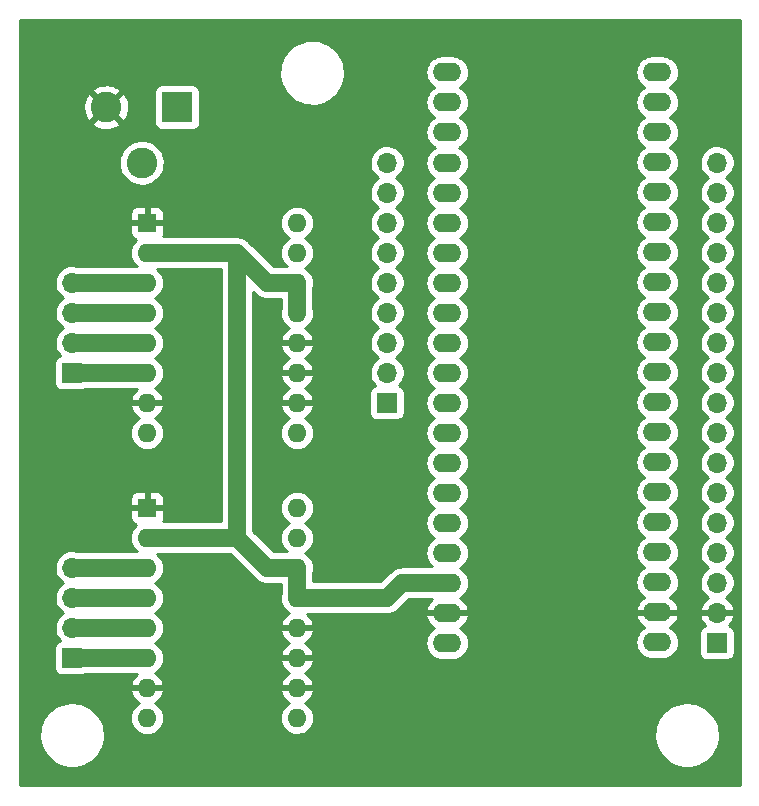
<source format=gbr>
G04 #@! TF.GenerationSoftware,KiCad,Pcbnew,5.99.0-unknown-c3175b4~86~ubuntu16.04.1*
G04 #@! TF.CreationDate,2019-11-29T18:47:54-05:00*
G04 #@! TF.ProjectId,sketchy,736b6574-6368-4792-9e6b-696361645f70,rev?*
G04 #@! TF.SameCoordinates,Original*
G04 #@! TF.FileFunction,Copper,L1,Top*
G04 #@! TF.FilePolarity,Positive*
%FSLAX46Y46*%
G04 Gerber Fmt 4.6, Leading zero omitted, Abs format (unit mm)*
G04 Created by KiCad (PCBNEW 5.99.0-unknown-c3175b4~86~ubuntu16.04.1) date 2019-11-29 18:47:54*
%MOMM*%
%LPD*%
G04 APERTURE LIST*
%ADD10R,1.700000X1.700000*%
%ADD11O,1.700000X1.700000*%
%ADD12R,1.600000X1.600000*%
%ADD13O,1.600000X1.600000*%
%ADD14O,2.400000X1.600000*%
%ADD15R,2.600000X2.600000*%
%ADD16C,2.600000*%
%ADD17C,1.500000*%
%ADD18C,0.254000*%
G04 APERTURE END LIST*
D10*
X189230000Y-148590000D03*
D11*
X189230000Y-146050000D03*
X189230000Y-143510000D03*
X189230000Y-140970000D03*
X189230000Y-138430000D03*
X189230000Y-135890000D03*
X189230000Y-133350000D03*
X189230000Y-130810000D03*
X189230000Y-128270000D03*
X189230000Y-125730000D03*
X189230000Y-123190000D03*
X189230000Y-120650000D03*
X189230000Y-118110000D03*
X189230000Y-115570000D03*
X189230000Y-113030000D03*
X189230000Y-110490000D03*
X189230000Y-107950000D03*
D10*
X161290000Y-128270000D03*
D11*
X161290000Y-125730000D03*
X161290000Y-123190000D03*
X161290000Y-120650000D03*
X161290000Y-118110000D03*
X161290000Y-115570000D03*
X161290000Y-113030000D03*
X161290000Y-110490000D03*
X161290000Y-107950000D03*
D10*
X134620000Y-125730000D03*
D11*
X134620000Y-123190000D03*
X134620000Y-120650000D03*
X134620000Y-118110000D03*
D10*
X134620000Y-149860000D03*
D11*
X134620000Y-147320000D03*
X134620000Y-144780000D03*
X134620000Y-142240000D03*
D12*
X140970000Y-113030000D03*
D13*
X153670000Y-130810000D03*
X140970000Y-115570000D03*
X153670000Y-128270000D03*
X140970000Y-118110000D03*
X153670000Y-125730000D03*
X140970000Y-120650000D03*
X153670000Y-123190000D03*
X140970000Y-123190000D03*
X153670000Y-120650000D03*
X140970000Y-125730000D03*
X153670000Y-118110000D03*
X140970000Y-128270000D03*
X153670000Y-115570000D03*
X140970000Y-130810000D03*
X153670000Y-113030000D03*
D12*
X140970000Y-137160000D03*
D13*
X153670000Y-154940000D03*
X140970000Y-139700000D03*
X153670000Y-152400000D03*
X140970000Y-142240000D03*
X153670000Y-149860000D03*
X140970000Y-144780000D03*
X153670000Y-147320000D03*
X140970000Y-147320000D03*
X153670000Y-144780000D03*
X140970000Y-149860000D03*
X153670000Y-142240000D03*
X140970000Y-152400000D03*
X153670000Y-139700000D03*
X140970000Y-154940000D03*
X153670000Y-137160000D03*
D14*
X166370000Y-105380000D03*
X166370000Y-102840000D03*
X166370000Y-100300000D03*
X184150000Y-100300000D03*
X184150000Y-102840000D03*
X184150000Y-105380000D03*
X166370000Y-148590000D03*
X184150000Y-148560000D03*
X166370000Y-146050000D03*
X184150000Y-146020000D03*
X166370000Y-143510000D03*
X184150000Y-143480000D03*
X166370000Y-140970000D03*
X184150000Y-140940000D03*
X166370000Y-138430000D03*
X184150000Y-138400000D03*
X166370000Y-135890000D03*
X184150000Y-135860000D03*
X166370000Y-133350000D03*
X184150000Y-133320000D03*
X166370000Y-130810000D03*
X184150000Y-130780000D03*
X166370000Y-128270000D03*
X184150000Y-128240000D03*
X166370000Y-125730000D03*
X184150000Y-125700000D03*
X166370000Y-123190000D03*
X184150000Y-123160000D03*
X166370000Y-120650000D03*
X184150000Y-120620000D03*
X166370000Y-118110000D03*
X184150000Y-118080000D03*
X166370000Y-115570000D03*
X184150000Y-115540000D03*
X166370000Y-113030000D03*
X184150000Y-113000000D03*
X166370000Y-110490000D03*
X184150000Y-110460000D03*
X166370000Y-107950000D03*
X184150000Y-107920000D03*
D15*
X143510000Y-103250000D03*
D16*
X137510000Y-103250000D03*
X140510000Y-107950000D03*
D17*
X140970000Y-149860000D02*
X134620000Y-149860000D01*
X134620000Y-147320000D02*
X140970000Y-147320000D01*
X140970000Y-144780000D02*
X134620000Y-144780000D01*
X134620000Y-142240000D02*
X140970000Y-142240000D01*
X140970000Y-125730000D02*
X134620000Y-125730000D01*
X134620000Y-123190000D02*
X140970000Y-123190000D01*
X140970000Y-120650000D02*
X134620000Y-120650000D01*
X134620000Y-118110000D02*
X140970000Y-118110000D01*
X140970000Y-115570000D02*
X148590000Y-115570000D01*
X148590000Y-115570000D02*
X151130000Y-118110000D01*
X151130000Y-118110000D02*
X153670000Y-118110000D01*
X153670000Y-118110000D02*
X153670000Y-120650000D01*
X140970000Y-139700000D02*
X148590000Y-139700000D01*
X151130000Y-142240000D02*
X153670000Y-142240000D01*
X148590000Y-139700000D02*
X151130000Y-142240000D01*
X153670000Y-142240000D02*
X153670000Y-144780000D01*
X153670000Y-144780000D02*
X161290000Y-144780000D01*
X162560000Y-143510000D02*
X166370000Y-143510000D01*
X161290000Y-144780000D02*
X162560000Y-143510000D01*
X148590000Y-115570000D02*
X148590000Y-139700000D01*
D18*
G36*
X191136000Y-160656000D02*
G01*
X130174000Y-160656000D01*
X130174000Y-156326985D01*
X131831671Y-156326985D01*
X131843556Y-156667341D01*
X131896832Y-157003712D01*
X131990704Y-157331082D01*
X132123772Y-157644573D01*
X132294054Y-157939510D01*
X132499011Y-158211496D01*
X132735586Y-158456477D01*
X133000254Y-158670800D01*
X133289068Y-158851272D01*
X133597724Y-158995201D01*
X133921619Y-159100441D01*
X134255925Y-159165422D01*
X134595659Y-159189180D01*
X134935756Y-159171356D01*
X135271146Y-159112218D01*
X135596829Y-159012646D01*
X135907949Y-158874126D01*
X136199869Y-158698723D01*
X136468236Y-158489052D01*
X136709052Y-158248236D01*
X136918723Y-157979869D01*
X137094126Y-157687949D01*
X137232646Y-157376829D01*
X137332218Y-157051146D01*
X137391644Y-156714124D01*
X137404285Y-156231363D01*
X137362579Y-155891693D01*
X137280189Y-155561245D01*
X137158141Y-155243302D01*
X136998256Y-154942602D01*
X136802918Y-154663629D01*
X136575036Y-154410540D01*
X136318009Y-154187111D01*
X136035669Y-153996670D01*
X135732225Y-153842057D01*
X135412200Y-153725578D01*
X135080365Y-153648968D01*
X134741667Y-153613370D01*
X134401156Y-153619313D01*
X134063906Y-153666711D01*
X133734947Y-153754855D01*
X133419181Y-153882432D01*
X133121318Y-154047540D01*
X132845796Y-154247719D01*
X132596724Y-154479982D01*
X132377814Y-154740869D01*
X132192329Y-155026490D01*
X132043037Y-155332587D01*
X131932160Y-155654596D01*
X131861352Y-155987717D01*
X131831671Y-156326985D01*
X130174000Y-156326985D01*
X130174000Y-152528000D01*
X139519712Y-152528000D01*
X139617333Y-152892330D01*
X139723376Y-153119739D01*
X139867297Y-153325279D01*
X140044721Y-153502703D01*
X140250261Y-153646624D01*
X140300391Y-153670000D01*
X140250261Y-153693376D01*
X140044721Y-153837297D01*
X139867297Y-154014721D01*
X139723376Y-154220261D01*
X139617333Y-154447670D01*
X139552391Y-154690038D01*
X139530523Y-154940000D01*
X139552391Y-155189962D01*
X139617333Y-155432330D01*
X139723376Y-155659739D01*
X139867297Y-155865279D01*
X140044721Y-156042703D01*
X140250261Y-156186624D01*
X140477670Y-156292667D01*
X140720038Y-156357609D01*
X140907394Y-156374000D01*
X141032606Y-156374000D01*
X141219962Y-156357609D01*
X141462330Y-156292667D01*
X141689739Y-156186624D01*
X141895279Y-156042703D01*
X142072703Y-155865279D01*
X142216624Y-155659739D01*
X142322667Y-155432330D01*
X142387609Y-155189962D01*
X142409477Y-154940000D01*
X142387609Y-154690038D01*
X142322667Y-154447670D01*
X142216624Y-154220261D01*
X142072703Y-154014721D01*
X141895279Y-153837297D01*
X141689739Y-153693376D01*
X141639609Y-153670000D01*
X141689739Y-153646624D01*
X141895279Y-153502703D01*
X142072703Y-153325279D01*
X142216624Y-153119739D01*
X142322667Y-152892330D01*
X142420288Y-152528000D01*
X152219712Y-152528000D01*
X152317333Y-152892330D01*
X152423376Y-153119739D01*
X152567297Y-153325279D01*
X152744721Y-153502703D01*
X152950261Y-153646624D01*
X153000391Y-153670000D01*
X152950261Y-153693376D01*
X152744721Y-153837297D01*
X152567297Y-154014721D01*
X152423376Y-154220261D01*
X152317333Y-154447670D01*
X152252391Y-154690038D01*
X152230523Y-154940000D01*
X152252391Y-155189962D01*
X152317333Y-155432330D01*
X152423376Y-155659739D01*
X152567297Y-155865279D01*
X152744721Y-156042703D01*
X152950261Y-156186624D01*
X153177670Y-156292667D01*
X153420038Y-156357609D01*
X153607394Y-156374000D01*
X153732606Y-156374000D01*
X153919962Y-156357609D01*
X154034252Y-156326985D01*
X183901671Y-156326985D01*
X183913556Y-156667341D01*
X183966832Y-157003712D01*
X184060704Y-157331082D01*
X184193772Y-157644573D01*
X184364054Y-157939510D01*
X184569011Y-158211496D01*
X184805586Y-158456477D01*
X185070254Y-158670800D01*
X185359068Y-158851272D01*
X185667724Y-158995201D01*
X185991619Y-159100441D01*
X186325925Y-159165422D01*
X186665659Y-159189180D01*
X187005756Y-159171356D01*
X187341146Y-159112218D01*
X187666829Y-159012646D01*
X187977949Y-158874126D01*
X188269869Y-158698723D01*
X188538236Y-158489052D01*
X188779052Y-158248236D01*
X188988723Y-157979869D01*
X189164126Y-157687949D01*
X189302646Y-157376829D01*
X189402218Y-157051146D01*
X189461644Y-156714124D01*
X189474285Y-156231363D01*
X189432579Y-155891693D01*
X189350189Y-155561245D01*
X189228141Y-155243302D01*
X189068256Y-154942602D01*
X188872918Y-154663629D01*
X188645036Y-154410540D01*
X188388009Y-154187111D01*
X188105669Y-153996670D01*
X187802225Y-153842057D01*
X187482200Y-153725578D01*
X187150365Y-153648968D01*
X186811667Y-153613370D01*
X186471156Y-153619313D01*
X186133906Y-153666711D01*
X185804947Y-153754855D01*
X185489181Y-153882432D01*
X185191318Y-154047540D01*
X184915796Y-154247719D01*
X184666724Y-154479982D01*
X184447814Y-154740869D01*
X184262329Y-155026490D01*
X184113037Y-155332587D01*
X184002160Y-155654596D01*
X183931352Y-155987717D01*
X183901671Y-156326985D01*
X154034252Y-156326985D01*
X154162330Y-156292667D01*
X154389739Y-156186624D01*
X154595279Y-156042703D01*
X154772703Y-155865279D01*
X154916624Y-155659739D01*
X155022667Y-155432330D01*
X155087609Y-155189962D01*
X155109477Y-154940000D01*
X155087609Y-154690038D01*
X155022667Y-154447670D01*
X154916624Y-154220261D01*
X154772703Y-154014721D01*
X154595279Y-153837297D01*
X154389739Y-153693376D01*
X154339609Y-153670000D01*
X154389739Y-153646624D01*
X154595279Y-153502703D01*
X154772703Y-153325279D01*
X154916624Y-153119739D01*
X155022667Y-152892330D01*
X155120288Y-152528000D01*
X152219712Y-152528000D01*
X142420288Y-152528000D01*
X139519712Y-152528000D01*
X130174000Y-152528000D01*
X130174000Y-136348976D01*
X139528163Y-136348976D01*
X139528163Y-137032000D01*
X140842000Y-137032000D01*
X140842000Y-135718163D01*
X141098000Y-135718163D01*
X141098000Y-137032000D01*
X142411837Y-137032000D01*
X142411837Y-136343412D01*
X142331205Y-136042489D01*
X142183815Y-135866835D01*
X141990186Y-135755044D01*
X141781024Y-135718163D01*
X141098000Y-135718163D01*
X140842000Y-135718163D01*
X140153412Y-135718163D01*
X139852489Y-135798795D01*
X139676835Y-135946185D01*
X139565044Y-136139814D01*
X139528163Y-136348976D01*
X130174000Y-136348976D01*
X130174000Y-128398000D01*
X139519712Y-128398000D01*
X139617333Y-128762330D01*
X139723376Y-128989739D01*
X139867297Y-129195279D01*
X140044721Y-129372703D01*
X140250261Y-129516624D01*
X140300391Y-129540000D01*
X140250261Y-129563376D01*
X140044721Y-129707297D01*
X139867297Y-129884721D01*
X139723376Y-130090261D01*
X139617333Y-130317670D01*
X139552391Y-130560038D01*
X139530523Y-130810000D01*
X139552391Y-131059962D01*
X139617333Y-131302330D01*
X139723376Y-131529739D01*
X139867297Y-131735279D01*
X140044721Y-131912703D01*
X140250261Y-132056624D01*
X140477670Y-132162667D01*
X140720038Y-132227609D01*
X140907394Y-132244000D01*
X141032606Y-132244000D01*
X141219962Y-132227609D01*
X141462330Y-132162667D01*
X141689739Y-132056624D01*
X141895279Y-131912703D01*
X142072703Y-131735279D01*
X142216624Y-131529739D01*
X142322667Y-131302330D01*
X142387609Y-131059962D01*
X142409477Y-130810000D01*
X142387609Y-130560038D01*
X142322667Y-130317670D01*
X142216624Y-130090261D01*
X142072703Y-129884721D01*
X141895279Y-129707297D01*
X141689739Y-129563376D01*
X141639609Y-129540000D01*
X141689739Y-129516624D01*
X141895279Y-129372703D01*
X142072703Y-129195279D01*
X142216624Y-128989739D01*
X142322667Y-128762330D01*
X142420288Y-128398000D01*
X139519712Y-128398000D01*
X130174000Y-128398000D01*
X130174000Y-124868976D01*
X133128163Y-124868976D01*
X133128163Y-126596588D01*
X133208795Y-126897512D01*
X133356185Y-127073165D01*
X133549814Y-127184956D01*
X133758976Y-127221837D01*
X135486588Y-127221837D01*
X135787512Y-127141205D01*
X135819933Y-127114000D01*
X140120837Y-127114000D01*
X140044721Y-127167297D01*
X139867297Y-127344721D01*
X139723376Y-127550261D01*
X139617333Y-127777670D01*
X139519712Y-128142000D01*
X142420288Y-128142000D01*
X142322667Y-127777670D01*
X142216624Y-127550261D01*
X142072703Y-127344721D01*
X141895279Y-127167297D01*
X141689739Y-127023376D01*
X141639609Y-127000000D01*
X141689739Y-126976624D01*
X141895279Y-126832703D01*
X142072703Y-126655279D01*
X142216624Y-126449739D01*
X142322667Y-126222330D01*
X142387609Y-125979962D01*
X142409477Y-125730000D01*
X142387609Y-125480038D01*
X142322667Y-125237670D01*
X142216624Y-125010261D01*
X142072703Y-124804721D01*
X141895279Y-124627297D01*
X141689739Y-124483376D01*
X141639609Y-124460000D01*
X141689739Y-124436624D01*
X141895279Y-124292703D01*
X142072703Y-124115279D01*
X142216624Y-123909739D01*
X142322667Y-123682330D01*
X142387609Y-123439962D01*
X142409477Y-123190000D01*
X142387609Y-122940038D01*
X142322667Y-122697670D01*
X142216624Y-122470261D01*
X142072703Y-122264721D01*
X141895279Y-122087297D01*
X141689739Y-121943376D01*
X141639609Y-121920000D01*
X141689739Y-121896624D01*
X141895279Y-121752703D01*
X142072703Y-121575279D01*
X142216624Y-121369739D01*
X142322667Y-121142330D01*
X142387609Y-120899962D01*
X142409477Y-120650000D01*
X142387609Y-120400038D01*
X142322667Y-120157670D01*
X142216624Y-119930261D01*
X142072703Y-119724721D01*
X141895279Y-119547297D01*
X141689739Y-119403376D01*
X141639609Y-119380000D01*
X141689739Y-119356624D01*
X141895279Y-119212703D01*
X142072703Y-119035279D01*
X142216624Y-118829739D01*
X142322667Y-118602330D01*
X142387609Y-118359962D01*
X142409477Y-118110000D01*
X142387609Y-117860038D01*
X142322667Y-117617670D01*
X142216624Y-117390261D01*
X142072703Y-117184721D01*
X141895279Y-117007297D01*
X141819163Y-116954000D01*
X147206000Y-116954000D01*
X147206001Y-138316000D01*
X142296544Y-138316000D01*
X142374956Y-138180186D01*
X142411837Y-137971024D01*
X142411837Y-137288000D01*
X139528163Y-137288000D01*
X139528163Y-137976588D01*
X139608795Y-138277512D01*
X139756185Y-138453165D01*
X139949814Y-138564956D01*
X140062525Y-138584830D01*
X140044721Y-138597297D01*
X139867297Y-138774721D01*
X139723376Y-138980261D01*
X139617333Y-139207670D01*
X139552391Y-139450038D01*
X139530523Y-139700000D01*
X139552391Y-139949962D01*
X139617333Y-140192330D01*
X139723376Y-140419739D01*
X139867297Y-140625279D01*
X140044721Y-140802703D01*
X140120837Y-140856000D01*
X135156582Y-140856000D01*
X135005169Y-140801040D01*
X134665352Y-140756000D01*
X134556810Y-140756000D01*
X134369058Y-140771931D01*
X134125292Y-140835200D01*
X133895671Y-140938637D01*
X133686760Y-141079284D01*
X133504534Y-141253119D01*
X133354203Y-141455172D01*
X133240064Y-141679666D01*
X133165382Y-141920181D01*
X133132292Y-142169841D01*
X133141740Y-142421508D01*
X133193456Y-142667983D01*
X133285961Y-142902222D01*
X133416610Y-143117526D01*
X133581669Y-143307739D01*
X133776416Y-143467422D01*
X133850061Y-143509343D01*
X133686760Y-143619284D01*
X133504534Y-143793119D01*
X133354203Y-143995172D01*
X133240064Y-144219666D01*
X133165382Y-144460181D01*
X133132292Y-144709841D01*
X133141740Y-144961508D01*
X133193456Y-145207983D01*
X133285961Y-145442222D01*
X133416610Y-145657526D01*
X133581669Y-145847739D01*
X133776416Y-146007422D01*
X133850061Y-146049343D01*
X133686760Y-146159284D01*
X133504534Y-146333119D01*
X133354203Y-146535172D01*
X133240064Y-146759666D01*
X133165382Y-147000181D01*
X133132292Y-147249841D01*
X133141740Y-147501508D01*
X133193456Y-147747983D01*
X133285961Y-147982222D01*
X133416610Y-148197526D01*
X133581669Y-148387739D01*
X133605975Y-148407669D01*
X133452489Y-148448795D01*
X133276835Y-148596185D01*
X133165044Y-148789814D01*
X133128163Y-148998976D01*
X133128163Y-150726588D01*
X133208795Y-151027512D01*
X133356185Y-151203165D01*
X133549814Y-151314956D01*
X133758976Y-151351837D01*
X135486588Y-151351837D01*
X135787512Y-151271205D01*
X135819933Y-151244000D01*
X140120837Y-151244000D01*
X140044721Y-151297297D01*
X139867297Y-151474721D01*
X139723376Y-151680261D01*
X139617333Y-151907670D01*
X139519712Y-152272000D01*
X142420288Y-152272000D01*
X142322667Y-151907670D01*
X142216624Y-151680261D01*
X142072703Y-151474721D01*
X141895279Y-151297297D01*
X141689739Y-151153376D01*
X141639609Y-151130000D01*
X141689739Y-151106624D01*
X141895279Y-150962703D01*
X142072703Y-150785279D01*
X142216624Y-150579739D01*
X142322667Y-150352330D01*
X142387609Y-150109962D01*
X142398278Y-149988000D01*
X152219712Y-149988000D01*
X152317333Y-150352330D01*
X152423376Y-150579739D01*
X152567297Y-150785279D01*
X152744721Y-150962703D01*
X152950261Y-151106624D01*
X153000391Y-151130000D01*
X152950261Y-151153376D01*
X152744721Y-151297297D01*
X152567297Y-151474721D01*
X152423376Y-151680261D01*
X152317333Y-151907670D01*
X152219712Y-152272000D01*
X155120288Y-152272000D01*
X155022667Y-151907670D01*
X154916624Y-151680261D01*
X154772703Y-151474721D01*
X154595279Y-151297297D01*
X154389739Y-151153376D01*
X154339609Y-151130000D01*
X154389739Y-151106624D01*
X154595279Y-150962703D01*
X154772703Y-150785279D01*
X154916624Y-150579739D01*
X155022667Y-150352330D01*
X155120288Y-149988000D01*
X152219712Y-149988000D01*
X142398278Y-149988000D01*
X142409477Y-149860000D01*
X142387609Y-149610038D01*
X142322667Y-149367670D01*
X142216624Y-149140261D01*
X142072703Y-148934721D01*
X141895279Y-148757297D01*
X141689739Y-148613376D01*
X141639609Y-148590000D01*
X141689739Y-148566624D01*
X141895279Y-148422703D01*
X142072703Y-148245279D01*
X142216624Y-148039739D01*
X142322667Y-147812330D01*
X142387609Y-147569962D01*
X142398278Y-147448000D01*
X152219712Y-147448000D01*
X152317333Y-147812330D01*
X152423376Y-148039739D01*
X152567297Y-148245279D01*
X152744721Y-148422703D01*
X152950261Y-148566624D01*
X153000391Y-148590000D01*
X152950261Y-148613376D01*
X152744721Y-148757297D01*
X152567297Y-148934721D01*
X152423376Y-149140261D01*
X152317333Y-149367670D01*
X152219712Y-149732000D01*
X155120288Y-149732000D01*
X155022667Y-149367670D01*
X154916624Y-149140261D01*
X154772703Y-148934721D01*
X154595279Y-148757297D01*
X154389739Y-148613376D01*
X154339609Y-148590000D01*
X154389739Y-148566624D01*
X154595279Y-148422703D01*
X154772703Y-148245279D01*
X154916624Y-148039739D01*
X155022667Y-147812330D01*
X155120288Y-147448000D01*
X152219712Y-147448000D01*
X142398278Y-147448000D01*
X142409477Y-147320000D01*
X142387609Y-147070038D01*
X142322667Y-146827670D01*
X142216624Y-146600261D01*
X142072703Y-146394721D01*
X141895279Y-146217297D01*
X141689739Y-146073376D01*
X141639609Y-146050000D01*
X141689739Y-146026624D01*
X141895279Y-145882703D01*
X142072703Y-145705279D01*
X142216624Y-145499739D01*
X142322667Y-145272330D01*
X142387609Y-145029962D01*
X142409477Y-144780000D01*
X142387609Y-144530038D01*
X142322667Y-144287670D01*
X142216624Y-144060261D01*
X142072703Y-143854721D01*
X141895279Y-143677297D01*
X141689739Y-143533376D01*
X141639609Y-143510000D01*
X141689739Y-143486624D01*
X141895279Y-143342703D01*
X142072703Y-143165279D01*
X142216624Y-142959739D01*
X142322667Y-142732330D01*
X142387609Y-142489962D01*
X142409477Y-142240000D01*
X142387609Y-141990038D01*
X142322667Y-141747670D01*
X142216624Y-141520261D01*
X142072703Y-141314721D01*
X141895279Y-141137297D01*
X141819163Y-141084000D01*
X148016730Y-141084000D01*
X150110212Y-143177482D01*
X150169941Y-143248161D01*
X150275942Y-143329205D01*
X150379946Y-143412828D01*
X150395252Y-143420425D01*
X150408823Y-143430802D01*
X150529760Y-143487195D01*
X150649289Y-143546530D01*
X150665868Y-143550664D01*
X150684593Y-143559395D01*
X150733096Y-143567425D01*
X150941062Y-143619277D01*
X151067678Y-143622814D01*
X151074842Y-143624000D01*
X151110129Y-143624000D01*
X151241649Y-143627674D01*
X151260909Y-143624000D01*
X152286000Y-143624000D01*
X152286001Y-144404604D01*
X152252391Y-144530038D01*
X152230523Y-144780000D01*
X152252391Y-145029962D01*
X152317333Y-145272330D01*
X152423376Y-145499739D01*
X152567297Y-145705279D01*
X152744721Y-145882703D01*
X152950261Y-146026624D01*
X153000391Y-146050000D01*
X152950261Y-146073376D01*
X152744721Y-146217297D01*
X152567297Y-146394721D01*
X152423376Y-146600261D01*
X152317333Y-146827670D01*
X152219712Y-147192000D01*
X155120288Y-147192000D01*
X155022667Y-146827670D01*
X154916624Y-146600261D01*
X154772703Y-146394721D01*
X154595279Y-146217297D01*
X154539158Y-146178000D01*
X164519712Y-146178000D01*
X164617333Y-146542330D01*
X164723376Y-146769739D01*
X164867297Y-146975279D01*
X165044721Y-147152703D01*
X165250261Y-147296624D01*
X165300391Y-147320000D01*
X165250261Y-147343376D01*
X165044721Y-147487297D01*
X164867297Y-147664721D01*
X164723376Y-147870261D01*
X164617333Y-148097670D01*
X164552391Y-148340038D01*
X164530523Y-148590000D01*
X164552391Y-148839962D01*
X164617333Y-149082330D01*
X164723376Y-149309739D01*
X164867297Y-149515279D01*
X165044721Y-149692703D01*
X165250261Y-149836624D01*
X165477670Y-149942667D01*
X165720038Y-150007609D01*
X165907394Y-150024000D01*
X166832606Y-150024000D01*
X167019962Y-150007609D01*
X167262330Y-149942667D01*
X167489739Y-149836624D01*
X167695279Y-149692703D01*
X167872703Y-149515279D01*
X168016624Y-149309739D01*
X168122667Y-149082330D01*
X168187609Y-148839962D01*
X168209477Y-148590000D01*
X168187609Y-148340038D01*
X168122667Y-148097670D01*
X168016624Y-147870261D01*
X167872703Y-147664721D01*
X167695279Y-147487297D01*
X167489739Y-147343376D01*
X167439609Y-147320000D01*
X167489739Y-147296624D01*
X167695279Y-147152703D01*
X167872703Y-146975279D01*
X168016624Y-146769739D01*
X168122667Y-146542330D01*
X168220288Y-146178000D01*
X164519712Y-146178000D01*
X154539158Y-146178000D01*
X154519163Y-146164000D01*
X161231822Y-146164000D01*
X161324013Y-146171741D01*
X161456223Y-146154101D01*
X161512384Y-146148000D01*
X182299712Y-146148000D01*
X182397333Y-146512330D01*
X182503376Y-146739739D01*
X182647297Y-146945279D01*
X182824721Y-147122703D01*
X183030261Y-147266624D01*
X183080391Y-147290000D01*
X183030261Y-147313376D01*
X182824721Y-147457297D01*
X182647297Y-147634721D01*
X182503376Y-147840261D01*
X182397333Y-148067670D01*
X182332391Y-148310038D01*
X182310523Y-148560000D01*
X182332391Y-148809962D01*
X182397333Y-149052330D01*
X182503376Y-149279739D01*
X182647297Y-149485279D01*
X182824721Y-149662703D01*
X183030261Y-149806624D01*
X183257670Y-149912667D01*
X183500038Y-149977609D01*
X183687394Y-149994000D01*
X184612606Y-149994000D01*
X184799962Y-149977609D01*
X185042330Y-149912667D01*
X185269739Y-149806624D01*
X185475279Y-149662703D01*
X185652703Y-149485279D01*
X185796624Y-149279739D01*
X185902667Y-149052330D01*
X185967609Y-148809962D01*
X185989477Y-148560000D01*
X185967609Y-148310038D01*
X185902667Y-148067670D01*
X185796624Y-147840261D01*
X185718702Y-147728976D01*
X187738163Y-147728976D01*
X187738163Y-149456588D01*
X187818795Y-149757512D01*
X187966185Y-149933165D01*
X188159814Y-150044956D01*
X188368976Y-150081837D01*
X190096588Y-150081837D01*
X190397512Y-150001205D01*
X190573165Y-149853815D01*
X190684956Y-149660186D01*
X190721837Y-149451024D01*
X190721837Y-147723412D01*
X190641205Y-147422489D01*
X190493815Y-147246835D01*
X190300186Y-147135044D01*
X190251554Y-147126469D01*
X190345466Y-147036881D01*
X190495797Y-146834828D01*
X190609936Y-146610334D01*
X190684618Y-146369819D01*
X190710043Y-146178000D01*
X187740513Y-146178000D01*
X187803456Y-146477983D01*
X187895961Y-146712222D01*
X188026610Y-146927526D01*
X188191669Y-147117739D01*
X188215975Y-147137669D01*
X188062489Y-147178795D01*
X187886835Y-147326185D01*
X187775044Y-147519814D01*
X187738163Y-147728976D01*
X185718702Y-147728976D01*
X185652703Y-147634721D01*
X185475279Y-147457297D01*
X185269739Y-147313376D01*
X185219609Y-147290000D01*
X185269739Y-147266624D01*
X185475279Y-147122703D01*
X185652703Y-146945279D01*
X185796624Y-146739739D01*
X185902667Y-146512330D01*
X186000288Y-146148000D01*
X182299712Y-146148000D01*
X161512384Y-146148000D01*
X161588946Y-146139683D01*
X161605146Y-146134230D01*
X161622075Y-146131972D01*
X161747418Y-146086351D01*
X161873945Y-146043769D01*
X161888594Y-146034967D01*
X161908001Y-146027904D01*
X161947959Y-145999297D01*
X162131698Y-145888895D01*
X162223723Y-145801870D01*
X162229625Y-145797646D01*
X162254537Y-145772733D01*
X162350182Y-145682286D01*
X162361206Y-145666064D01*
X163133270Y-144894000D01*
X165120837Y-144894000D01*
X165044721Y-144947297D01*
X164867297Y-145124721D01*
X164723376Y-145330261D01*
X164617333Y-145557670D01*
X164519712Y-145922000D01*
X168220288Y-145922000D01*
X168212250Y-145892000D01*
X182299712Y-145892000D01*
X186000288Y-145892000D01*
X185902667Y-145527670D01*
X185796624Y-145300261D01*
X185652703Y-145094721D01*
X185475279Y-144917297D01*
X185269739Y-144773376D01*
X185219609Y-144750000D01*
X185269739Y-144726624D01*
X185475279Y-144582703D01*
X185652703Y-144405279D01*
X185796624Y-144199739D01*
X185902667Y-143972330D01*
X185967609Y-143729962D01*
X185989477Y-143480000D01*
X185967609Y-143230038D01*
X185902667Y-142987670D01*
X185796624Y-142760261D01*
X185652703Y-142554721D01*
X185475279Y-142377297D01*
X185269739Y-142233376D01*
X185219609Y-142210000D01*
X185269739Y-142186624D01*
X185475279Y-142042703D01*
X185652703Y-141865279D01*
X185796624Y-141659739D01*
X185902667Y-141432330D01*
X185967609Y-141189962D01*
X185989477Y-140940000D01*
X185967609Y-140690038D01*
X185902667Y-140447670D01*
X185796624Y-140220261D01*
X185652703Y-140014721D01*
X185475279Y-139837297D01*
X185269739Y-139693376D01*
X185219609Y-139670000D01*
X185269739Y-139646624D01*
X185475279Y-139502703D01*
X185652703Y-139325279D01*
X185796624Y-139119739D01*
X185902667Y-138892330D01*
X185967609Y-138649962D01*
X185989477Y-138400000D01*
X185967609Y-138150038D01*
X185902667Y-137907670D01*
X185796624Y-137680261D01*
X185652703Y-137474721D01*
X185475279Y-137297297D01*
X185269739Y-137153376D01*
X185219609Y-137130000D01*
X185269739Y-137106624D01*
X185475279Y-136962703D01*
X185652703Y-136785279D01*
X185796624Y-136579739D01*
X185902667Y-136352330D01*
X185967609Y-136109962D01*
X185989477Y-135860000D01*
X185967609Y-135610038D01*
X185902667Y-135367670D01*
X185796624Y-135140261D01*
X185652703Y-134934721D01*
X185475279Y-134757297D01*
X185269739Y-134613376D01*
X185219609Y-134590000D01*
X185269739Y-134566624D01*
X185475279Y-134422703D01*
X185652703Y-134245279D01*
X185796624Y-134039739D01*
X185902667Y-133812330D01*
X185967609Y-133569962D01*
X185989477Y-133320000D01*
X185967609Y-133070038D01*
X185902667Y-132827670D01*
X185796624Y-132600261D01*
X185652703Y-132394721D01*
X185475279Y-132217297D01*
X185269739Y-132073376D01*
X185219609Y-132050000D01*
X185269739Y-132026624D01*
X185475279Y-131882703D01*
X185652703Y-131705279D01*
X185796624Y-131499739D01*
X185902667Y-131272330D01*
X185967609Y-131029962D01*
X185989477Y-130780000D01*
X185967609Y-130530038D01*
X185902667Y-130287670D01*
X185796624Y-130060261D01*
X185652703Y-129854721D01*
X185475279Y-129677297D01*
X185269739Y-129533376D01*
X185219609Y-129510000D01*
X185269739Y-129486624D01*
X185475279Y-129342703D01*
X185652703Y-129165279D01*
X185796624Y-128959739D01*
X185902667Y-128732330D01*
X185967609Y-128489962D01*
X185989477Y-128240000D01*
X185967609Y-127990038D01*
X185902667Y-127747670D01*
X185796624Y-127520261D01*
X185652703Y-127314721D01*
X185475279Y-127137297D01*
X185269739Y-126993376D01*
X185219609Y-126970000D01*
X185269739Y-126946624D01*
X185475279Y-126802703D01*
X185652703Y-126625279D01*
X185796624Y-126419739D01*
X185902667Y-126192330D01*
X185967609Y-125949962D01*
X185989477Y-125700000D01*
X185967609Y-125450038D01*
X185902667Y-125207670D01*
X185796624Y-124980261D01*
X185652703Y-124774721D01*
X185475279Y-124597297D01*
X185269739Y-124453376D01*
X185219609Y-124430000D01*
X185269739Y-124406624D01*
X185475279Y-124262703D01*
X185652703Y-124085279D01*
X185796624Y-123879739D01*
X185902667Y-123652330D01*
X185967609Y-123409962D01*
X185989477Y-123160000D01*
X185967609Y-122910038D01*
X185902667Y-122667670D01*
X185796624Y-122440261D01*
X185652703Y-122234721D01*
X185475279Y-122057297D01*
X185269739Y-121913376D01*
X185219609Y-121890000D01*
X185269739Y-121866624D01*
X185475279Y-121722703D01*
X185652703Y-121545279D01*
X185796624Y-121339739D01*
X185902667Y-121112330D01*
X185967609Y-120869962D01*
X185989477Y-120620000D01*
X185967609Y-120370038D01*
X185902667Y-120127670D01*
X185796624Y-119900261D01*
X185652703Y-119694721D01*
X185475279Y-119517297D01*
X185269739Y-119373376D01*
X185219609Y-119350000D01*
X185269739Y-119326624D01*
X185475279Y-119182703D01*
X185652703Y-119005279D01*
X185796624Y-118799739D01*
X185902667Y-118572330D01*
X185967609Y-118329962D01*
X185989477Y-118080000D01*
X185967609Y-117830038D01*
X185902667Y-117587670D01*
X185796624Y-117360261D01*
X185652703Y-117154721D01*
X185475279Y-116977297D01*
X185269739Y-116833376D01*
X185219609Y-116810000D01*
X185269739Y-116786624D01*
X185475279Y-116642703D01*
X185652703Y-116465279D01*
X185796624Y-116259739D01*
X185902667Y-116032330D01*
X185967609Y-115789962D01*
X185989477Y-115540000D01*
X185967609Y-115290038D01*
X185902667Y-115047670D01*
X185796624Y-114820261D01*
X185652703Y-114614721D01*
X185475279Y-114437297D01*
X185269739Y-114293376D01*
X185219609Y-114270000D01*
X185269739Y-114246624D01*
X185475279Y-114102703D01*
X185652703Y-113925279D01*
X185796624Y-113719739D01*
X185902667Y-113492330D01*
X185967609Y-113249962D01*
X185989477Y-113000000D01*
X185967609Y-112750038D01*
X185902667Y-112507670D01*
X185796624Y-112280261D01*
X185652703Y-112074721D01*
X185475279Y-111897297D01*
X185269739Y-111753376D01*
X185219609Y-111730000D01*
X185269739Y-111706624D01*
X185475279Y-111562703D01*
X185652703Y-111385279D01*
X185796624Y-111179739D01*
X185902667Y-110952330D01*
X185967609Y-110709962D01*
X185989477Y-110460000D01*
X185967609Y-110210038D01*
X185902667Y-109967670D01*
X185796624Y-109740261D01*
X185652703Y-109534721D01*
X185475279Y-109357297D01*
X185269739Y-109213376D01*
X185219609Y-109190000D01*
X185269739Y-109166624D01*
X185475279Y-109022703D01*
X185652703Y-108845279D01*
X185796624Y-108639739D01*
X185902667Y-108412330D01*
X185967609Y-108169962D01*
X185989477Y-107920000D01*
X185985964Y-107879841D01*
X187742292Y-107879841D01*
X187751740Y-108131508D01*
X187803456Y-108377983D01*
X187895961Y-108612222D01*
X188026610Y-108827526D01*
X188191669Y-109017739D01*
X188386416Y-109177422D01*
X188460061Y-109219343D01*
X188296760Y-109329284D01*
X188114534Y-109503119D01*
X187964203Y-109705172D01*
X187850064Y-109929666D01*
X187775382Y-110170181D01*
X187742292Y-110419841D01*
X187751740Y-110671508D01*
X187803456Y-110917983D01*
X187895961Y-111152222D01*
X188026610Y-111367526D01*
X188191669Y-111557739D01*
X188386416Y-111717422D01*
X188460061Y-111759343D01*
X188296760Y-111869284D01*
X188114534Y-112043119D01*
X187964203Y-112245172D01*
X187850064Y-112469666D01*
X187775382Y-112710181D01*
X187742292Y-112959841D01*
X187751740Y-113211508D01*
X187803456Y-113457983D01*
X187895961Y-113692222D01*
X188026610Y-113907526D01*
X188191669Y-114097739D01*
X188386416Y-114257422D01*
X188460061Y-114299343D01*
X188296760Y-114409284D01*
X188114534Y-114583119D01*
X187964203Y-114785172D01*
X187850064Y-115009666D01*
X187775382Y-115250181D01*
X187742292Y-115499841D01*
X187751740Y-115751508D01*
X187803456Y-115997983D01*
X187895961Y-116232222D01*
X188026610Y-116447526D01*
X188191669Y-116637739D01*
X188386416Y-116797422D01*
X188460061Y-116839343D01*
X188296760Y-116949284D01*
X188114534Y-117123119D01*
X187964203Y-117325172D01*
X187850064Y-117549666D01*
X187775382Y-117790181D01*
X187742292Y-118039841D01*
X187751740Y-118291508D01*
X187803456Y-118537983D01*
X187895961Y-118772222D01*
X188026610Y-118987526D01*
X188191669Y-119177739D01*
X188386416Y-119337422D01*
X188460061Y-119379343D01*
X188296760Y-119489284D01*
X188114534Y-119663119D01*
X187964203Y-119865172D01*
X187850064Y-120089666D01*
X187775382Y-120330181D01*
X187742292Y-120579841D01*
X187751740Y-120831508D01*
X187803456Y-121077983D01*
X187895961Y-121312222D01*
X188026610Y-121527526D01*
X188191669Y-121717739D01*
X188386416Y-121877422D01*
X188460061Y-121919343D01*
X188296760Y-122029284D01*
X188114534Y-122203119D01*
X187964203Y-122405172D01*
X187850064Y-122629666D01*
X187775382Y-122870181D01*
X187742292Y-123119841D01*
X187751740Y-123371508D01*
X187803456Y-123617983D01*
X187895961Y-123852222D01*
X188026610Y-124067526D01*
X188191669Y-124257739D01*
X188386416Y-124417422D01*
X188460061Y-124459343D01*
X188296760Y-124569284D01*
X188114534Y-124743119D01*
X187964203Y-124945172D01*
X187850064Y-125169666D01*
X187775382Y-125410181D01*
X187742292Y-125659841D01*
X187751740Y-125911508D01*
X187803456Y-126157983D01*
X187895961Y-126392222D01*
X188026610Y-126607526D01*
X188191669Y-126797739D01*
X188386416Y-126957422D01*
X188460061Y-126999343D01*
X188296760Y-127109284D01*
X188114534Y-127283119D01*
X187964203Y-127485172D01*
X187850064Y-127709666D01*
X187775382Y-127950181D01*
X187742292Y-128199841D01*
X187751740Y-128451508D01*
X187803456Y-128697983D01*
X187895961Y-128932222D01*
X188026610Y-129147526D01*
X188191669Y-129337739D01*
X188386416Y-129497422D01*
X188460061Y-129539343D01*
X188296760Y-129649284D01*
X188114534Y-129823119D01*
X187964203Y-130025172D01*
X187850064Y-130249666D01*
X187775382Y-130490181D01*
X187742292Y-130739841D01*
X187751740Y-130991508D01*
X187803456Y-131237983D01*
X187895961Y-131472222D01*
X188026610Y-131687526D01*
X188191669Y-131877739D01*
X188386416Y-132037422D01*
X188460061Y-132079343D01*
X188296760Y-132189284D01*
X188114534Y-132363119D01*
X187964203Y-132565172D01*
X187850064Y-132789666D01*
X187775382Y-133030181D01*
X187742292Y-133279841D01*
X187751740Y-133531508D01*
X187803456Y-133777983D01*
X187895961Y-134012222D01*
X188026610Y-134227526D01*
X188191669Y-134417739D01*
X188386416Y-134577422D01*
X188460061Y-134619343D01*
X188296760Y-134729284D01*
X188114534Y-134903119D01*
X187964203Y-135105172D01*
X187850064Y-135329666D01*
X187775382Y-135570181D01*
X187742292Y-135819841D01*
X187751740Y-136071508D01*
X187803456Y-136317983D01*
X187895961Y-136552222D01*
X188026610Y-136767526D01*
X188191669Y-136957739D01*
X188386416Y-137117422D01*
X188460061Y-137159343D01*
X188296760Y-137269284D01*
X188114534Y-137443119D01*
X187964203Y-137645172D01*
X187850064Y-137869666D01*
X187775382Y-138110181D01*
X187742292Y-138359841D01*
X187751740Y-138611508D01*
X187803456Y-138857983D01*
X187895961Y-139092222D01*
X188026610Y-139307526D01*
X188191669Y-139497739D01*
X188386416Y-139657422D01*
X188460061Y-139699343D01*
X188296760Y-139809284D01*
X188114534Y-139983119D01*
X187964203Y-140185172D01*
X187850064Y-140409666D01*
X187775382Y-140650181D01*
X187742292Y-140899841D01*
X187751740Y-141151508D01*
X187803456Y-141397983D01*
X187895961Y-141632222D01*
X188026610Y-141847526D01*
X188191669Y-142037739D01*
X188386416Y-142197422D01*
X188460061Y-142239343D01*
X188296760Y-142349284D01*
X188114534Y-142523119D01*
X187964203Y-142725172D01*
X187850064Y-142949666D01*
X187775382Y-143190181D01*
X187742292Y-143439841D01*
X187751740Y-143691508D01*
X187803456Y-143937983D01*
X187895961Y-144172222D01*
X188026610Y-144387526D01*
X188191669Y-144577739D01*
X188386416Y-144737422D01*
X188460061Y-144779343D01*
X188296760Y-144889284D01*
X188114534Y-145063119D01*
X187964203Y-145265172D01*
X187850064Y-145489666D01*
X187775382Y-145730181D01*
X187749957Y-145922000D01*
X190719487Y-145922000D01*
X190656544Y-145622017D01*
X190564039Y-145387778D01*
X190433390Y-145172474D01*
X190268331Y-144982261D01*
X190073584Y-144822578D01*
X189999939Y-144780657D01*
X190163240Y-144670716D01*
X190345466Y-144496881D01*
X190495797Y-144294828D01*
X190609936Y-144070334D01*
X190684618Y-143829819D01*
X190717708Y-143580159D01*
X190708260Y-143328492D01*
X190656544Y-143082017D01*
X190564039Y-142847778D01*
X190433390Y-142632474D01*
X190268331Y-142442261D01*
X190073584Y-142282578D01*
X189999939Y-142240657D01*
X190163240Y-142130716D01*
X190345466Y-141956881D01*
X190495797Y-141754828D01*
X190609936Y-141530334D01*
X190684618Y-141289819D01*
X190717708Y-141040159D01*
X190708260Y-140788492D01*
X190656544Y-140542017D01*
X190564039Y-140307778D01*
X190433390Y-140092474D01*
X190268331Y-139902261D01*
X190073584Y-139742578D01*
X189999939Y-139700657D01*
X190163240Y-139590716D01*
X190345466Y-139416881D01*
X190495797Y-139214828D01*
X190609936Y-138990334D01*
X190684618Y-138749819D01*
X190717708Y-138500159D01*
X190708260Y-138248492D01*
X190656544Y-138002017D01*
X190564039Y-137767778D01*
X190433390Y-137552474D01*
X190268331Y-137362261D01*
X190073584Y-137202578D01*
X189999939Y-137160657D01*
X190163240Y-137050716D01*
X190345466Y-136876881D01*
X190495797Y-136674828D01*
X190609936Y-136450334D01*
X190684618Y-136209819D01*
X190717708Y-135960159D01*
X190708260Y-135708492D01*
X190656544Y-135462017D01*
X190564039Y-135227778D01*
X190433390Y-135012474D01*
X190268331Y-134822261D01*
X190073584Y-134662578D01*
X189999939Y-134620657D01*
X190163240Y-134510716D01*
X190345466Y-134336881D01*
X190495797Y-134134828D01*
X190609936Y-133910334D01*
X190684618Y-133669819D01*
X190717708Y-133420159D01*
X190708260Y-133168492D01*
X190656544Y-132922017D01*
X190564039Y-132687778D01*
X190433390Y-132472474D01*
X190268331Y-132282261D01*
X190073584Y-132122578D01*
X189999939Y-132080657D01*
X190163240Y-131970716D01*
X190345466Y-131796881D01*
X190495797Y-131594828D01*
X190609936Y-131370334D01*
X190684618Y-131129819D01*
X190717708Y-130880159D01*
X190708260Y-130628492D01*
X190656544Y-130382017D01*
X190564039Y-130147778D01*
X190433390Y-129932474D01*
X190268331Y-129742261D01*
X190073584Y-129582578D01*
X189999939Y-129540657D01*
X190163240Y-129430716D01*
X190345466Y-129256881D01*
X190495797Y-129054828D01*
X190609936Y-128830334D01*
X190684618Y-128589819D01*
X190717708Y-128340159D01*
X190708260Y-128088492D01*
X190656544Y-127842017D01*
X190564039Y-127607778D01*
X190433390Y-127392474D01*
X190268331Y-127202261D01*
X190073584Y-127042578D01*
X189999939Y-127000657D01*
X190163240Y-126890716D01*
X190345466Y-126716881D01*
X190495797Y-126514828D01*
X190609936Y-126290334D01*
X190684618Y-126049819D01*
X190717708Y-125800159D01*
X190708260Y-125548492D01*
X190656544Y-125302017D01*
X190564039Y-125067778D01*
X190433390Y-124852474D01*
X190268331Y-124662261D01*
X190073584Y-124502578D01*
X189999939Y-124460657D01*
X190163240Y-124350716D01*
X190345466Y-124176881D01*
X190495797Y-123974828D01*
X190609936Y-123750334D01*
X190684618Y-123509819D01*
X190717708Y-123260159D01*
X190708260Y-123008492D01*
X190656544Y-122762017D01*
X190564039Y-122527778D01*
X190433390Y-122312474D01*
X190268331Y-122122261D01*
X190073584Y-121962578D01*
X189999939Y-121920657D01*
X190163240Y-121810716D01*
X190345466Y-121636881D01*
X190495797Y-121434828D01*
X190609936Y-121210334D01*
X190684618Y-120969819D01*
X190717708Y-120720159D01*
X190708260Y-120468492D01*
X190656544Y-120222017D01*
X190564039Y-119987778D01*
X190433390Y-119772474D01*
X190268331Y-119582261D01*
X190073584Y-119422578D01*
X189999939Y-119380657D01*
X190163240Y-119270716D01*
X190345466Y-119096881D01*
X190495797Y-118894828D01*
X190609936Y-118670334D01*
X190684618Y-118429819D01*
X190717708Y-118180159D01*
X190708260Y-117928492D01*
X190656544Y-117682017D01*
X190564039Y-117447778D01*
X190433390Y-117232474D01*
X190268331Y-117042261D01*
X190073584Y-116882578D01*
X189999939Y-116840657D01*
X190163240Y-116730716D01*
X190345466Y-116556881D01*
X190495797Y-116354828D01*
X190609936Y-116130334D01*
X190684618Y-115889819D01*
X190717708Y-115640159D01*
X190708260Y-115388492D01*
X190656544Y-115142017D01*
X190564039Y-114907778D01*
X190433390Y-114692474D01*
X190268331Y-114502261D01*
X190073584Y-114342578D01*
X189999939Y-114300657D01*
X190163240Y-114190716D01*
X190345466Y-114016881D01*
X190495797Y-113814828D01*
X190609936Y-113590334D01*
X190684618Y-113349819D01*
X190717708Y-113100159D01*
X190708260Y-112848492D01*
X190656544Y-112602017D01*
X190564039Y-112367778D01*
X190433390Y-112152474D01*
X190268331Y-111962261D01*
X190073584Y-111802578D01*
X189999939Y-111760657D01*
X190163240Y-111650716D01*
X190345466Y-111476881D01*
X190495797Y-111274828D01*
X190609936Y-111050334D01*
X190684618Y-110809819D01*
X190717708Y-110560159D01*
X190708260Y-110308492D01*
X190656544Y-110062017D01*
X190564039Y-109827778D01*
X190433390Y-109612474D01*
X190268331Y-109422261D01*
X190073584Y-109262578D01*
X189999939Y-109220657D01*
X190163240Y-109110716D01*
X190345466Y-108936881D01*
X190495797Y-108734828D01*
X190609936Y-108510334D01*
X190684618Y-108269819D01*
X190717708Y-108020159D01*
X190708260Y-107768492D01*
X190656544Y-107522017D01*
X190564039Y-107287778D01*
X190433390Y-107072474D01*
X190268331Y-106882261D01*
X190073584Y-106722578D01*
X189854716Y-106597991D01*
X189615169Y-106511040D01*
X189275352Y-106466000D01*
X189166810Y-106466000D01*
X188979058Y-106481931D01*
X188735292Y-106545200D01*
X188505671Y-106648637D01*
X188296760Y-106789284D01*
X188114534Y-106963119D01*
X187964203Y-107165172D01*
X187850064Y-107389666D01*
X187775382Y-107630181D01*
X187742292Y-107879841D01*
X185985964Y-107879841D01*
X185967609Y-107670038D01*
X185902667Y-107427670D01*
X185796624Y-107200261D01*
X185652703Y-106994721D01*
X185475279Y-106817297D01*
X185269739Y-106673376D01*
X185219609Y-106650000D01*
X185269739Y-106626624D01*
X185475279Y-106482703D01*
X185652703Y-106305279D01*
X185796624Y-106099739D01*
X185902667Y-105872330D01*
X185967609Y-105629962D01*
X185989477Y-105380000D01*
X185967609Y-105130038D01*
X185902667Y-104887670D01*
X185796624Y-104660261D01*
X185652703Y-104454721D01*
X185475279Y-104277297D01*
X185269739Y-104133376D01*
X185219609Y-104110000D01*
X185269739Y-104086624D01*
X185475279Y-103942703D01*
X185652703Y-103765279D01*
X185796624Y-103559739D01*
X185902667Y-103332330D01*
X185967609Y-103089962D01*
X185989477Y-102840000D01*
X185967609Y-102590038D01*
X185902667Y-102347670D01*
X185796624Y-102120261D01*
X185652703Y-101914721D01*
X185475279Y-101737297D01*
X185269739Y-101593376D01*
X185219609Y-101570000D01*
X185269739Y-101546624D01*
X185475279Y-101402703D01*
X185652703Y-101225279D01*
X185796624Y-101019739D01*
X185902667Y-100792330D01*
X185967609Y-100549962D01*
X185989477Y-100300000D01*
X185967609Y-100050038D01*
X185902667Y-99807670D01*
X185796624Y-99580261D01*
X185652703Y-99374721D01*
X185475279Y-99197297D01*
X185269739Y-99053376D01*
X185042330Y-98947333D01*
X184799962Y-98882391D01*
X184612606Y-98866000D01*
X183687394Y-98866000D01*
X183500038Y-98882391D01*
X183257670Y-98947333D01*
X183030261Y-99053376D01*
X182824721Y-99197297D01*
X182647297Y-99374721D01*
X182503376Y-99580261D01*
X182397333Y-99807670D01*
X182332391Y-100050038D01*
X182310523Y-100300000D01*
X182332391Y-100549962D01*
X182397333Y-100792330D01*
X182503376Y-101019739D01*
X182647297Y-101225279D01*
X182824721Y-101402703D01*
X183030261Y-101546624D01*
X183080391Y-101570000D01*
X183030261Y-101593376D01*
X182824721Y-101737297D01*
X182647297Y-101914721D01*
X182503376Y-102120261D01*
X182397333Y-102347670D01*
X182332391Y-102590038D01*
X182310523Y-102840000D01*
X182332391Y-103089962D01*
X182397333Y-103332330D01*
X182503376Y-103559739D01*
X182647297Y-103765279D01*
X182824721Y-103942703D01*
X183030261Y-104086624D01*
X183080391Y-104110000D01*
X183030261Y-104133376D01*
X182824721Y-104277297D01*
X182647297Y-104454721D01*
X182503376Y-104660261D01*
X182397333Y-104887670D01*
X182332391Y-105130038D01*
X182310523Y-105380000D01*
X182332391Y-105629962D01*
X182397333Y-105872330D01*
X182503376Y-106099739D01*
X182647297Y-106305279D01*
X182824721Y-106482703D01*
X183030261Y-106626624D01*
X183080391Y-106650000D01*
X183030261Y-106673376D01*
X182824721Y-106817297D01*
X182647297Y-106994721D01*
X182503376Y-107200261D01*
X182397333Y-107427670D01*
X182332391Y-107670038D01*
X182310523Y-107920000D01*
X182332391Y-108169962D01*
X182397333Y-108412330D01*
X182503376Y-108639739D01*
X182647297Y-108845279D01*
X182824721Y-109022703D01*
X183030261Y-109166624D01*
X183080391Y-109190000D01*
X183030261Y-109213376D01*
X182824721Y-109357297D01*
X182647297Y-109534721D01*
X182503376Y-109740261D01*
X182397333Y-109967670D01*
X182332391Y-110210038D01*
X182310523Y-110460000D01*
X182332391Y-110709962D01*
X182397333Y-110952330D01*
X182503376Y-111179739D01*
X182647297Y-111385279D01*
X182824721Y-111562703D01*
X183030261Y-111706624D01*
X183080391Y-111730000D01*
X183030261Y-111753376D01*
X182824721Y-111897297D01*
X182647297Y-112074721D01*
X182503376Y-112280261D01*
X182397333Y-112507670D01*
X182332391Y-112750038D01*
X182310523Y-113000000D01*
X182332391Y-113249962D01*
X182397333Y-113492330D01*
X182503376Y-113719739D01*
X182647297Y-113925279D01*
X182824721Y-114102703D01*
X183030261Y-114246624D01*
X183080391Y-114270000D01*
X183030261Y-114293376D01*
X182824721Y-114437297D01*
X182647297Y-114614721D01*
X182503376Y-114820261D01*
X182397333Y-115047670D01*
X182332391Y-115290038D01*
X182310523Y-115540000D01*
X182332391Y-115789962D01*
X182397333Y-116032330D01*
X182503376Y-116259739D01*
X182647297Y-116465279D01*
X182824721Y-116642703D01*
X183030261Y-116786624D01*
X183080391Y-116810000D01*
X183030261Y-116833376D01*
X182824721Y-116977297D01*
X182647297Y-117154721D01*
X182503376Y-117360261D01*
X182397333Y-117587670D01*
X182332391Y-117830038D01*
X182310523Y-118080000D01*
X182332391Y-118329962D01*
X182397333Y-118572330D01*
X182503376Y-118799739D01*
X182647297Y-119005279D01*
X182824721Y-119182703D01*
X183030261Y-119326624D01*
X183080391Y-119350000D01*
X183030261Y-119373376D01*
X182824721Y-119517297D01*
X182647297Y-119694721D01*
X182503376Y-119900261D01*
X182397333Y-120127670D01*
X182332391Y-120370038D01*
X182310523Y-120620000D01*
X182332391Y-120869962D01*
X182397333Y-121112330D01*
X182503376Y-121339739D01*
X182647297Y-121545279D01*
X182824721Y-121722703D01*
X183030261Y-121866624D01*
X183080391Y-121890000D01*
X183030261Y-121913376D01*
X182824721Y-122057297D01*
X182647297Y-122234721D01*
X182503376Y-122440261D01*
X182397333Y-122667670D01*
X182332391Y-122910038D01*
X182310523Y-123160000D01*
X182332391Y-123409962D01*
X182397333Y-123652330D01*
X182503376Y-123879739D01*
X182647297Y-124085279D01*
X182824721Y-124262703D01*
X183030261Y-124406624D01*
X183080391Y-124430000D01*
X183030261Y-124453376D01*
X182824721Y-124597297D01*
X182647297Y-124774721D01*
X182503376Y-124980261D01*
X182397333Y-125207670D01*
X182332391Y-125450038D01*
X182310523Y-125700000D01*
X182332391Y-125949962D01*
X182397333Y-126192330D01*
X182503376Y-126419739D01*
X182647297Y-126625279D01*
X182824721Y-126802703D01*
X183030261Y-126946624D01*
X183080391Y-126970000D01*
X183030261Y-126993376D01*
X182824721Y-127137297D01*
X182647297Y-127314721D01*
X182503376Y-127520261D01*
X182397333Y-127747670D01*
X182332391Y-127990038D01*
X182310523Y-128240000D01*
X182332391Y-128489962D01*
X182397333Y-128732330D01*
X182503376Y-128959739D01*
X182647297Y-129165279D01*
X182824721Y-129342703D01*
X183030261Y-129486624D01*
X183080391Y-129510000D01*
X183030261Y-129533376D01*
X182824721Y-129677297D01*
X182647297Y-129854721D01*
X182503376Y-130060261D01*
X182397333Y-130287670D01*
X182332391Y-130530038D01*
X182310523Y-130780000D01*
X182332391Y-131029962D01*
X182397333Y-131272330D01*
X182503376Y-131499739D01*
X182647297Y-131705279D01*
X182824721Y-131882703D01*
X183030261Y-132026624D01*
X183080391Y-132050000D01*
X183030261Y-132073376D01*
X182824721Y-132217297D01*
X182647297Y-132394721D01*
X182503376Y-132600261D01*
X182397333Y-132827670D01*
X182332391Y-133070038D01*
X182310523Y-133320000D01*
X182332391Y-133569962D01*
X182397333Y-133812330D01*
X182503376Y-134039739D01*
X182647297Y-134245279D01*
X182824721Y-134422703D01*
X183030261Y-134566624D01*
X183080391Y-134590000D01*
X183030261Y-134613376D01*
X182824721Y-134757297D01*
X182647297Y-134934721D01*
X182503376Y-135140261D01*
X182397333Y-135367670D01*
X182332391Y-135610038D01*
X182310523Y-135860000D01*
X182332391Y-136109962D01*
X182397333Y-136352330D01*
X182503376Y-136579739D01*
X182647297Y-136785279D01*
X182824721Y-136962703D01*
X183030261Y-137106624D01*
X183080391Y-137130000D01*
X183030261Y-137153376D01*
X182824721Y-137297297D01*
X182647297Y-137474721D01*
X182503376Y-137680261D01*
X182397333Y-137907670D01*
X182332391Y-138150038D01*
X182310523Y-138400000D01*
X182332391Y-138649962D01*
X182397333Y-138892330D01*
X182503376Y-139119739D01*
X182647297Y-139325279D01*
X182824721Y-139502703D01*
X183030261Y-139646624D01*
X183080391Y-139670000D01*
X183030261Y-139693376D01*
X182824721Y-139837297D01*
X182647297Y-140014721D01*
X182503376Y-140220261D01*
X182397333Y-140447670D01*
X182332391Y-140690038D01*
X182310523Y-140940000D01*
X182332391Y-141189962D01*
X182397333Y-141432330D01*
X182503376Y-141659739D01*
X182647297Y-141865279D01*
X182824721Y-142042703D01*
X183030261Y-142186624D01*
X183080391Y-142210000D01*
X183030261Y-142233376D01*
X182824721Y-142377297D01*
X182647297Y-142554721D01*
X182503376Y-142760261D01*
X182397333Y-142987670D01*
X182332391Y-143230038D01*
X182310523Y-143480000D01*
X182332391Y-143729962D01*
X182397333Y-143972330D01*
X182503376Y-144199739D01*
X182647297Y-144405279D01*
X182824721Y-144582703D01*
X183030261Y-144726624D01*
X183080391Y-144750000D01*
X183030261Y-144773376D01*
X182824721Y-144917297D01*
X182647297Y-145094721D01*
X182503376Y-145300261D01*
X182397333Y-145527670D01*
X182299712Y-145892000D01*
X168212250Y-145892000D01*
X168122667Y-145557670D01*
X168016624Y-145330261D01*
X167872703Y-145124721D01*
X167695279Y-144947297D01*
X167489739Y-144803376D01*
X167439609Y-144780000D01*
X167489739Y-144756624D01*
X167695279Y-144612703D01*
X167872703Y-144435279D01*
X168016624Y-144229739D01*
X168122667Y-144002330D01*
X168187609Y-143759962D01*
X168209477Y-143510000D01*
X168187609Y-143260038D01*
X168122667Y-143017670D01*
X168016624Y-142790261D01*
X167872703Y-142584721D01*
X167695279Y-142407297D01*
X167489739Y-142263376D01*
X167439609Y-142240000D01*
X167489739Y-142216624D01*
X167695279Y-142072703D01*
X167872703Y-141895279D01*
X168016624Y-141689739D01*
X168122667Y-141462330D01*
X168187609Y-141219962D01*
X168209477Y-140970000D01*
X168187609Y-140720038D01*
X168122667Y-140477670D01*
X168016624Y-140250261D01*
X167872703Y-140044721D01*
X167695279Y-139867297D01*
X167489739Y-139723376D01*
X167439609Y-139700000D01*
X167489739Y-139676624D01*
X167695279Y-139532703D01*
X167872703Y-139355279D01*
X168016624Y-139149739D01*
X168122667Y-138922330D01*
X168187609Y-138679962D01*
X168209477Y-138430000D01*
X168187609Y-138180038D01*
X168122667Y-137937670D01*
X168016624Y-137710261D01*
X167872703Y-137504721D01*
X167695279Y-137327297D01*
X167489739Y-137183376D01*
X167439609Y-137160000D01*
X167489739Y-137136624D01*
X167695279Y-136992703D01*
X167872703Y-136815279D01*
X168016624Y-136609739D01*
X168122667Y-136382330D01*
X168187609Y-136139962D01*
X168209477Y-135890000D01*
X168187609Y-135640038D01*
X168122667Y-135397670D01*
X168016624Y-135170261D01*
X167872703Y-134964721D01*
X167695279Y-134787297D01*
X167489739Y-134643376D01*
X167439609Y-134620000D01*
X167489739Y-134596624D01*
X167695279Y-134452703D01*
X167872703Y-134275279D01*
X168016624Y-134069739D01*
X168122667Y-133842330D01*
X168187609Y-133599962D01*
X168209477Y-133350000D01*
X168187609Y-133100038D01*
X168122667Y-132857670D01*
X168016624Y-132630261D01*
X167872703Y-132424721D01*
X167695279Y-132247297D01*
X167489739Y-132103376D01*
X167439609Y-132080000D01*
X167489739Y-132056624D01*
X167695279Y-131912703D01*
X167872703Y-131735279D01*
X168016624Y-131529739D01*
X168122667Y-131302330D01*
X168187609Y-131059962D01*
X168209477Y-130810000D01*
X168187609Y-130560038D01*
X168122667Y-130317670D01*
X168016624Y-130090261D01*
X167872703Y-129884721D01*
X167695279Y-129707297D01*
X167489739Y-129563376D01*
X167439609Y-129540000D01*
X167489739Y-129516624D01*
X167695279Y-129372703D01*
X167872703Y-129195279D01*
X168016624Y-128989739D01*
X168122667Y-128762330D01*
X168187609Y-128519962D01*
X168209477Y-128270000D01*
X168187609Y-128020038D01*
X168122667Y-127777670D01*
X168016624Y-127550261D01*
X167872703Y-127344721D01*
X167695279Y-127167297D01*
X167489739Y-127023376D01*
X167439609Y-127000000D01*
X167489739Y-126976624D01*
X167695279Y-126832703D01*
X167872703Y-126655279D01*
X168016624Y-126449739D01*
X168122667Y-126222330D01*
X168187609Y-125979962D01*
X168209477Y-125730000D01*
X168187609Y-125480038D01*
X168122667Y-125237670D01*
X168016624Y-125010261D01*
X167872703Y-124804721D01*
X167695279Y-124627297D01*
X167489739Y-124483376D01*
X167439609Y-124460000D01*
X167489739Y-124436624D01*
X167695279Y-124292703D01*
X167872703Y-124115279D01*
X168016624Y-123909739D01*
X168122667Y-123682330D01*
X168187609Y-123439962D01*
X168209477Y-123190000D01*
X168187609Y-122940038D01*
X168122667Y-122697670D01*
X168016624Y-122470261D01*
X167872703Y-122264721D01*
X167695279Y-122087297D01*
X167489739Y-121943376D01*
X167439609Y-121920000D01*
X167489739Y-121896624D01*
X167695279Y-121752703D01*
X167872703Y-121575279D01*
X168016624Y-121369739D01*
X168122667Y-121142330D01*
X168187609Y-120899962D01*
X168209477Y-120650000D01*
X168187609Y-120400038D01*
X168122667Y-120157670D01*
X168016624Y-119930261D01*
X167872703Y-119724721D01*
X167695279Y-119547297D01*
X167489739Y-119403376D01*
X167439609Y-119380000D01*
X167489739Y-119356624D01*
X167695279Y-119212703D01*
X167872703Y-119035279D01*
X168016624Y-118829739D01*
X168122667Y-118602330D01*
X168187609Y-118359962D01*
X168209477Y-118110000D01*
X168187609Y-117860038D01*
X168122667Y-117617670D01*
X168016624Y-117390261D01*
X167872703Y-117184721D01*
X167695279Y-117007297D01*
X167489739Y-116863376D01*
X167439609Y-116840000D01*
X167489739Y-116816624D01*
X167695279Y-116672703D01*
X167872703Y-116495279D01*
X168016624Y-116289739D01*
X168122667Y-116062330D01*
X168187609Y-115819962D01*
X168209477Y-115570000D01*
X168187609Y-115320038D01*
X168122667Y-115077670D01*
X168016624Y-114850261D01*
X167872703Y-114644721D01*
X167695279Y-114467297D01*
X167489739Y-114323376D01*
X167439609Y-114300000D01*
X167489739Y-114276624D01*
X167695279Y-114132703D01*
X167872703Y-113955279D01*
X168016624Y-113749739D01*
X168122667Y-113522330D01*
X168187609Y-113279962D01*
X168209477Y-113030000D01*
X168187609Y-112780038D01*
X168122667Y-112537670D01*
X168016624Y-112310261D01*
X167872703Y-112104721D01*
X167695279Y-111927297D01*
X167489739Y-111783376D01*
X167439609Y-111760000D01*
X167489739Y-111736624D01*
X167695279Y-111592703D01*
X167872703Y-111415279D01*
X168016624Y-111209739D01*
X168122667Y-110982330D01*
X168187609Y-110739962D01*
X168209477Y-110490000D01*
X168187609Y-110240038D01*
X168122667Y-109997670D01*
X168016624Y-109770261D01*
X167872703Y-109564721D01*
X167695279Y-109387297D01*
X167489739Y-109243376D01*
X167439609Y-109220000D01*
X167489739Y-109196624D01*
X167695279Y-109052703D01*
X167872703Y-108875279D01*
X168016624Y-108669739D01*
X168122667Y-108442330D01*
X168187609Y-108199962D01*
X168209477Y-107950000D01*
X168187609Y-107700038D01*
X168122667Y-107457670D01*
X168016624Y-107230261D01*
X167872703Y-107024721D01*
X167695279Y-106847297D01*
X167489739Y-106703376D01*
X167407442Y-106665000D01*
X167489739Y-106626624D01*
X167695279Y-106482703D01*
X167872703Y-106305279D01*
X168016624Y-106099739D01*
X168122667Y-105872330D01*
X168187609Y-105629962D01*
X168209477Y-105380000D01*
X168187609Y-105130038D01*
X168122667Y-104887670D01*
X168016624Y-104660261D01*
X167872703Y-104454721D01*
X167695279Y-104277297D01*
X167489739Y-104133376D01*
X167439609Y-104110000D01*
X167489739Y-104086624D01*
X167695279Y-103942703D01*
X167872703Y-103765279D01*
X168016624Y-103559739D01*
X168122667Y-103332330D01*
X168187609Y-103089962D01*
X168209477Y-102840000D01*
X168187609Y-102590038D01*
X168122667Y-102347670D01*
X168016624Y-102120261D01*
X167872703Y-101914721D01*
X167695279Y-101737297D01*
X167489739Y-101593376D01*
X167439609Y-101570000D01*
X167489739Y-101546624D01*
X167695279Y-101402703D01*
X167872703Y-101225279D01*
X168016624Y-101019739D01*
X168122667Y-100792330D01*
X168187609Y-100549962D01*
X168209477Y-100300000D01*
X168187609Y-100050038D01*
X168122667Y-99807670D01*
X168016624Y-99580261D01*
X167872703Y-99374721D01*
X167695279Y-99197297D01*
X167489739Y-99053376D01*
X167262330Y-98947333D01*
X167019962Y-98882391D01*
X166832606Y-98866000D01*
X165907394Y-98866000D01*
X165720038Y-98882391D01*
X165477670Y-98947333D01*
X165250261Y-99053376D01*
X165044721Y-99197297D01*
X164867297Y-99374721D01*
X164723376Y-99580261D01*
X164617333Y-99807670D01*
X164552391Y-100050038D01*
X164530523Y-100300000D01*
X164552391Y-100549962D01*
X164617333Y-100792330D01*
X164723376Y-101019739D01*
X164867297Y-101225279D01*
X165044721Y-101402703D01*
X165250261Y-101546624D01*
X165300391Y-101570000D01*
X165250261Y-101593376D01*
X165044721Y-101737297D01*
X164867297Y-101914721D01*
X164723376Y-102120261D01*
X164617333Y-102347670D01*
X164552391Y-102590038D01*
X164530523Y-102840000D01*
X164552391Y-103089962D01*
X164617333Y-103332330D01*
X164723376Y-103559739D01*
X164867297Y-103765279D01*
X165044721Y-103942703D01*
X165250261Y-104086624D01*
X165300391Y-104110000D01*
X165250261Y-104133376D01*
X165044721Y-104277297D01*
X164867297Y-104454721D01*
X164723376Y-104660261D01*
X164617333Y-104887670D01*
X164552391Y-105130038D01*
X164530523Y-105380000D01*
X164552391Y-105629962D01*
X164617333Y-105872330D01*
X164723376Y-106099739D01*
X164867297Y-106305279D01*
X165044721Y-106482703D01*
X165250261Y-106626624D01*
X165332558Y-106665000D01*
X165250261Y-106703376D01*
X165044721Y-106847297D01*
X164867297Y-107024721D01*
X164723376Y-107230261D01*
X164617333Y-107457670D01*
X164552391Y-107700038D01*
X164530523Y-107950000D01*
X164552391Y-108199962D01*
X164617333Y-108442330D01*
X164723376Y-108669739D01*
X164867297Y-108875279D01*
X165044721Y-109052703D01*
X165250261Y-109196624D01*
X165300391Y-109220000D01*
X165250261Y-109243376D01*
X165044721Y-109387297D01*
X164867297Y-109564721D01*
X164723376Y-109770261D01*
X164617333Y-109997670D01*
X164552391Y-110240038D01*
X164530523Y-110490000D01*
X164552391Y-110739962D01*
X164617333Y-110982330D01*
X164723376Y-111209739D01*
X164867297Y-111415279D01*
X165044721Y-111592703D01*
X165250261Y-111736624D01*
X165300391Y-111760000D01*
X165250261Y-111783376D01*
X165044721Y-111927297D01*
X164867297Y-112104721D01*
X164723376Y-112310261D01*
X164617333Y-112537670D01*
X164552391Y-112780038D01*
X164530523Y-113030000D01*
X164552391Y-113279962D01*
X164617333Y-113522330D01*
X164723376Y-113749739D01*
X164867297Y-113955279D01*
X165044721Y-114132703D01*
X165250261Y-114276624D01*
X165300391Y-114300000D01*
X165250261Y-114323376D01*
X165044721Y-114467297D01*
X164867297Y-114644721D01*
X164723376Y-114850261D01*
X164617333Y-115077670D01*
X164552391Y-115320038D01*
X164530523Y-115570000D01*
X164552391Y-115819962D01*
X164617333Y-116062330D01*
X164723376Y-116289739D01*
X164867297Y-116495279D01*
X165044721Y-116672703D01*
X165250261Y-116816624D01*
X165300391Y-116840000D01*
X165250261Y-116863376D01*
X165044721Y-117007297D01*
X164867297Y-117184721D01*
X164723376Y-117390261D01*
X164617333Y-117617670D01*
X164552391Y-117860038D01*
X164530523Y-118110000D01*
X164552391Y-118359962D01*
X164617333Y-118602330D01*
X164723376Y-118829739D01*
X164867297Y-119035279D01*
X165044721Y-119212703D01*
X165250261Y-119356624D01*
X165300391Y-119380000D01*
X165250261Y-119403376D01*
X165044721Y-119547297D01*
X164867297Y-119724721D01*
X164723376Y-119930261D01*
X164617333Y-120157670D01*
X164552391Y-120400038D01*
X164530523Y-120650000D01*
X164552391Y-120899962D01*
X164617333Y-121142330D01*
X164723376Y-121369739D01*
X164867297Y-121575279D01*
X165044721Y-121752703D01*
X165250261Y-121896624D01*
X165300391Y-121920000D01*
X165250261Y-121943376D01*
X165044721Y-122087297D01*
X164867297Y-122264721D01*
X164723376Y-122470261D01*
X164617333Y-122697670D01*
X164552391Y-122940038D01*
X164530523Y-123190000D01*
X164552391Y-123439962D01*
X164617333Y-123682330D01*
X164723376Y-123909739D01*
X164867297Y-124115279D01*
X165044721Y-124292703D01*
X165250261Y-124436624D01*
X165300391Y-124460000D01*
X165250261Y-124483376D01*
X165044721Y-124627297D01*
X164867297Y-124804721D01*
X164723376Y-125010261D01*
X164617333Y-125237670D01*
X164552391Y-125480038D01*
X164530523Y-125730000D01*
X164552391Y-125979962D01*
X164617333Y-126222330D01*
X164723376Y-126449739D01*
X164867297Y-126655279D01*
X165044721Y-126832703D01*
X165250261Y-126976624D01*
X165300391Y-127000000D01*
X165250261Y-127023376D01*
X165044721Y-127167297D01*
X164867297Y-127344721D01*
X164723376Y-127550261D01*
X164617333Y-127777670D01*
X164552391Y-128020038D01*
X164530523Y-128270000D01*
X164552391Y-128519962D01*
X164617333Y-128762330D01*
X164723376Y-128989739D01*
X164867297Y-129195279D01*
X165044721Y-129372703D01*
X165250261Y-129516624D01*
X165300391Y-129540000D01*
X165250261Y-129563376D01*
X165044721Y-129707297D01*
X164867297Y-129884721D01*
X164723376Y-130090261D01*
X164617333Y-130317670D01*
X164552391Y-130560038D01*
X164530523Y-130810000D01*
X164552391Y-131059962D01*
X164617333Y-131302330D01*
X164723376Y-131529739D01*
X164867297Y-131735279D01*
X165044721Y-131912703D01*
X165250261Y-132056624D01*
X165300391Y-132080000D01*
X165250261Y-132103376D01*
X165044721Y-132247297D01*
X164867297Y-132424721D01*
X164723376Y-132630261D01*
X164617333Y-132857670D01*
X164552391Y-133100038D01*
X164530523Y-133350000D01*
X164552391Y-133599962D01*
X164617333Y-133842330D01*
X164723376Y-134069739D01*
X164867297Y-134275279D01*
X165044721Y-134452703D01*
X165250261Y-134596624D01*
X165300391Y-134620000D01*
X165250261Y-134643376D01*
X165044721Y-134787297D01*
X164867297Y-134964721D01*
X164723376Y-135170261D01*
X164617333Y-135397670D01*
X164552391Y-135640038D01*
X164530523Y-135890000D01*
X164552391Y-136139962D01*
X164617333Y-136382330D01*
X164723376Y-136609739D01*
X164867297Y-136815279D01*
X165044721Y-136992703D01*
X165250261Y-137136624D01*
X165300391Y-137160000D01*
X165250261Y-137183376D01*
X165044721Y-137327297D01*
X164867297Y-137504721D01*
X164723376Y-137710261D01*
X164617333Y-137937670D01*
X164552391Y-138180038D01*
X164530523Y-138430000D01*
X164552391Y-138679962D01*
X164617333Y-138922330D01*
X164723376Y-139149739D01*
X164867297Y-139355279D01*
X165044721Y-139532703D01*
X165250261Y-139676624D01*
X165300391Y-139700000D01*
X165250261Y-139723376D01*
X165044721Y-139867297D01*
X164867297Y-140044721D01*
X164723376Y-140250261D01*
X164617333Y-140477670D01*
X164552391Y-140720038D01*
X164530523Y-140970000D01*
X164552391Y-141219962D01*
X164617333Y-141462330D01*
X164723376Y-141689739D01*
X164867297Y-141895279D01*
X165044721Y-142072703D01*
X165120837Y-142126000D01*
X162618177Y-142126000D01*
X162525987Y-142118259D01*
X162393771Y-142135899D01*
X162261052Y-142150318D01*
X162244857Y-142155768D01*
X162227925Y-142158027D01*
X162102582Y-142203649D01*
X161976054Y-142246231D01*
X161961407Y-142255032D01*
X161941998Y-142262096D01*
X161902030Y-142290709D01*
X161718302Y-142401105D01*
X161626265Y-142488139D01*
X161620369Y-142492360D01*
X161595463Y-142517267D01*
X161499818Y-142607714D01*
X161488794Y-142623936D01*
X160716730Y-143396000D01*
X155054000Y-143396000D01*
X155054000Y-142615393D01*
X155087609Y-142489962D01*
X155109477Y-142240000D01*
X155087609Y-141990038D01*
X155022667Y-141747670D01*
X154916624Y-141520261D01*
X154772703Y-141314721D01*
X154595279Y-141137297D01*
X154389739Y-140993376D01*
X154339609Y-140970000D01*
X154389739Y-140946624D01*
X154595279Y-140802703D01*
X154772703Y-140625279D01*
X154916624Y-140419739D01*
X155022667Y-140192330D01*
X155087609Y-139949962D01*
X155109477Y-139700000D01*
X155087609Y-139450038D01*
X155022667Y-139207670D01*
X154916624Y-138980261D01*
X154772703Y-138774721D01*
X154595279Y-138597297D01*
X154389739Y-138453376D01*
X154339609Y-138430000D01*
X154389739Y-138406624D01*
X154595279Y-138262703D01*
X154772703Y-138085279D01*
X154916624Y-137879739D01*
X155022667Y-137652330D01*
X155087609Y-137409962D01*
X155109477Y-137160000D01*
X155087609Y-136910038D01*
X155022667Y-136667670D01*
X154916624Y-136440261D01*
X154772703Y-136234721D01*
X154595279Y-136057297D01*
X154389739Y-135913376D01*
X154162330Y-135807333D01*
X153919962Y-135742391D01*
X153732606Y-135726000D01*
X153607394Y-135726000D01*
X153420038Y-135742391D01*
X153177670Y-135807333D01*
X152950261Y-135913376D01*
X152744721Y-136057297D01*
X152567297Y-136234721D01*
X152423376Y-136440261D01*
X152317333Y-136667670D01*
X152252391Y-136910038D01*
X152230523Y-137160000D01*
X152252391Y-137409962D01*
X152317333Y-137652330D01*
X152423376Y-137879739D01*
X152567297Y-138085279D01*
X152744721Y-138262703D01*
X152950261Y-138406624D01*
X153000391Y-138430000D01*
X152950261Y-138453376D01*
X152744721Y-138597297D01*
X152567297Y-138774721D01*
X152423376Y-138980261D01*
X152317333Y-139207670D01*
X152252391Y-139450038D01*
X152230523Y-139700000D01*
X152252391Y-139949962D01*
X152317333Y-140192330D01*
X152423376Y-140419739D01*
X152567297Y-140625279D01*
X152744721Y-140802703D01*
X152820837Y-140856000D01*
X151703270Y-140856000D01*
X149974000Y-139126730D01*
X149974000Y-128398000D01*
X152219712Y-128398000D01*
X152317333Y-128762330D01*
X152423376Y-128989739D01*
X152567297Y-129195279D01*
X152744721Y-129372703D01*
X152950261Y-129516624D01*
X153000391Y-129540000D01*
X152950261Y-129563376D01*
X152744721Y-129707297D01*
X152567297Y-129884721D01*
X152423376Y-130090261D01*
X152317333Y-130317670D01*
X152252391Y-130560038D01*
X152230523Y-130810000D01*
X152252391Y-131059962D01*
X152317333Y-131302330D01*
X152423376Y-131529739D01*
X152567297Y-131735279D01*
X152744721Y-131912703D01*
X152950261Y-132056624D01*
X153177670Y-132162667D01*
X153420038Y-132227609D01*
X153607394Y-132244000D01*
X153732606Y-132244000D01*
X153919962Y-132227609D01*
X154162330Y-132162667D01*
X154389739Y-132056624D01*
X154595279Y-131912703D01*
X154772703Y-131735279D01*
X154916624Y-131529739D01*
X155022667Y-131302330D01*
X155087609Y-131059962D01*
X155109477Y-130810000D01*
X155087609Y-130560038D01*
X155022667Y-130317670D01*
X154916624Y-130090261D01*
X154772703Y-129884721D01*
X154595279Y-129707297D01*
X154389739Y-129563376D01*
X154339609Y-129540000D01*
X154389739Y-129516624D01*
X154595279Y-129372703D01*
X154772703Y-129195279D01*
X154916624Y-128989739D01*
X155022667Y-128762330D01*
X155120288Y-128398000D01*
X152219712Y-128398000D01*
X149974000Y-128398000D01*
X149974000Y-125858000D01*
X152219712Y-125858000D01*
X152317333Y-126222330D01*
X152423376Y-126449739D01*
X152567297Y-126655279D01*
X152744721Y-126832703D01*
X152950261Y-126976624D01*
X153000391Y-127000000D01*
X152950261Y-127023376D01*
X152744721Y-127167297D01*
X152567297Y-127344721D01*
X152423376Y-127550261D01*
X152317333Y-127777670D01*
X152219712Y-128142000D01*
X155120288Y-128142000D01*
X155022667Y-127777670D01*
X154916624Y-127550261D01*
X154817695Y-127408976D01*
X159798163Y-127408976D01*
X159798163Y-129136588D01*
X159878795Y-129437512D01*
X160026185Y-129613165D01*
X160219814Y-129724956D01*
X160428976Y-129761837D01*
X162156588Y-129761837D01*
X162457512Y-129681205D01*
X162633165Y-129533815D01*
X162744956Y-129340186D01*
X162781837Y-129131024D01*
X162781837Y-127403412D01*
X162701205Y-127102489D01*
X162553815Y-126926835D01*
X162360186Y-126815044D01*
X162311554Y-126806469D01*
X162405466Y-126716881D01*
X162555797Y-126514828D01*
X162669936Y-126290334D01*
X162744618Y-126049819D01*
X162777708Y-125800159D01*
X162768260Y-125548492D01*
X162716544Y-125302017D01*
X162624039Y-125067778D01*
X162493390Y-124852474D01*
X162328331Y-124662261D01*
X162133584Y-124502578D01*
X162059939Y-124460657D01*
X162223240Y-124350716D01*
X162405466Y-124176881D01*
X162555797Y-123974828D01*
X162669936Y-123750334D01*
X162744618Y-123509819D01*
X162777708Y-123260159D01*
X162768260Y-123008492D01*
X162716544Y-122762017D01*
X162624039Y-122527778D01*
X162493390Y-122312474D01*
X162328331Y-122122261D01*
X162133584Y-121962578D01*
X162059939Y-121920657D01*
X162223240Y-121810716D01*
X162405466Y-121636881D01*
X162555797Y-121434828D01*
X162669936Y-121210334D01*
X162744618Y-120969819D01*
X162777708Y-120720159D01*
X162768260Y-120468492D01*
X162716544Y-120222017D01*
X162624039Y-119987778D01*
X162493390Y-119772474D01*
X162328331Y-119582261D01*
X162133584Y-119422578D01*
X162059939Y-119380657D01*
X162223240Y-119270716D01*
X162405466Y-119096881D01*
X162555797Y-118894828D01*
X162669936Y-118670334D01*
X162744618Y-118429819D01*
X162777708Y-118180159D01*
X162768260Y-117928492D01*
X162716544Y-117682017D01*
X162624039Y-117447778D01*
X162493390Y-117232474D01*
X162328331Y-117042261D01*
X162133584Y-116882578D01*
X162059939Y-116840657D01*
X162223240Y-116730716D01*
X162405466Y-116556881D01*
X162555797Y-116354828D01*
X162669936Y-116130334D01*
X162744618Y-115889819D01*
X162777708Y-115640159D01*
X162768260Y-115388492D01*
X162716544Y-115142017D01*
X162624039Y-114907778D01*
X162493390Y-114692474D01*
X162328331Y-114502261D01*
X162133584Y-114342578D01*
X162059939Y-114300657D01*
X162223240Y-114190716D01*
X162405466Y-114016881D01*
X162555797Y-113814828D01*
X162669936Y-113590334D01*
X162744618Y-113349819D01*
X162777708Y-113100159D01*
X162768260Y-112848492D01*
X162716544Y-112602017D01*
X162624039Y-112367778D01*
X162493390Y-112152474D01*
X162328331Y-111962261D01*
X162133584Y-111802578D01*
X162059939Y-111760657D01*
X162223240Y-111650716D01*
X162405466Y-111476881D01*
X162555797Y-111274828D01*
X162669936Y-111050334D01*
X162744618Y-110809819D01*
X162777708Y-110560159D01*
X162768260Y-110308492D01*
X162716544Y-110062017D01*
X162624039Y-109827778D01*
X162493390Y-109612474D01*
X162328331Y-109422261D01*
X162133584Y-109262578D01*
X162059939Y-109220657D01*
X162223240Y-109110716D01*
X162405466Y-108936881D01*
X162555797Y-108734828D01*
X162669936Y-108510334D01*
X162744618Y-108269819D01*
X162777708Y-108020159D01*
X162768260Y-107768492D01*
X162716544Y-107522017D01*
X162624039Y-107287778D01*
X162493390Y-107072474D01*
X162328331Y-106882261D01*
X162133584Y-106722578D01*
X161914716Y-106597991D01*
X161675169Y-106511040D01*
X161335352Y-106466000D01*
X161226810Y-106466000D01*
X161039058Y-106481931D01*
X160795292Y-106545200D01*
X160565671Y-106648637D01*
X160356760Y-106789284D01*
X160174534Y-106963119D01*
X160024203Y-107165172D01*
X159910064Y-107389666D01*
X159835382Y-107630181D01*
X159802292Y-107879841D01*
X159811740Y-108131508D01*
X159863456Y-108377983D01*
X159955961Y-108612222D01*
X160086610Y-108827526D01*
X160251669Y-109017739D01*
X160446416Y-109177422D01*
X160520061Y-109219343D01*
X160356760Y-109329284D01*
X160174534Y-109503119D01*
X160024203Y-109705172D01*
X159910064Y-109929666D01*
X159835382Y-110170181D01*
X159802292Y-110419841D01*
X159811740Y-110671508D01*
X159863456Y-110917983D01*
X159955961Y-111152222D01*
X160086610Y-111367526D01*
X160251669Y-111557739D01*
X160446416Y-111717422D01*
X160520061Y-111759343D01*
X160356760Y-111869284D01*
X160174534Y-112043119D01*
X160024203Y-112245172D01*
X159910064Y-112469666D01*
X159835382Y-112710181D01*
X159802292Y-112959841D01*
X159811740Y-113211508D01*
X159863456Y-113457983D01*
X159955961Y-113692222D01*
X160086610Y-113907526D01*
X160251669Y-114097739D01*
X160446416Y-114257422D01*
X160520061Y-114299343D01*
X160356760Y-114409284D01*
X160174534Y-114583119D01*
X160024203Y-114785172D01*
X159910064Y-115009666D01*
X159835382Y-115250181D01*
X159802292Y-115499841D01*
X159811740Y-115751508D01*
X159863456Y-115997983D01*
X159955961Y-116232222D01*
X160086610Y-116447526D01*
X160251669Y-116637739D01*
X160446416Y-116797422D01*
X160520061Y-116839343D01*
X160356760Y-116949284D01*
X160174534Y-117123119D01*
X160024203Y-117325172D01*
X159910064Y-117549666D01*
X159835382Y-117790181D01*
X159802292Y-118039841D01*
X159811740Y-118291508D01*
X159863456Y-118537983D01*
X159955961Y-118772222D01*
X160086610Y-118987526D01*
X160251669Y-119177739D01*
X160446416Y-119337422D01*
X160520061Y-119379343D01*
X160356760Y-119489284D01*
X160174534Y-119663119D01*
X160024203Y-119865172D01*
X159910064Y-120089666D01*
X159835382Y-120330181D01*
X159802292Y-120579841D01*
X159811740Y-120831508D01*
X159863456Y-121077983D01*
X159955961Y-121312222D01*
X160086610Y-121527526D01*
X160251669Y-121717739D01*
X160446416Y-121877422D01*
X160520061Y-121919343D01*
X160356760Y-122029284D01*
X160174534Y-122203119D01*
X160024203Y-122405172D01*
X159910064Y-122629666D01*
X159835382Y-122870181D01*
X159802292Y-123119841D01*
X159811740Y-123371508D01*
X159863456Y-123617983D01*
X159955961Y-123852222D01*
X160086610Y-124067526D01*
X160251669Y-124257739D01*
X160446416Y-124417422D01*
X160520061Y-124459343D01*
X160356760Y-124569284D01*
X160174534Y-124743119D01*
X160024203Y-124945172D01*
X159910064Y-125169666D01*
X159835382Y-125410181D01*
X159802292Y-125659841D01*
X159811740Y-125911508D01*
X159863456Y-126157983D01*
X159955961Y-126392222D01*
X160086610Y-126607526D01*
X160251669Y-126797739D01*
X160275975Y-126817669D01*
X160122489Y-126858795D01*
X159946835Y-127006185D01*
X159835044Y-127199814D01*
X159798163Y-127408976D01*
X154817695Y-127408976D01*
X154772703Y-127344721D01*
X154595279Y-127167297D01*
X154389739Y-127023376D01*
X154339609Y-127000000D01*
X154389739Y-126976624D01*
X154595279Y-126832703D01*
X154772703Y-126655279D01*
X154916624Y-126449739D01*
X155022667Y-126222330D01*
X155120288Y-125858000D01*
X152219712Y-125858000D01*
X149974000Y-125858000D01*
X149974000Y-123318000D01*
X152219712Y-123318000D01*
X152317333Y-123682330D01*
X152423376Y-123909739D01*
X152567297Y-124115279D01*
X152744721Y-124292703D01*
X152950261Y-124436624D01*
X153000391Y-124460000D01*
X152950261Y-124483376D01*
X152744721Y-124627297D01*
X152567297Y-124804721D01*
X152423376Y-125010261D01*
X152317333Y-125237670D01*
X152219712Y-125602000D01*
X155120288Y-125602000D01*
X155022667Y-125237670D01*
X154916624Y-125010261D01*
X154772703Y-124804721D01*
X154595279Y-124627297D01*
X154389739Y-124483376D01*
X154339609Y-124460000D01*
X154389739Y-124436624D01*
X154595279Y-124292703D01*
X154772703Y-124115279D01*
X154916624Y-123909739D01*
X155022667Y-123682330D01*
X155120288Y-123318000D01*
X152219712Y-123318000D01*
X149974000Y-123318000D01*
X149974000Y-118911270D01*
X150110212Y-119047482D01*
X150169941Y-119118161D01*
X150275942Y-119199205D01*
X150379946Y-119282828D01*
X150395252Y-119290425D01*
X150408823Y-119300802D01*
X150529760Y-119357195D01*
X150649289Y-119416530D01*
X150665868Y-119420664D01*
X150684593Y-119429395D01*
X150733096Y-119437425D01*
X150941062Y-119489277D01*
X151067678Y-119492814D01*
X151074842Y-119494000D01*
X151110129Y-119494000D01*
X151241649Y-119497674D01*
X151260909Y-119494000D01*
X152286000Y-119494000D01*
X152286001Y-120274604D01*
X152252391Y-120400038D01*
X152230523Y-120650000D01*
X152252391Y-120899962D01*
X152317333Y-121142330D01*
X152423376Y-121369739D01*
X152567297Y-121575279D01*
X152744721Y-121752703D01*
X152950261Y-121896624D01*
X153000391Y-121920000D01*
X152950261Y-121943376D01*
X152744721Y-122087297D01*
X152567297Y-122264721D01*
X152423376Y-122470261D01*
X152317333Y-122697670D01*
X152219712Y-123062000D01*
X155120288Y-123062000D01*
X155022667Y-122697670D01*
X154916624Y-122470261D01*
X154772703Y-122264721D01*
X154595279Y-122087297D01*
X154389739Y-121943376D01*
X154339609Y-121920000D01*
X154389739Y-121896624D01*
X154595279Y-121752703D01*
X154772703Y-121575279D01*
X154916624Y-121369739D01*
X155022667Y-121142330D01*
X155087609Y-120899962D01*
X155109477Y-120650000D01*
X155087609Y-120400038D01*
X155054000Y-120274607D01*
X155054000Y-118485393D01*
X155087609Y-118359962D01*
X155109477Y-118110000D01*
X155087609Y-117860038D01*
X155022667Y-117617670D01*
X154916624Y-117390261D01*
X154772703Y-117184721D01*
X154595279Y-117007297D01*
X154389739Y-116863376D01*
X154339609Y-116840000D01*
X154389739Y-116816624D01*
X154595279Y-116672703D01*
X154772703Y-116495279D01*
X154916624Y-116289739D01*
X155022667Y-116062330D01*
X155087609Y-115819962D01*
X155109477Y-115570000D01*
X155087609Y-115320038D01*
X155022667Y-115077670D01*
X154916624Y-114850261D01*
X154772703Y-114644721D01*
X154595279Y-114467297D01*
X154389739Y-114323376D01*
X154339609Y-114300000D01*
X154389739Y-114276624D01*
X154595279Y-114132703D01*
X154772703Y-113955279D01*
X154916624Y-113749739D01*
X155022667Y-113522330D01*
X155087609Y-113279962D01*
X155109477Y-113030000D01*
X155087609Y-112780038D01*
X155022667Y-112537670D01*
X154916624Y-112310261D01*
X154772703Y-112104721D01*
X154595279Y-111927297D01*
X154389739Y-111783376D01*
X154162330Y-111677333D01*
X153919962Y-111612391D01*
X153732606Y-111596000D01*
X153607394Y-111596000D01*
X153420038Y-111612391D01*
X153177670Y-111677333D01*
X152950261Y-111783376D01*
X152744721Y-111927297D01*
X152567297Y-112104721D01*
X152423376Y-112310261D01*
X152317333Y-112537670D01*
X152252391Y-112780038D01*
X152230523Y-113030000D01*
X152252391Y-113279962D01*
X152317333Y-113522330D01*
X152423376Y-113749739D01*
X152567297Y-113955279D01*
X152744721Y-114132703D01*
X152950261Y-114276624D01*
X153000391Y-114300000D01*
X152950261Y-114323376D01*
X152744721Y-114467297D01*
X152567297Y-114644721D01*
X152423376Y-114850261D01*
X152317333Y-115077670D01*
X152252391Y-115320038D01*
X152230523Y-115570000D01*
X152252391Y-115819962D01*
X152317333Y-116062330D01*
X152423376Y-116289739D01*
X152567297Y-116495279D01*
X152744721Y-116672703D01*
X152820837Y-116726000D01*
X151703270Y-116726000D01*
X149609789Y-114632519D01*
X149550059Y-114561838D01*
X149519081Y-114538153D01*
X149492285Y-114509817D01*
X149413894Y-114456543D01*
X149340054Y-114397174D01*
X149324750Y-114389577D01*
X149311176Y-114379199D01*
X149275833Y-114362717D01*
X149243577Y-114340797D01*
X149155595Y-114305606D01*
X149070708Y-114263468D01*
X149054130Y-114259335D01*
X149035409Y-114250605D01*
X149005842Y-114245710D01*
X148964378Y-114229126D01*
X148870884Y-114213647D01*
X148778936Y-114190723D01*
X148722965Y-114189160D01*
X148667711Y-114180012D01*
X148573078Y-114184972D01*
X148478350Y-114182326D01*
X148459091Y-114186000D01*
X142296544Y-114186000D01*
X142374956Y-114050186D01*
X142411837Y-113841024D01*
X142411837Y-113158000D01*
X139528163Y-113158000D01*
X139528163Y-113846588D01*
X139608795Y-114147512D01*
X139756185Y-114323165D01*
X139949814Y-114434956D01*
X140062525Y-114454830D01*
X140044721Y-114467297D01*
X139867297Y-114644721D01*
X139723376Y-114850261D01*
X139617333Y-115077670D01*
X139552391Y-115320038D01*
X139530523Y-115570000D01*
X139552391Y-115819962D01*
X139617333Y-116062330D01*
X139723376Y-116289739D01*
X139867297Y-116495279D01*
X140044721Y-116672703D01*
X140120837Y-116726000D01*
X135156582Y-116726000D01*
X135005169Y-116671040D01*
X134665352Y-116626000D01*
X134556810Y-116626000D01*
X134369058Y-116641931D01*
X134125292Y-116705200D01*
X133895671Y-116808637D01*
X133686760Y-116949284D01*
X133504534Y-117123119D01*
X133354203Y-117325172D01*
X133240064Y-117549666D01*
X133165382Y-117790181D01*
X133132292Y-118039841D01*
X133141740Y-118291508D01*
X133193456Y-118537983D01*
X133285961Y-118772222D01*
X133416610Y-118987526D01*
X133581669Y-119177739D01*
X133776416Y-119337422D01*
X133850061Y-119379343D01*
X133686760Y-119489284D01*
X133504534Y-119663119D01*
X133354203Y-119865172D01*
X133240064Y-120089666D01*
X133165382Y-120330181D01*
X133132292Y-120579841D01*
X133141740Y-120831508D01*
X133193456Y-121077983D01*
X133285961Y-121312222D01*
X133416610Y-121527526D01*
X133581669Y-121717739D01*
X133776416Y-121877422D01*
X133850061Y-121919343D01*
X133686760Y-122029284D01*
X133504534Y-122203119D01*
X133354203Y-122405172D01*
X133240064Y-122629666D01*
X133165382Y-122870181D01*
X133132292Y-123119841D01*
X133141740Y-123371508D01*
X133193456Y-123617983D01*
X133285961Y-123852222D01*
X133416610Y-124067526D01*
X133581669Y-124257739D01*
X133605975Y-124277669D01*
X133452489Y-124318795D01*
X133276835Y-124466185D01*
X133165044Y-124659814D01*
X133128163Y-124868976D01*
X130174000Y-124868976D01*
X130174000Y-112218976D01*
X139528163Y-112218976D01*
X139528163Y-112902000D01*
X140842000Y-112902000D01*
X140842000Y-111588163D01*
X141098000Y-111588163D01*
X141098000Y-112902000D01*
X142411837Y-112902000D01*
X142411837Y-112213412D01*
X142331205Y-111912489D01*
X142183815Y-111736835D01*
X141990186Y-111625044D01*
X141781024Y-111588163D01*
X141098000Y-111588163D01*
X140842000Y-111588163D01*
X140153412Y-111588163D01*
X139852489Y-111668795D01*
X139676835Y-111816185D01*
X139565044Y-112009814D01*
X139528163Y-112218976D01*
X130174000Y-112218976D01*
X130174000Y-108041359D01*
X138572737Y-108041359D01*
X138607520Y-108326701D01*
X138684097Y-108603768D01*
X138800786Y-108866472D01*
X138955023Y-109109044D01*
X139143421Y-109326153D01*
X139361840Y-109513031D01*
X139605482Y-109665571D01*
X139868995Y-109780423D01*
X140146590Y-109855064D01*
X140432168Y-109887854D01*
X140719455Y-109878072D01*
X141002143Y-109825935D01*
X141274018Y-109732586D01*
X141529108Y-109600077D01*
X141761811Y-109431319D01*
X141967014Y-109230018D01*
X142140208Y-109000597D01*
X142277590Y-108748098D01*
X142376142Y-108478065D01*
X142434029Y-108194805D01*
X142444452Y-107809603D01*
X142401967Y-107523627D01*
X142318164Y-107248660D01*
X142194638Y-106989099D01*
X142034104Y-106750649D01*
X141840087Y-106538546D01*
X141616851Y-106357450D01*
X141369300Y-106211339D01*
X141102871Y-106103425D01*
X140823417Y-106036075D01*
X140537078Y-106010773D01*
X140250145Y-106028071D01*
X139968920Y-106087590D01*
X139699581Y-106188024D01*
X139448047Y-106327166D01*
X139219841Y-106501957D01*
X139019978Y-106708561D01*
X138852848Y-106942436D01*
X138722123Y-107198447D01*
X138630675Y-107470966D01*
X138580512Y-107754010D01*
X138572737Y-108041359D01*
X130174000Y-108041359D01*
X130174000Y-104705207D01*
X136235812Y-104705207D01*
X136361841Y-104813032D01*
X136605482Y-104965571D01*
X136868995Y-105080423D01*
X137146590Y-105155064D01*
X137432168Y-105187854D01*
X137719455Y-105178072D01*
X138002143Y-105125935D01*
X138274018Y-105032586D01*
X138529108Y-104900077D01*
X138789917Y-104710936D01*
X137510000Y-103431019D01*
X136235812Y-104705207D01*
X130174000Y-104705207D01*
X130174000Y-103341359D01*
X135572737Y-103341359D01*
X135607520Y-103626701D01*
X135684097Y-103903768D01*
X135800786Y-104166472D01*
X135955025Y-104409048D01*
X136054879Y-104524102D01*
X137328981Y-103250000D01*
X137691019Y-103250000D01*
X138968745Y-104527726D01*
X139140209Y-104300597D01*
X139277590Y-104048098D01*
X139376142Y-103778065D01*
X139434029Y-103494805D01*
X139444452Y-103109603D01*
X139401967Y-102823627D01*
X139318164Y-102548660D01*
X139194638Y-102289099D01*
X138976272Y-101964747D01*
X137691019Y-103250000D01*
X137328981Y-103250000D01*
X136048136Y-101969156D01*
X135852848Y-102242436D01*
X135722123Y-102498447D01*
X135630675Y-102770966D01*
X135580512Y-103054010D01*
X135572737Y-103341359D01*
X130174000Y-103341359D01*
X130174000Y-101791923D01*
X136232942Y-101791923D01*
X137510000Y-103068981D01*
X138640005Y-101938976D01*
X141568163Y-101938976D01*
X141568163Y-104566588D01*
X141648795Y-104867512D01*
X141796185Y-105043165D01*
X141989814Y-105154956D01*
X142198976Y-105191837D01*
X144826588Y-105191837D01*
X145127512Y-105111205D01*
X145303165Y-104963815D01*
X145414956Y-104770186D01*
X145451837Y-104561024D01*
X145451837Y-101933412D01*
X145371205Y-101632489D01*
X145223815Y-101456835D01*
X145030186Y-101345044D01*
X144821024Y-101308163D01*
X142193412Y-101308163D01*
X141892489Y-101388795D01*
X141716835Y-101536185D01*
X141605044Y-101729814D01*
X141568163Y-101938976D01*
X138640005Y-101938976D01*
X138785068Y-101793913D01*
X138616851Y-101657450D01*
X138369300Y-101511339D01*
X138102871Y-101403425D01*
X137823417Y-101336075D01*
X137537078Y-101310773D01*
X137250145Y-101328071D01*
X136968920Y-101387590D01*
X136699581Y-101488024D01*
X136448047Y-101627166D01*
X136232942Y-101791923D01*
X130174000Y-101791923D01*
X130174000Y-100256985D01*
X152151671Y-100256985D01*
X152163556Y-100597341D01*
X152216832Y-100933712D01*
X152310704Y-101261082D01*
X152443772Y-101574573D01*
X152614054Y-101869510D01*
X152819011Y-102141496D01*
X153055586Y-102386477D01*
X153320254Y-102600800D01*
X153609068Y-102781272D01*
X153917724Y-102925201D01*
X154241619Y-103030441D01*
X154575925Y-103095422D01*
X154915659Y-103119180D01*
X155255756Y-103101356D01*
X155591146Y-103042218D01*
X155916829Y-102942646D01*
X156227949Y-102804126D01*
X156519869Y-102628723D01*
X156788236Y-102419052D01*
X157029052Y-102178236D01*
X157238723Y-101909869D01*
X157414126Y-101617949D01*
X157552646Y-101306829D01*
X157652218Y-100981146D01*
X157711644Y-100644124D01*
X157724285Y-100161363D01*
X157682579Y-99821693D01*
X157600189Y-99491245D01*
X157478141Y-99173302D01*
X157318256Y-98872602D01*
X157122918Y-98593629D01*
X156895036Y-98340540D01*
X156638009Y-98117111D01*
X156355669Y-97926670D01*
X156052225Y-97772057D01*
X155732200Y-97655578D01*
X155400365Y-97578968D01*
X155061667Y-97543370D01*
X154721156Y-97549313D01*
X154383906Y-97596711D01*
X154054947Y-97684855D01*
X153739181Y-97812432D01*
X153441318Y-97977540D01*
X153165796Y-98177719D01*
X152916724Y-98409982D01*
X152697814Y-98670869D01*
X152512329Y-98956490D01*
X152363037Y-99262587D01*
X152252160Y-99584596D01*
X152181352Y-99917717D01*
X152151671Y-100256985D01*
X130174000Y-100256985D01*
X130174000Y-95884000D01*
X191136001Y-95884000D01*
X191136000Y-160656000D01*
X191136000Y-160656000D01*
G37*
X191136000Y-160656000D02*
X130174000Y-160656000D01*
X130174000Y-156326985D01*
X131831671Y-156326985D01*
X131843556Y-156667341D01*
X131896832Y-157003712D01*
X131990704Y-157331082D01*
X132123772Y-157644573D01*
X132294054Y-157939510D01*
X132499011Y-158211496D01*
X132735586Y-158456477D01*
X133000254Y-158670800D01*
X133289068Y-158851272D01*
X133597724Y-158995201D01*
X133921619Y-159100441D01*
X134255925Y-159165422D01*
X134595659Y-159189180D01*
X134935756Y-159171356D01*
X135271146Y-159112218D01*
X135596829Y-159012646D01*
X135907949Y-158874126D01*
X136199869Y-158698723D01*
X136468236Y-158489052D01*
X136709052Y-158248236D01*
X136918723Y-157979869D01*
X137094126Y-157687949D01*
X137232646Y-157376829D01*
X137332218Y-157051146D01*
X137391644Y-156714124D01*
X137404285Y-156231363D01*
X137362579Y-155891693D01*
X137280189Y-155561245D01*
X137158141Y-155243302D01*
X136998256Y-154942602D01*
X136802918Y-154663629D01*
X136575036Y-154410540D01*
X136318009Y-154187111D01*
X136035669Y-153996670D01*
X135732225Y-153842057D01*
X135412200Y-153725578D01*
X135080365Y-153648968D01*
X134741667Y-153613370D01*
X134401156Y-153619313D01*
X134063906Y-153666711D01*
X133734947Y-153754855D01*
X133419181Y-153882432D01*
X133121318Y-154047540D01*
X132845796Y-154247719D01*
X132596724Y-154479982D01*
X132377814Y-154740869D01*
X132192329Y-155026490D01*
X132043037Y-155332587D01*
X131932160Y-155654596D01*
X131861352Y-155987717D01*
X131831671Y-156326985D01*
X130174000Y-156326985D01*
X130174000Y-152528000D01*
X139519712Y-152528000D01*
X139617333Y-152892330D01*
X139723376Y-153119739D01*
X139867297Y-153325279D01*
X140044721Y-153502703D01*
X140250261Y-153646624D01*
X140300391Y-153670000D01*
X140250261Y-153693376D01*
X140044721Y-153837297D01*
X139867297Y-154014721D01*
X139723376Y-154220261D01*
X139617333Y-154447670D01*
X139552391Y-154690038D01*
X139530523Y-154940000D01*
X139552391Y-155189962D01*
X139617333Y-155432330D01*
X139723376Y-155659739D01*
X139867297Y-155865279D01*
X140044721Y-156042703D01*
X140250261Y-156186624D01*
X140477670Y-156292667D01*
X140720038Y-156357609D01*
X140907394Y-156374000D01*
X141032606Y-156374000D01*
X141219962Y-156357609D01*
X141462330Y-156292667D01*
X141689739Y-156186624D01*
X141895279Y-156042703D01*
X142072703Y-155865279D01*
X142216624Y-155659739D01*
X142322667Y-155432330D01*
X142387609Y-155189962D01*
X142409477Y-154940000D01*
X142387609Y-154690038D01*
X142322667Y-154447670D01*
X142216624Y-154220261D01*
X142072703Y-154014721D01*
X141895279Y-153837297D01*
X141689739Y-153693376D01*
X141639609Y-153670000D01*
X141689739Y-153646624D01*
X141895279Y-153502703D01*
X142072703Y-153325279D01*
X142216624Y-153119739D01*
X142322667Y-152892330D01*
X142420288Y-152528000D01*
X152219712Y-152528000D01*
X152317333Y-152892330D01*
X152423376Y-153119739D01*
X152567297Y-153325279D01*
X152744721Y-153502703D01*
X152950261Y-153646624D01*
X153000391Y-153670000D01*
X152950261Y-153693376D01*
X152744721Y-153837297D01*
X152567297Y-154014721D01*
X152423376Y-154220261D01*
X152317333Y-154447670D01*
X152252391Y-154690038D01*
X152230523Y-154940000D01*
X152252391Y-155189962D01*
X152317333Y-155432330D01*
X152423376Y-155659739D01*
X152567297Y-155865279D01*
X152744721Y-156042703D01*
X152950261Y-156186624D01*
X153177670Y-156292667D01*
X153420038Y-156357609D01*
X153607394Y-156374000D01*
X153732606Y-156374000D01*
X153919962Y-156357609D01*
X154034252Y-156326985D01*
X183901671Y-156326985D01*
X183913556Y-156667341D01*
X183966832Y-157003712D01*
X184060704Y-157331082D01*
X184193772Y-157644573D01*
X184364054Y-157939510D01*
X184569011Y-158211496D01*
X184805586Y-158456477D01*
X185070254Y-158670800D01*
X185359068Y-158851272D01*
X185667724Y-158995201D01*
X185991619Y-159100441D01*
X186325925Y-159165422D01*
X186665659Y-159189180D01*
X187005756Y-159171356D01*
X187341146Y-159112218D01*
X187666829Y-159012646D01*
X187977949Y-158874126D01*
X188269869Y-158698723D01*
X188538236Y-158489052D01*
X188779052Y-158248236D01*
X188988723Y-157979869D01*
X189164126Y-157687949D01*
X189302646Y-157376829D01*
X189402218Y-157051146D01*
X189461644Y-156714124D01*
X189474285Y-156231363D01*
X189432579Y-155891693D01*
X189350189Y-155561245D01*
X189228141Y-155243302D01*
X189068256Y-154942602D01*
X188872918Y-154663629D01*
X188645036Y-154410540D01*
X188388009Y-154187111D01*
X188105669Y-153996670D01*
X187802225Y-153842057D01*
X187482200Y-153725578D01*
X187150365Y-153648968D01*
X186811667Y-153613370D01*
X186471156Y-153619313D01*
X186133906Y-153666711D01*
X185804947Y-153754855D01*
X185489181Y-153882432D01*
X185191318Y-154047540D01*
X184915796Y-154247719D01*
X184666724Y-154479982D01*
X184447814Y-154740869D01*
X184262329Y-155026490D01*
X184113037Y-155332587D01*
X184002160Y-155654596D01*
X183931352Y-155987717D01*
X183901671Y-156326985D01*
X154034252Y-156326985D01*
X154162330Y-156292667D01*
X154389739Y-156186624D01*
X154595279Y-156042703D01*
X154772703Y-155865279D01*
X154916624Y-155659739D01*
X155022667Y-155432330D01*
X155087609Y-155189962D01*
X155109477Y-154940000D01*
X155087609Y-154690038D01*
X155022667Y-154447670D01*
X154916624Y-154220261D01*
X154772703Y-154014721D01*
X154595279Y-153837297D01*
X154389739Y-153693376D01*
X154339609Y-153670000D01*
X154389739Y-153646624D01*
X154595279Y-153502703D01*
X154772703Y-153325279D01*
X154916624Y-153119739D01*
X155022667Y-152892330D01*
X155120288Y-152528000D01*
X152219712Y-152528000D01*
X142420288Y-152528000D01*
X139519712Y-152528000D01*
X130174000Y-152528000D01*
X130174000Y-136348976D01*
X139528163Y-136348976D01*
X139528163Y-137032000D01*
X140842000Y-137032000D01*
X140842000Y-135718163D01*
X141098000Y-135718163D01*
X141098000Y-137032000D01*
X142411837Y-137032000D01*
X142411837Y-136343412D01*
X142331205Y-136042489D01*
X142183815Y-135866835D01*
X141990186Y-135755044D01*
X141781024Y-135718163D01*
X141098000Y-135718163D01*
X140842000Y-135718163D01*
X140153412Y-135718163D01*
X139852489Y-135798795D01*
X139676835Y-135946185D01*
X139565044Y-136139814D01*
X139528163Y-136348976D01*
X130174000Y-136348976D01*
X130174000Y-128398000D01*
X139519712Y-128398000D01*
X139617333Y-128762330D01*
X139723376Y-128989739D01*
X139867297Y-129195279D01*
X140044721Y-129372703D01*
X140250261Y-129516624D01*
X140300391Y-129540000D01*
X140250261Y-129563376D01*
X140044721Y-129707297D01*
X139867297Y-129884721D01*
X139723376Y-130090261D01*
X139617333Y-130317670D01*
X139552391Y-130560038D01*
X139530523Y-130810000D01*
X139552391Y-131059962D01*
X139617333Y-131302330D01*
X139723376Y-131529739D01*
X139867297Y-131735279D01*
X140044721Y-131912703D01*
X140250261Y-132056624D01*
X140477670Y-132162667D01*
X140720038Y-132227609D01*
X140907394Y-132244000D01*
X141032606Y-132244000D01*
X141219962Y-132227609D01*
X141462330Y-132162667D01*
X141689739Y-132056624D01*
X141895279Y-131912703D01*
X142072703Y-131735279D01*
X142216624Y-131529739D01*
X142322667Y-131302330D01*
X142387609Y-131059962D01*
X142409477Y-130810000D01*
X142387609Y-130560038D01*
X142322667Y-130317670D01*
X142216624Y-130090261D01*
X142072703Y-129884721D01*
X141895279Y-129707297D01*
X141689739Y-129563376D01*
X141639609Y-129540000D01*
X141689739Y-129516624D01*
X141895279Y-129372703D01*
X142072703Y-129195279D01*
X142216624Y-128989739D01*
X142322667Y-128762330D01*
X142420288Y-128398000D01*
X139519712Y-128398000D01*
X130174000Y-128398000D01*
X130174000Y-124868976D01*
X133128163Y-124868976D01*
X133128163Y-126596588D01*
X133208795Y-126897512D01*
X133356185Y-127073165D01*
X133549814Y-127184956D01*
X133758976Y-127221837D01*
X135486588Y-127221837D01*
X135787512Y-127141205D01*
X135819933Y-127114000D01*
X140120837Y-127114000D01*
X140044721Y-127167297D01*
X139867297Y-127344721D01*
X139723376Y-127550261D01*
X139617333Y-127777670D01*
X139519712Y-128142000D01*
X142420288Y-128142000D01*
X142322667Y-127777670D01*
X142216624Y-127550261D01*
X142072703Y-127344721D01*
X141895279Y-127167297D01*
X141689739Y-127023376D01*
X141639609Y-127000000D01*
X141689739Y-126976624D01*
X141895279Y-126832703D01*
X142072703Y-126655279D01*
X142216624Y-126449739D01*
X142322667Y-126222330D01*
X142387609Y-125979962D01*
X142409477Y-125730000D01*
X142387609Y-125480038D01*
X142322667Y-125237670D01*
X142216624Y-125010261D01*
X142072703Y-124804721D01*
X141895279Y-124627297D01*
X141689739Y-124483376D01*
X141639609Y-124460000D01*
X141689739Y-124436624D01*
X141895279Y-124292703D01*
X142072703Y-124115279D01*
X142216624Y-123909739D01*
X142322667Y-123682330D01*
X142387609Y-123439962D01*
X142409477Y-123190000D01*
X142387609Y-122940038D01*
X142322667Y-122697670D01*
X142216624Y-122470261D01*
X142072703Y-122264721D01*
X141895279Y-122087297D01*
X141689739Y-121943376D01*
X141639609Y-121920000D01*
X141689739Y-121896624D01*
X141895279Y-121752703D01*
X142072703Y-121575279D01*
X142216624Y-121369739D01*
X142322667Y-121142330D01*
X142387609Y-120899962D01*
X142409477Y-120650000D01*
X142387609Y-120400038D01*
X142322667Y-120157670D01*
X142216624Y-119930261D01*
X142072703Y-119724721D01*
X141895279Y-119547297D01*
X141689739Y-119403376D01*
X141639609Y-119380000D01*
X141689739Y-119356624D01*
X141895279Y-119212703D01*
X142072703Y-119035279D01*
X142216624Y-118829739D01*
X142322667Y-118602330D01*
X142387609Y-118359962D01*
X142409477Y-118110000D01*
X142387609Y-117860038D01*
X142322667Y-117617670D01*
X142216624Y-117390261D01*
X142072703Y-117184721D01*
X141895279Y-117007297D01*
X141819163Y-116954000D01*
X147206000Y-116954000D01*
X147206001Y-138316000D01*
X142296544Y-138316000D01*
X142374956Y-138180186D01*
X142411837Y-137971024D01*
X142411837Y-137288000D01*
X139528163Y-137288000D01*
X139528163Y-137976588D01*
X139608795Y-138277512D01*
X139756185Y-138453165D01*
X139949814Y-138564956D01*
X140062525Y-138584830D01*
X140044721Y-138597297D01*
X139867297Y-138774721D01*
X139723376Y-138980261D01*
X139617333Y-139207670D01*
X139552391Y-139450038D01*
X139530523Y-139700000D01*
X139552391Y-139949962D01*
X139617333Y-140192330D01*
X139723376Y-140419739D01*
X139867297Y-140625279D01*
X140044721Y-140802703D01*
X140120837Y-140856000D01*
X135156582Y-140856000D01*
X135005169Y-140801040D01*
X134665352Y-140756000D01*
X134556810Y-140756000D01*
X134369058Y-140771931D01*
X134125292Y-140835200D01*
X133895671Y-140938637D01*
X133686760Y-141079284D01*
X133504534Y-141253119D01*
X133354203Y-141455172D01*
X133240064Y-141679666D01*
X133165382Y-141920181D01*
X133132292Y-142169841D01*
X133141740Y-142421508D01*
X133193456Y-142667983D01*
X133285961Y-142902222D01*
X133416610Y-143117526D01*
X133581669Y-143307739D01*
X133776416Y-143467422D01*
X133850061Y-143509343D01*
X133686760Y-143619284D01*
X133504534Y-143793119D01*
X133354203Y-143995172D01*
X133240064Y-144219666D01*
X133165382Y-144460181D01*
X133132292Y-144709841D01*
X133141740Y-144961508D01*
X133193456Y-145207983D01*
X133285961Y-145442222D01*
X133416610Y-145657526D01*
X133581669Y-145847739D01*
X133776416Y-146007422D01*
X133850061Y-146049343D01*
X133686760Y-146159284D01*
X133504534Y-146333119D01*
X133354203Y-146535172D01*
X133240064Y-146759666D01*
X133165382Y-147000181D01*
X133132292Y-147249841D01*
X133141740Y-147501508D01*
X133193456Y-147747983D01*
X133285961Y-147982222D01*
X133416610Y-148197526D01*
X133581669Y-148387739D01*
X133605975Y-148407669D01*
X133452489Y-148448795D01*
X133276835Y-148596185D01*
X133165044Y-148789814D01*
X133128163Y-148998976D01*
X133128163Y-150726588D01*
X133208795Y-151027512D01*
X133356185Y-151203165D01*
X133549814Y-151314956D01*
X133758976Y-151351837D01*
X135486588Y-151351837D01*
X135787512Y-151271205D01*
X135819933Y-151244000D01*
X140120837Y-151244000D01*
X140044721Y-151297297D01*
X139867297Y-151474721D01*
X139723376Y-151680261D01*
X139617333Y-151907670D01*
X139519712Y-152272000D01*
X142420288Y-152272000D01*
X142322667Y-151907670D01*
X142216624Y-151680261D01*
X142072703Y-151474721D01*
X141895279Y-151297297D01*
X141689739Y-151153376D01*
X141639609Y-151130000D01*
X141689739Y-151106624D01*
X141895279Y-150962703D01*
X142072703Y-150785279D01*
X142216624Y-150579739D01*
X142322667Y-150352330D01*
X142387609Y-150109962D01*
X142398278Y-149988000D01*
X152219712Y-149988000D01*
X152317333Y-150352330D01*
X152423376Y-150579739D01*
X152567297Y-150785279D01*
X152744721Y-150962703D01*
X152950261Y-151106624D01*
X153000391Y-151130000D01*
X152950261Y-151153376D01*
X152744721Y-151297297D01*
X152567297Y-151474721D01*
X152423376Y-151680261D01*
X152317333Y-151907670D01*
X152219712Y-152272000D01*
X155120288Y-152272000D01*
X155022667Y-151907670D01*
X154916624Y-151680261D01*
X154772703Y-151474721D01*
X154595279Y-151297297D01*
X154389739Y-151153376D01*
X154339609Y-151130000D01*
X154389739Y-151106624D01*
X154595279Y-150962703D01*
X154772703Y-150785279D01*
X154916624Y-150579739D01*
X155022667Y-150352330D01*
X155120288Y-149988000D01*
X152219712Y-149988000D01*
X142398278Y-149988000D01*
X142409477Y-149860000D01*
X142387609Y-149610038D01*
X142322667Y-149367670D01*
X142216624Y-149140261D01*
X142072703Y-148934721D01*
X141895279Y-148757297D01*
X141689739Y-148613376D01*
X141639609Y-148590000D01*
X141689739Y-148566624D01*
X141895279Y-148422703D01*
X142072703Y-148245279D01*
X142216624Y-148039739D01*
X142322667Y-147812330D01*
X142387609Y-147569962D01*
X142398278Y-147448000D01*
X152219712Y-147448000D01*
X152317333Y-147812330D01*
X152423376Y-148039739D01*
X152567297Y-148245279D01*
X152744721Y-148422703D01*
X152950261Y-148566624D01*
X153000391Y-148590000D01*
X152950261Y-148613376D01*
X152744721Y-148757297D01*
X152567297Y-148934721D01*
X152423376Y-149140261D01*
X152317333Y-149367670D01*
X152219712Y-149732000D01*
X155120288Y-149732000D01*
X155022667Y-149367670D01*
X154916624Y-149140261D01*
X154772703Y-148934721D01*
X154595279Y-148757297D01*
X154389739Y-148613376D01*
X154339609Y-148590000D01*
X154389739Y-148566624D01*
X154595279Y-148422703D01*
X154772703Y-148245279D01*
X154916624Y-148039739D01*
X155022667Y-147812330D01*
X155120288Y-147448000D01*
X152219712Y-147448000D01*
X142398278Y-147448000D01*
X142409477Y-147320000D01*
X142387609Y-147070038D01*
X142322667Y-146827670D01*
X142216624Y-146600261D01*
X142072703Y-146394721D01*
X141895279Y-146217297D01*
X141689739Y-146073376D01*
X141639609Y-146050000D01*
X141689739Y-146026624D01*
X141895279Y-145882703D01*
X142072703Y-145705279D01*
X142216624Y-145499739D01*
X142322667Y-145272330D01*
X142387609Y-145029962D01*
X142409477Y-144780000D01*
X142387609Y-144530038D01*
X142322667Y-144287670D01*
X142216624Y-144060261D01*
X142072703Y-143854721D01*
X141895279Y-143677297D01*
X141689739Y-143533376D01*
X141639609Y-143510000D01*
X141689739Y-143486624D01*
X141895279Y-143342703D01*
X142072703Y-143165279D01*
X142216624Y-142959739D01*
X142322667Y-142732330D01*
X142387609Y-142489962D01*
X142409477Y-142240000D01*
X142387609Y-141990038D01*
X142322667Y-141747670D01*
X142216624Y-141520261D01*
X142072703Y-141314721D01*
X141895279Y-141137297D01*
X141819163Y-141084000D01*
X148016730Y-141084000D01*
X150110212Y-143177482D01*
X150169941Y-143248161D01*
X150275942Y-143329205D01*
X150379946Y-143412828D01*
X150395252Y-143420425D01*
X150408823Y-143430802D01*
X150529760Y-143487195D01*
X150649289Y-143546530D01*
X150665868Y-143550664D01*
X150684593Y-143559395D01*
X150733096Y-143567425D01*
X150941062Y-143619277D01*
X151067678Y-143622814D01*
X151074842Y-143624000D01*
X151110129Y-143624000D01*
X151241649Y-143627674D01*
X151260909Y-143624000D01*
X152286000Y-143624000D01*
X152286001Y-144404604D01*
X152252391Y-144530038D01*
X152230523Y-144780000D01*
X152252391Y-145029962D01*
X152317333Y-145272330D01*
X152423376Y-145499739D01*
X152567297Y-145705279D01*
X152744721Y-145882703D01*
X152950261Y-146026624D01*
X153000391Y-146050000D01*
X152950261Y-146073376D01*
X152744721Y-146217297D01*
X152567297Y-146394721D01*
X152423376Y-146600261D01*
X152317333Y-146827670D01*
X152219712Y-147192000D01*
X155120288Y-147192000D01*
X155022667Y-146827670D01*
X154916624Y-146600261D01*
X154772703Y-146394721D01*
X154595279Y-146217297D01*
X154539158Y-146178000D01*
X164519712Y-146178000D01*
X164617333Y-146542330D01*
X164723376Y-146769739D01*
X164867297Y-146975279D01*
X165044721Y-147152703D01*
X165250261Y-147296624D01*
X165300391Y-147320000D01*
X165250261Y-147343376D01*
X165044721Y-147487297D01*
X164867297Y-147664721D01*
X164723376Y-147870261D01*
X164617333Y-148097670D01*
X164552391Y-148340038D01*
X164530523Y-148590000D01*
X164552391Y-148839962D01*
X164617333Y-149082330D01*
X164723376Y-149309739D01*
X164867297Y-149515279D01*
X165044721Y-149692703D01*
X165250261Y-149836624D01*
X165477670Y-149942667D01*
X165720038Y-150007609D01*
X165907394Y-150024000D01*
X166832606Y-150024000D01*
X167019962Y-150007609D01*
X167262330Y-149942667D01*
X167489739Y-149836624D01*
X167695279Y-149692703D01*
X167872703Y-149515279D01*
X168016624Y-149309739D01*
X168122667Y-149082330D01*
X168187609Y-148839962D01*
X168209477Y-148590000D01*
X168187609Y-148340038D01*
X168122667Y-148097670D01*
X168016624Y-147870261D01*
X167872703Y-147664721D01*
X167695279Y-147487297D01*
X167489739Y-147343376D01*
X167439609Y-147320000D01*
X167489739Y-147296624D01*
X167695279Y-147152703D01*
X167872703Y-146975279D01*
X168016624Y-146769739D01*
X168122667Y-146542330D01*
X168220288Y-146178000D01*
X164519712Y-146178000D01*
X154539158Y-146178000D01*
X154519163Y-146164000D01*
X161231822Y-146164000D01*
X161324013Y-146171741D01*
X161456223Y-146154101D01*
X161512384Y-146148000D01*
X182299712Y-146148000D01*
X182397333Y-146512330D01*
X182503376Y-146739739D01*
X182647297Y-146945279D01*
X182824721Y-147122703D01*
X183030261Y-147266624D01*
X183080391Y-147290000D01*
X183030261Y-147313376D01*
X182824721Y-147457297D01*
X182647297Y-147634721D01*
X182503376Y-147840261D01*
X182397333Y-148067670D01*
X182332391Y-148310038D01*
X182310523Y-148560000D01*
X182332391Y-148809962D01*
X182397333Y-149052330D01*
X182503376Y-149279739D01*
X182647297Y-149485279D01*
X182824721Y-149662703D01*
X183030261Y-149806624D01*
X183257670Y-149912667D01*
X183500038Y-149977609D01*
X183687394Y-149994000D01*
X184612606Y-149994000D01*
X184799962Y-149977609D01*
X185042330Y-149912667D01*
X185269739Y-149806624D01*
X185475279Y-149662703D01*
X185652703Y-149485279D01*
X185796624Y-149279739D01*
X185902667Y-149052330D01*
X185967609Y-148809962D01*
X185989477Y-148560000D01*
X185967609Y-148310038D01*
X185902667Y-148067670D01*
X185796624Y-147840261D01*
X185718702Y-147728976D01*
X187738163Y-147728976D01*
X187738163Y-149456588D01*
X187818795Y-149757512D01*
X187966185Y-149933165D01*
X188159814Y-150044956D01*
X188368976Y-150081837D01*
X190096588Y-150081837D01*
X190397512Y-150001205D01*
X190573165Y-149853815D01*
X190684956Y-149660186D01*
X190721837Y-149451024D01*
X190721837Y-147723412D01*
X190641205Y-147422489D01*
X190493815Y-147246835D01*
X190300186Y-147135044D01*
X190251554Y-147126469D01*
X190345466Y-147036881D01*
X190495797Y-146834828D01*
X190609936Y-146610334D01*
X190684618Y-146369819D01*
X190710043Y-146178000D01*
X187740513Y-146178000D01*
X187803456Y-146477983D01*
X187895961Y-146712222D01*
X188026610Y-146927526D01*
X188191669Y-147117739D01*
X188215975Y-147137669D01*
X188062489Y-147178795D01*
X187886835Y-147326185D01*
X187775044Y-147519814D01*
X187738163Y-147728976D01*
X185718702Y-147728976D01*
X185652703Y-147634721D01*
X185475279Y-147457297D01*
X185269739Y-147313376D01*
X185219609Y-147290000D01*
X185269739Y-147266624D01*
X185475279Y-147122703D01*
X185652703Y-146945279D01*
X185796624Y-146739739D01*
X185902667Y-146512330D01*
X186000288Y-146148000D01*
X182299712Y-146148000D01*
X161512384Y-146148000D01*
X161588946Y-146139683D01*
X161605146Y-146134230D01*
X161622075Y-146131972D01*
X161747418Y-146086351D01*
X161873945Y-146043769D01*
X161888594Y-146034967D01*
X161908001Y-146027904D01*
X161947959Y-145999297D01*
X162131698Y-145888895D01*
X162223723Y-145801870D01*
X162229625Y-145797646D01*
X162254537Y-145772733D01*
X162350182Y-145682286D01*
X162361206Y-145666064D01*
X163133270Y-144894000D01*
X165120837Y-144894000D01*
X165044721Y-144947297D01*
X164867297Y-145124721D01*
X164723376Y-145330261D01*
X164617333Y-145557670D01*
X164519712Y-145922000D01*
X168220288Y-145922000D01*
X168212250Y-145892000D01*
X182299712Y-145892000D01*
X186000288Y-145892000D01*
X185902667Y-145527670D01*
X185796624Y-145300261D01*
X185652703Y-145094721D01*
X185475279Y-144917297D01*
X185269739Y-144773376D01*
X185219609Y-144750000D01*
X185269739Y-144726624D01*
X185475279Y-144582703D01*
X185652703Y-144405279D01*
X185796624Y-144199739D01*
X185902667Y-143972330D01*
X185967609Y-143729962D01*
X185989477Y-143480000D01*
X185967609Y-143230038D01*
X185902667Y-142987670D01*
X185796624Y-142760261D01*
X185652703Y-142554721D01*
X185475279Y-142377297D01*
X185269739Y-142233376D01*
X185219609Y-142210000D01*
X185269739Y-142186624D01*
X185475279Y-142042703D01*
X185652703Y-141865279D01*
X185796624Y-141659739D01*
X185902667Y-141432330D01*
X185967609Y-141189962D01*
X185989477Y-140940000D01*
X185967609Y-140690038D01*
X185902667Y-140447670D01*
X185796624Y-140220261D01*
X185652703Y-140014721D01*
X185475279Y-139837297D01*
X185269739Y-139693376D01*
X185219609Y-139670000D01*
X185269739Y-139646624D01*
X185475279Y-139502703D01*
X185652703Y-139325279D01*
X185796624Y-139119739D01*
X185902667Y-138892330D01*
X185967609Y-138649962D01*
X185989477Y-138400000D01*
X185967609Y-138150038D01*
X185902667Y-137907670D01*
X185796624Y-137680261D01*
X185652703Y-137474721D01*
X185475279Y-137297297D01*
X185269739Y-137153376D01*
X185219609Y-137130000D01*
X185269739Y-137106624D01*
X185475279Y-136962703D01*
X185652703Y-136785279D01*
X185796624Y-136579739D01*
X185902667Y-136352330D01*
X185967609Y-136109962D01*
X185989477Y-135860000D01*
X185967609Y-135610038D01*
X185902667Y-135367670D01*
X185796624Y-135140261D01*
X185652703Y-134934721D01*
X185475279Y-134757297D01*
X185269739Y-134613376D01*
X185219609Y-134590000D01*
X185269739Y-134566624D01*
X185475279Y-134422703D01*
X185652703Y-134245279D01*
X185796624Y-134039739D01*
X185902667Y-133812330D01*
X185967609Y-133569962D01*
X185989477Y-133320000D01*
X185967609Y-133070038D01*
X185902667Y-132827670D01*
X185796624Y-132600261D01*
X185652703Y-132394721D01*
X185475279Y-132217297D01*
X185269739Y-132073376D01*
X185219609Y-132050000D01*
X185269739Y-132026624D01*
X185475279Y-131882703D01*
X185652703Y-131705279D01*
X185796624Y-131499739D01*
X185902667Y-131272330D01*
X185967609Y-131029962D01*
X185989477Y-130780000D01*
X185967609Y-130530038D01*
X185902667Y-130287670D01*
X185796624Y-130060261D01*
X185652703Y-129854721D01*
X185475279Y-129677297D01*
X185269739Y-129533376D01*
X185219609Y-129510000D01*
X185269739Y-129486624D01*
X185475279Y-129342703D01*
X185652703Y-129165279D01*
X185796624Y-128959739D01*
X185902667Y-128732330D01*
X185967609Y-128489962D01*
X185989477Y-128240000D01*
X185967609Y-127990038D01*
X185902667Y-127747670D01*
X185796624Y-127520261D01*
X185652703Y-127314721D01*
X185475279Y-127137297D01*
X185269739Y-126993376D01*
X185219609Y-126970000D01*
X185269739Y-126946624D01*
X185475279Y-126802703D01*
X185652703Y-126625279D01*
X185796624Y-126419739D01*
X185902667Y-126192330D01*
X185967609Y-125949962D01*
X185989477Y-125700000D01*
X185967609Y-125450038D01*
X185902667Y-125207670D01*
X185796624Y-124980261D01*
X185652703Y-124774721D01*
X185475279Y-124597297D01*
X185269739Y-124453376D01*
X185219609Y-124430000D01*
X185269739Y-124406624D01*
X185475279Y-124262703D01*
X185652703Y-124085279D01*
X185796624Y-123879739D01*
X185902667Y-123652330D01*
X185967609Y-123409962D01*
X185989477Y-123160000D01*
X185967609Y-122910038D01*
X185902667Y-122667670D01*
X185796624Y-122440261D01*
X185652703Y-122234721D01*
X185475279Y-122057297D01*
X185269739Y-121913376D01*
X185219609Y-121890000D01*
X185269739Y-121866624D01*
X185475279Y-121722703D01*
X185652703Y-121545279D01*
X185796624Y-121339739D01*
X185902667Y-121112330D01*
X185967609Y-120869962D01*
X185989477Y-120620000D01*
X185967609Y-120370038D01*
X185902667Y-120127670D01*
X185796624Y-119900261D01*
X185652703Y-119694721D01*
X185475279Y-119517297D01*
X185269739Y-119373376D01*
X185219609Y-119350000D01*
X185269739Y-119326624D01*
X185475279Y-119182703D01*
X185652703Y-119005279D01*
X185796624Y-118799739D01*
X185902667Y-118572330D01*
X185967609Y-118329962D01*
X185989477Y-118080000D01*
X185967609Y-117830038D01*
X185902667Y-117587670D01*
X185796624Y-117360261D01*
X185652703Y-117154721D01*
X185475279Y-116977297D01*
X185269739Y-116833376D01*
X185219609Y-116810000D01*
X185269739Y-116786624D01*
X185475279Y-116642703D01*
X185652703Y-116465279D01*
X185796624Y-116259739D01*
X185902667Y-116032330D01*
X185967609Y-115789962D01*
X185989477Y-115540000D01*
X185967609Y-115290038D01*
X185902667Y-115047670D01*
X185796624Y-114820261D01*
X185652703Y-114614721D01*
X185475279Y-114437297D01*
X185269739Y-114293376D01*
X185219609Y-114270000D01*
X185269739Y-114246624D01*
X185475279Y-114102703D01*
X185652703Y-113925279D01*
X185796624Y-113719739D01*
X185902667Y-113492330D01*
X185967609Y-113249962D01*
X185989477Y-113000000D01*
X185967609Y-112750038D01*
X185902667Y-112507670D01*
X185796624Y-112280261D01*
X185652703Y-112074721D01*
X185475279Y-111897297D01*
X185269739Y-111753376D01*
X185219609Y-111730000D01*
X185269739Y-111706624D01*
X185475279Y-111562703D01*
X185652703Y-111385279D01*
X185796624Y-111179739D01*
X185902667Y-110952330D01*
X185967609Y-110709962D01*
X185989477Y-110460000D01*
X185967609Y-110210038D01*
X185902667Y-109967670D01*
X185796624Y-109740261D01*
X185652703Y-109534721D01*
X185475279Y-109357297D01*
X185269739Y-109213376D01*
X185219609Y-109190000D01*
X185269739Y-109166624D01*
X185475279Y-109022703D01*
X185652703Y-108845279D01*
X185796624Y-108639739D01*
X185902667Y-108412330D01*
X185967609Y-108169962D01*
X185989477Y-107920000D01*
X185985964Y-107879841D01*
X187742292Y-107879841D01*
X187751740Y-108131508D01*
X187803456Y-108377983D01*
X187895961Y-108612222D01*
X188026610Y-108827526D01*
X188191669Y-109017739D01*
X188386416Y-109177422D01*
X188460061Y-109219343D01*
X188296760Y-109329284D01*
X188114534Y-109503119D01*
X187964203Y-109705172D01*
X187850064Y-109929666D01*
X187775382Y-110170181D01*
X187742292Y-110419841D01*
X187751740Y-110671508D01*
X187803456Y-110917983D01*
X187895961Y-111152222D01*
X188026610Y-111367526D01*
X188191669Y-111557739D01*
X188386416Y-111717422D01*
X188460061Y-111759343D01*
X188296760Y-111869284D01*
X188114534Y-112043119D01*
X187964203Y-112245172D01*
X187850064Y-112469666D01*
X187775382Y-112710181D01*
X187742292Y-112959841D01*
X187751740Y-113211508D01*
X187803456Y-113457983D01*
X187895961Y-113692222D01*
X188026610Y-113907526D01*
X188191669Y-114097739D01*
X188386416Y-114257422D01*
X188460061Y-114299343D01*
X188296760Y-114409284D01*
X188114534Y-114583119D01*
X187964203Y-114785172D01*
X187850064Y-115009666D01*
X187775382Y-115250181D01*
X187742292Y-115499841D01*
X187751740Y-115751508D01*
X187803456Y-115997983D01*
X187895961Y-116232222D01*
X188026610Y-116447526D01*
X188191669Y-116637739D01*
X188386416Y-116797422D01*
X188460061Y-116839343D01*
X188296760Y-116949284D01*
X188114534Y-117123119D01*
X187964203Y-117325172D01*
X187850064Y-117549666D01*
X187775382Y-117790181D01*
X187742292Y-118039841D01*
X187751740Y-118291508D01*
X187803456Y-118537983D01*
X187895961Y-118772222D01*
X188026610Y-118987526D01*
X188191669Y-119177739D01*
X188386416Y-119337422D01*
X188460061Y-119379343D01*
X188296760Y-119489284D01*
X188114534Y-119663119D01*
X187964203Y-119865172D01*
X187850064Y-120089666D01*
X187775382Y-120330181D01*
X187742292Y-120579841D01*
X187751740Y-120831508D01*
X187803456Y-121077983D01*
X187895961Y-121312222D01*
X188026610Y-121527526D01*
X188191669Y-121717739D01*
X188386416Y-121877422D01*
X188460061Y-121919343D01*
X188296760Y-122029284D01*
X188114534Y-122203119D01*
X187964203Y-122405172D01*
X187850064Y-122629666D01*
X187775382Y-122870181D01*
X187742292Y-123119841D01*
X187751740Y-123371508D01*
X187803456Y-123617983D01*
X187895961Y-123852222D01*
X188026610Y-124067526D01*
X188191669Y-124257739D01*
X188386416Y-124417422D01*
X188460061Y-124459343D01*
X188296760Y-124569284D01*
X188114534Y-124743119D01*
X187964203Y-124945172D01*
X187850064Y-125169666D01*
X187775382Y-125410181D01*
X187742292Y-125659841D01*
X187751740Y-125911508D01*
X187803456Y-126157983D01*
X187895961Y-126392222D01*
X188026610Y-126607526D01*
X188191669Y-126797739D01*
X188386416Y-126957422D01*
X188460061Y-126999343D01*
X188296760Y-127109284D01*
X188114534Y-127283119D01*
X187964203Y-127485172D01*
X187850064Y-127709666D01*
X187775382Y-127950181D01*
X187742292Y-128199841D01*
X187751740Y-128451508D01*
X187803456Y-128697983D01*
X187895961Y-128932222D01*
X188026610Y-129147526D01*
X188191669Y-129337739D01*
X188386416Y-129497422D01*
X188460061Y-129539343D01*
X188296760Y-129649284D01*
X188114534Y-129823119D01*
X187964203Y-130025172D01*
X187850064Y-130249666D01*
X187775382Y-130490181D01*
X187742292Y-130739841D01*
X187751740Y-130991508D01*
X187803456Y-131237983D01*
X187895961Y-131472222D01*
X188026610Y-131687526D01*
X188191669Y-131877739D01*
X188386416Y-132037422D01*
X188460061Y-132079343D01*
X188296760Y-132189284D01*
X188114534Y-132363119D01*
X187964203Y-132565172D01*
X187850064Y-132789666D01*
X187775382Y-133030181D01*
X187742292Y-133279841D01*
X187751740Y-133531508D01*
X187803456Y-133777983D01*
X187895961Y-134012222D01*
X188026610Y-134227526D01*
X188191669Y-134417739D01*
X188386416Y-134577422D01*
X188460061Y-134619343D01*
X188296760Y-134729284D01*
X188114534Y-134903119D01*
X187964203Y-135105172D01*
X187850064Y-135329666D01*
X187775382Y-135570181D01*
X187742292Y-135819841D01*
X187751740Y-136071508D01*
X187803456Y-136317983D01*
X187895961Y-136552222D01*
X188026610Y-136767526D01*
X188191669Y-136957739D01*
X188386416Y-137117422D01*
X188460061Y-137159343D01*
X188296760Y-137269284D01*
X188114534Y-137443119D01*
X187964203Y-137645172D01*
X187850064Y-137869666D01*
X187775382Y-138110181D01*
X187742292Y-138359841D01*
X187751740Y-138611508D01*
X187803456Y-138857983D01*
X187895961Y-139092222D01*
X188026610Y-139307526D01*
X188191669Y-139497739D01*
X188386416Y-139657422D01*
X188460061Y-139699343D01*
X188296760Y-139809284D01*
X188114534Y-139983119D01*
X187964203Y-140185172D01*
X187850064Y-140409666D01*
X187775382Y-140650181D01*
X187742292Y-140899841D01*
X187751740Y-141151508D01*
X187803456Y-141397983D01*
X187895961Y-141632222D01*
X188026610Y-141847526D01*
X188191669Y-142037739D01*
X188386416Y-142197422D01*
X188460061Y-142239343D01*
X188296760Y-142349284D01*
X188114534Y-142523119D01*
X187964203Y-142725172D01*
X187850064Y-142949666D01*
X187775382Y-143190181D01*
X187742292Y-143439841D01*
X187751740Y-143691508D01*
X187803456Y-143937983D01*
X187895961Y-144172222D01*
X188026610Y-144387526D01*
X188191669Y-144577739D01*
X188386416Y-144737422D01*
X188460061Y-144779343D01*
X188296760Y-144889284D01*
X188114534Y-145063119D01*
X187964203Y-145265172D01*
X187850064Y-145489666D01*
X187775382Y-145730181D01*
X187749957Y-145922000D01*
X190719487Y-145922000D01*
X190656544Y-145622017D01*
X190564039Y-145387778D01*
X190433390Y-145172474D01*
X190268331Y-144982261D01*
X190073584Y-144822578D01*
X189999939Y-144780657D01*
X190163240Y-144670716D01*
X190345466Y-144496881D01*
X190495797Y-144294828D01*
X190609936Y-144070334D01*
X190684618Y-143829819D01*
X190717708Y-143580159D01*
X190708260Y-143328492D01*
X190656544Y-143082017D01*
X190564039Y-142847778D01*
X190433390Y-142632474D01*
X190268331Y-142442261D01*
X190073584Y-142282578D01*
X189999939Y-142240657D01*
X190163240Y-142130716D01*
X190345466Y-141956881D01*
X190495797Y-141754828D01*
X190609936Y-141530334D01*
X190684618Y-141289819D01*
X190717708Y-141040159D01*
X190708260Y-140788492D01*
X190656544Y-140542017D01*
X190564039Y-140307778D01*
X190433390Y-140092474D01*
X190268331Y-139902261D01*
X190073584Y-139742578D01*
X189999939Y-139700657D01*
X190163240Y-139590716D01*
X190345466Y-139416881D01*
X190495797Y-139214828D01*
X190609936Y-138990334D01*
X190684618Y-138749819D01*
X190717708Y-138500159D01*
X190708260Y-138248492D01*
X190656544Y-138002017D01*
X190564039Y-137767778D01*
X190433390Y-137552474D01*
X190268331Y-137362261D01*
X190073584Y-137202578D01*
X189999939Y-137160657D01*
X190163240Y-137050716D01*
X190345466Y-136876881D01*
X190495797Y-136674828D01*
X190609936Y-136450334D01*
X190684618Y-136209819D01*
X190717708Y-135960159D01*
X190708260Y-135708492D01*
X190656544Y-135462017D01*
X190564039Y-135227778D01*
X190433390Y-135012474D01*
X190268331Y-134822261D01*
X190073584Y-134662578D01*
X189999939Y-134620657D01*
X190163240Y-134510716D01*
X190345466Y-134336881D01*
X190495797Y-134134828D01*
X190609936Y-133910334D01*
X190684618Y-133669819D01*
X190717708Y-133420159D01*
X190708260Y-133168492D01*
X190656544Y-132922017D01*
X190564039Y-132687778D01*
X190433390Y-132472474D01*
X190268331Y-132282261D01*
X190073584Y-132122578D01*
X189999939Y-132080657D01*
X190163240Y-131970716D01*
X190345466Y-131796881D01*
X190495797Y-131594828D01*
X190609936Y-131370334D01*
X190684618Y-131129819D01*
X190717708Y-130880159D01*
X190708260Y-130628492D01*
X190656544Y-130382017D01*
X190564039Y-130147778D01*
X190433390Y-129932474D01*
X190268331Y-129742261D01*
X190073584Y-129582578D01*
X189999939Y-129540657D01*
X190163240Y-129430716D01*
X190345466Y-129256881D01*
X190495797Y-129054828D01*
X190609936Y-128830334D01*
X190684618Y-128589819D01*
X190717708Y-128340159D01*
X190708260Y-128088492D01*
X190656544Y-127842017D01*
X190564039Y-127607778D01*
X190433390Y-127392474D01*
X190268331Y-127202261D01*
X190073584Y-127042578D01*
X189999939Y-127000657D01*
X190163240Y-126890716D01*
X190345466Y-126716881D01*
X190495797Y-126514828D01*
X190609936Y-126290334D01*
X190684618Y-126049819D01*
X190717708Y-125800159D01*
X190708260Y-125548492D01*
X190656544Y-125302017D01*
X190564039Y-125067778D01*
X190433390Y-124852474D01*
X190268331Y-124662261D01*
X190073584Y-124502578D01*
X189999939Y-124460657D01*
X190163240Y-124350716D01*
X190345466Y-124176881D01*
X190495797Y-123974828D01*
X190609936Y-123750334D01*
X190684618Y-123509819D01*
X190717708Y-123260159D01*
X190708260Y-123008492D01*
X190656544Y-122762017D01*
X190564039Y-122527778D01*
X190433390Y-122312474D01*
X190268331Y-122122261D01*
X190073584Y-121962578D01*
X189999939Y-121920657D01*
X190163240Y-121810716D01*
X190345466Y-121636881D01*
X190495797Y-121434828D01*
X190609936Y-121210334D01*
X190684618Y-120969819D01*
X190717708Y-120720159D01*
X190708260Y-120468492D01*
X190656544Y-120222017D01*
X190564039Y-119987778D01*
X190433390Y-119772474D01*
X190268331Y-119582261D01*
X190073584Y-119422578D01*
X189999939Y-119380657D01*
X190163240Y-119270716D01*
X190345466Y-119096881D01*
X190495797Y-118894828D01*
X190609936Y-118670334D01*
X190684618Y-118429819D01*
X190717708Y-118180159D01*
X190708260Y-117928492D01*
X190656544Y-117682017D01*
X190564039Y-117447778D01*
X190433390Y-117232474D01*
X190268331Y-117042261D01*
X190073584Y-116882578D01*
X189999939Y-116840657D01*
X190163240Y-116730716D01*
X190345466Y-116556881D01*
X190495797Y-116354828D01*
X190609936Y-116130334D01*
X190684618Y-115889819D01*
X190717708Y-115640159D01*
X190708260Y-115388492D01*
X190656544Y-115142017D01*
X190564039Y-114907778D01*
X190433390Y-114692474D01*
X190268331Y-114502261D01*
X190073584Y-114342578D01*
X189999939Y-114300657D01*
X190163240Y-114190716D01*
X190345466Y-114016881D01*
X190495797Y-113814828D01*
X190609936Y-113590334D01*
X190684618Y-113349819D01*
X190717708Y-113100159D01*
X190708260Y-112848492D01*
X190656544Y-112602017D01*
X190564039Y-112367778D01*
X190433390Y-112152474D01*
X190268331Y-111962261D01*
X190073584Y-111802578D01*
X189999939Y-111760657D01*
X190163240Y-111650716D01*
X190345466Y-111476881D01*
X190495797Y-111274828D01*
X190609936Y-111050334D01*
X190684618Y-110809819D01*
X190717708Y-110560159D01*
X190708260Y-110308492D01*
X190656544Y-110062017D01*
X190564039Y-109827778D01*
X190433390Y-109612474D01*
X190268331Y-109422261D01*
X190073584Y-109262578D01*
X189999939Y-109220657D01*
X190163240Y-109110716D01*
X190345466Y-108936881D01*
X190495797Y-108734828D01*
X190609936Y-108510334D01*
X190684618Y-108269819D01*
X190717708Y-108020159D01*
X190708260Y-107768492D01*
X190656544Y-107522017D01*
X190564039Y-107287778D01*
X190433390Y-107072474D01*
X190268331Y-106882261D01*
X190073584Y-106722578D01*
X189854716Y-106597991D01*
X189615169Y-106511040D01*
X189275352Y-106466000D01*
X189166810Y-106466000D01*
X188979058Y-106481931D01*
X188735292Y-106545200D01*
X188505671Y-106648637D01*
X188296760Y-106789284D01*
X188114534Y-106963119D01*
X187964203Y-107165172D01*
X187850064Y-107389666D01*
X187775382Y-107630181D01*
X187742292Y-107879841D01*
X185985964Y-107879841D01*
X185967609Y-107670038D01*
X185902667Y-107427670D01*
X185796624Y-107200261D01*
X185652703Y-106994721D01*
X185475279Y-106817297D01*
X185269739Y-106673376D01*
X185219609Y-106650000D01*
X185269739Y-106626624D01*
X185475279Y-106482703D01*
X185652703Y-106305279D01*
X185796624Y-106099739D01*
X185902667Y-105872330D01*
X185967609Y-105629962D01*
X185989477Y-105380000D01*
X185967609Y-105130038D01*
X185902667Y-104887670D01*
X185796624Y-104660261D01*
X185652703Y-104454721D01*
X185475279Y-104277297D01*
X185269739Y-104133376D01*
X185219609Y-104110000D01*
X185269739Y-104086624D01*
X185475279Y-103942703D01*
X185652703Y-103765279D01*
X185796624Y-103559739D01*
X185902667Y-103332330D01*
X185967609Y-103089962D01*
X185989477Y-102840000D01*
X185967609Y-102590038D01*
X185902667Y-102347670D01*
X185796624Y-102120261D01*
X185652703Y-101914721D01*
X185475279Y-101737297D01*
X185269739Y-101593376D01*
X185219609Y-101570000D01*
X185269739Y-101546624D01*
X185475279Y-101402703D01*
X185652703Y-101225279D01*
X185796624Y-101019739D01*
X185902667Y-100792330D01*
X185967609Y-100549962D01*
X185989477Y-100300000D01*
X185967609Y-100050038D01*
X185902667Y-99807670D01*
X185796624Y-99580261D01*
X185652703Y-99374721D01*
X185475279Y-99197297D01*
X185269739Y-99053376D01*
X185042330Y-98947333D01*
X184799962Y-98882391D01*
X184612606Y-98866000D01*
X183687394Y-98866000D01*
X183500038Y-98882391D01*
X183257670Y-98947333D01*
X183030261Y-99053376D01*
X182824721Y-99197297D01*
X182647297Y-99374721D01*
X182503376Y-99580261D01*
X182397333Y-99807670D01*
X182332391Y-100050038D01*
X182310523Y-100300000D01*
X182332391Y-100549962D01*
X182397333Y-100792330D01*
X182503376Y-101019739D01*
X182647297Y-101225279D01*
X182824721Y-101402703D01*
X183030261Y-101546624D01*
X183080391Y-101570000D01*
X183030261Y-101593376D01*
X182824721Y-101737297D01*
X182647297Y-101914721D01*
X182503376Y-102120261D01*
X182397333Y-102347670D01*
X182332391Y-102590038D01*
X182310523Y-102840000D01*
X182332391Y-103089962D01*
X182397333Y-103332330D01*
X182503376Y-103559739D01*
X182647297Y-103765279D01*
X182824721Y-103942703D01*
X183030261Y-104086624D01*
X183080391Y-104110000D01*
X183030261Y-104133376D01*
X182824721Y-104277297D01*
X182647297Y-104454721D01*
X182503376Y-104660261D01*
X182397333Y-104887670D01*
X182332391Y-105130038D01*
X182310523Y-105380000D01*
X182332391Y-105629962D01*
X182397333Y-105872330D01*
X182503376Y-106099739D01*
X182647297Y-106305279D01*
X182824721Y-106482703D01*
X183030261Y-106626624D01*
X183080391Y-106650000D01*
X183030261Y-106673376D01*
X182824721Y-106817297D01*
X182647297Y-106994721D01*
X182503376Y-107200261D01*
X182397333Y-107427670D01*
X182332391Y-107670038D01*
X182310523Y-107920000D01*
X182332391Y-108169962D01*
X182397333Y-108412330D01*
X182503376Y-108639739D01*
X182647297Y-108845279D01*
X182824721Y-109022703D01*
X183030261Y-109166624D01*
X183080391Y-109190000D01*
X183030261Y-109213376D01*
X182824721Y-109357297D01*
X182647297Y-109534721D01*
X182503376Y-109740261D01*
X182397333Y-109967670D01*
X182332391Y-110210038D01*
X182310523Y-110460000D01*
X182332391Y-110709962D01*
X182397333Y-110952330D01*
X182503376Y-111179739D01*
X182647297Y-111385279D01*
X182824721Y-111562703D01*
X183030261Y-111706624D01*
X183080391Y-111730000D01*
X183030261Y-111753376D01*
X182824721Y-111897297D01*
X182647297Y-112074721D01*
X182503376Y-112280261D01*
X182397333Y-112507670D01*
X182332391Y-112750038D01*
X182310523Y-113000000D01*
X182332391Y-113249962D01*
X182397333Y-113492330D01*
X182503376Y-113719739D01*
X182647297Y-113925279D01*
X182824721Y-114102703D01*
X183030261Y-114246624D01*
X183080391Y-114270000D01*
X183030261Y-114293376D01*
X182824721Y-114437297D01*
X182647297Y-114614721D01*
X182503376Y-114820261D01*
X182397333Y-115047670D01*
X182332391Y-115290038D01*
X182310523Y-115540000D01*
X182332391Y-115789962D01*
X182397333Y-116032330D01*
X182503376Y-116259739D01*
X182647297Y-116465279D01*
X182824721Y-116642703D01*
X183030261Y-116786624D01*
X183080391Y-116810000D01*
X183030261Y-116833376D01*
X182824721Y-116977297D01*
X182647297Y-117154721D01*
X182503376Y-117360261D01*
X182397333Y-117587670D01*
X182332391Y-117830038D01*
X182310523Y-118080000D01*
X182332391Y-118329962D01*
X182397333Y-118572330D01*
X182503376Y-118799739D01*
X182647297Y-119005279D01*
X182824721Y-119182703D01*
X183030261Y-119326624D01*
X183080391Y-119350000D01*
X183030261Y-119373376D01*
X182824721Y-119517297D01*
X182647297Y-119694721D01*
X182503376Y-119900261D01*
X182397333Y-120127670D01*
X182332391Y-120370038D01*
X182310523Y-120620000D01*
X182332391Y-120869962D01*
X182397333Y-121112330D01*
X182503376Y-121339739D01*
X182647297Y-121545279D01*
X182824721Y-121722703D01*
X183030261Y-121866624D01*
X183080391Y-121890000D01*
X183030261Y-121913376D01*
X182824721Y-122057297D01*
X182647297Y-122234721D01*
X182503376Y-122440261D01*
X182397333Y-122667670D01*
X182332391Y-122910038D01*
X182310523Y-123160000D01*
X182332391Y-123409962D01*
X182397333Y-123652330D01*
X182503376Y-123879739D01*
X182647297Y-124085279D01*
X182824721Y-124262703D01*
X183030261Y-124406624D01*
X183080391Y-124430000D01*
X183030261Y-124453376D01*
X182824721Y-124597297D01*
X182647297Y-124774721D01*
X182503376Y-124980261D01*
X182397333Y-125207670D01*
X182332391Y-125450038D01*
X182310523Y-125700000D01*
X182332391Y-125949962D01*
X182397333Y-126192330D01*
X182503376Y-126419739D01*
X182647297Y-126625279D01*
X182824721Y-126802703D01*
X183030261Y-126946624D01*
X183080391Y-126970000D01*
X183030261Y-126993376D01*
X182824721Y-127137297D01*
X182647297Y-127314721D01*
X182503376Y-127520261D01*
X182397333Y-127747670D01*
X182332391Y-127990038D01*
X182310523Y-128240000D01*
X182332391Y-128489962D01*
X182397333Y-128732330D01*
X182503376Y-128959739D01*
X182647297Y-129165279D01*
X182824721Y-129342703D01*
X183030261Y-129486624D01*
X183080391Y-129510000D01*
X183030261Y-129533376D01*
X182824721Y-129677297D01*
X182647297Y-129854721D01*
X182503376Y-130060261D01*
X182397333Y-130287670D01*
X182332391Y-130530038D01*
X182310523Y-130780000D01*
X182332391Y-131029962D01*
X182397333Y-131272330D01*
X182503376Y-131499739D01*
X182647297Y-131705279D01*
X182824721Y-131882703D01*
X183030261Y-132026624D01*
X183080391Y-132050000D01*
X183030261Y-132073376D01*
X182824721Y-132217297D01*
X182647297Y-132394721D01*
X182503376Y-132600261D01*
X182397333Y-132827670D01*
X182332391Y-133070038D01*
X182310523Y-133320000D01*
X182332391Y-133569962D01*
X182397333Y-133812330D01*
X182503376Y-134039739D01*
X182647297Y-134245279D01*
X182824721Y-134422703D01*
X183030261Y-134566624D01*
X183080391Y-134590000D01*
X183030261Y-134613376D01*
X182824721Y-134757297D01*
X182647297Y-134934721D01*
X182503376Y-135140261D01*
X182397333Y-135367670D01*
X182332391Y-135610038D01*
X182310523Y-135860000D01*
X182332391Y-136109962D01*
X182397333Y-136352330D01*
X182503376Y-136579739D01*
X182647297Y-136785279D01*
X182824721Y-136962703D01*
X183030261Y-137106624D01*
X183080391Y-137130000D01*
X183030261Y-137153376D01*
X182824721Y-137297297D01*
X182647297Y-137474721D01*
X182503376Y-137680261D01*
X182397333Y-137907670D01*
X182332391Y-138150038D01*
X182310523Y-138400000D01*
X182332391Y-138649962D01*
X182397333Y-138892330D01*
X182503376Y-139119739D01*
X182647297Y-139325279D01*
X182824721Y-139502703D01*
X183030261Y-139646624D01*
X183080391Y-139670000D01*
X183030261Y-139693376D01*
X182824721Y-139837297D01*
X182647297Y-140014721D01*
X182503376Y-140220261D01*
X182397333Y-140447670D01*
X182332391Y-140690038D01*
X182310523Y-140940000D01*
X182332391Y-141189962D01*
X182397333Y-141432330D01*
X182503376Y-141659739D01*
X182647297Y-141865279D01*
X182824721Y-142042703D01*
X183030261Y-142186624D01*
X183080391Y-142210000D01*
X183030261Y-142233376D01*
X182824721Y-142377297D01*
X182647297Y-142554721D01*
X182503376Y-142760261D01*
X182397333Y-142987670D01*
X182332391Y-143230038D01*
X182310523Y-143480000D01*
X182332391Y-143729962D01*
X182397333Y-143972330D01*
X182503376Y-144199739D01*
X182647297Y-144405279D01*
X182824721Y-144582703D01*
X183030261Y-144726624D01*
X183080391Y-144750000D01*
X183030261Y-144773376D01*
X182824721Y-144917297D01*
X182647297Y-145094721D01*
X182503376Y-145300261D01*
X182397333Y-145527670D01*
X182299712Y-145892000D01*
X168212250Y-145892000D01*
X168122667Y-145557670D01*
X168016624Y-145330261D01*
X167872703Y-145124721D01*
X167695279Y-144947297D01*
X167489739Y-144803376D01*
X167439609Y-144780000D01*
X167489739Y-144756624D01*
X167695279Y-144612703D01*
X167872703Y-144435279D01*
X168016624Y-144229739D01*
X168122667Y-144002330D01*
X168187609Y-143759962D01*
X168209477Y-143510000D01*
X168187609Y-143260038D01*
X168122667Y-143017670D01*
X168016624Y-142790261D01*
X167872703Y-142584721D01*
X167695279Y-142407297D01*
X167489739Y-142263376D01*
X167439609Y-142240000D01*
X167489739Y-142216624D01*
X167695279Y-142072703D01*
X167872703Y-141895279D01*
X168016624Y-141689739D01*
X168122667Y-141462330D01*
X168187609Y-141219962D01*
X168209477Y-140970000D01*
X168187609Y-140720038D01*
X168122667Y-140477670D01*
X168016624Y-140250261D01*
X167872703Y-140044721D01*
X167695279Y-139867297D01*
X167489739Y-139723376D01*
X167439609Y-139700000D01*
X167489739Y-139676624D01*
X167695279Y-139532703D01*
X167872703Y-139355279D01*
X168016624Y-139149739D01*
X168122667Y-138922330D01*
X168187609Y-138679962D01*
X168209477Y-138430000D01*
X168187609Y-138180038D01*
X168122667Y-137937670D01*
X168016624Y-137710261D01*
X167872703Y-137504721D01*
X167695279Y-137327297D01*
X167489739Y-137183376D01*
X167439609Y-137160000D01*
X167489739Y-137136624D01*
X167695279Y-136992703D01*
X167872703Y-136815279D01*
X168016624Y-136609739D01*
X168122667Y-136382330D01*
X168187609Y-136139962D01*
X168209477Y-135890000D01*
X168187609Y-135640038D01*
X168122667Y-135397670D01*
X168016624Y-135170261D01*
X167872703Y-134964721D01*
X167695279Y-134787297D01*
X167489739Y-134643376D01*
X167439609Y-134620000D01*
X167489739Y-134596624D01*
X167695279Y-134452703D01*
X167872703Y-134275279D01*
X168016624Y-134069739D01*
X168122667Y-133842330D01*
X168187609Y-133599962D01*
X168209477Y-133350000D01*
X168187609Y-133100038D01*
X168122667Y-132857670D01*
X168016624Y-132630261D01*
X167872703Y-132424721D01*
X167695279Y-132247297D01*
X167489739Y-132103376D01*
X167439609Y-132080000D01*
X167489739Y-132056624D01*
X167695279Y-131912703D01*
X167872703Y-131735279D01*
X168016624Y-131529739D01*
X168122667Y-131302330D01*
X168187609Y-131059962D01*
X168209477Y-130810000D01*
X168187609Y-130560038D01*
X168122667Y-130317670D01*
X168016624Y-130090261D01*
X167872703Y-129884721D01*
X167695279Y-129707297D01*
X167489739Y-129563376D01*
X167439609Y-129540000D01*
X167489739Y-129516624D01*
X167695279Y-129372703D01*
X167872703Y-129195279D01*
X168016624Y-128989739D01*
X168122667Y-128762330D01*
X168187609Y-128519962D01*
X168209477Y-128270000D01*
X168187609Y-128020038D01*
X168122667Y-127777670D01*
X168016624Y-127550261D01*
X167872703Y-127344721D01*
X167695279Y-127167297D01*
X167489739Y-127023376D01*
X167439609Y-127000000D01*
X167489739Y-126976624D01*
X167695279Y-126832703D01*
X167872703Y-126655279D01*
X168016624Y-126449739D01*
X168122667Y-126222330D01*
X168187609Y-125979962D01*
X168209477Y-125730000D01*
X168187609Y-125480038D01*
X168122667Y-125237670D01*
X168016624Y-125010261D01*
X167872703Y-124804721D01*
X167695279Y-124627297D01*
X167489739Y-124483376D01*
X167439609Y-124460000D01*
X167489739Y-124436624D01*
X167695279Y-124292703D01*
X167872703Y-124115279D01*
X168016624Y-123909739D01*
X168122667Y-123682330D01*
X168187609Y-123439962D01*
X168209477Y-123190000D01*
X168187609Y-122940038D01*
X168122667Y-122697670D01*
X168016624Y-122470261D01*
X167872703Y-122264721D01*
X167695279Y-122087297D01*
X167489739Y-121943376D01*
X167439609Y-121920000D01*
X167489739Y-121896624D01*
X167695279Y-121752703D01*
X167872703Y-121575279D01*
X168016624Y-121369739D01*
X168122667Y-121142330D01*
X168187609Y-120899962D01*
X168209477Y-120650000D01*
X168187609Y-120400038D01*
X168122667Y-120157670D01*
X168016624Y-119930261D01*
X167872703Y-119724721D01*
X167695279Y-119547297D01*
X167489739Y-119403376D01*
X167439609Y-119380000D01*
X167489739Y-119356624D01*
X167695279Y-119212703D01*
X167872703Y-119035279D01*
X168016624Y-118829739D01*
X168122667Y-118602330D01*
X168187609Y-118359962D01*
X168209477Y-118110000D01*
X168187609Y-117860038D01*
X168122667Y-117617670D01*
X168016624Y-117390261D01*
X167872703Y-117184721D01*
X167695279Y-117007297D01*
X167489739Y-116863376D01*
X167439609Y-116840000D01*
X167489739Y-116816624D01*
X167695279Y-116672703D01*
X167872703Y-116495279D01*
X168016624Y-116289739D01*
X168122667Y-116062330D01*
X168187609Y-115819962D01*
X168209477Y-115570000D01*
X168187609Y-115320038D01*
X168122667Y-115077670D01*
X168016624Y-114850261D01*
X167872703Y-114644721D01*
X167695279Y-114467297D01*
X167489739Y-114323376D01*
X167439609Y-114300000D01*
X167489739Y-114276624D01*
X167695279Y-114132703D01*
X167872703Y-113955279D01*
X168016624Y-113749739D01*
X168122667Y-113522330D01*
X168187609Y-113279962D01*
X168209477Y-113030000D01*
X168187609Y-112780038D01*
X168122667Y-112537670D01*
X168016624Y-112310261D01*
X167872703Y-112104721D01*
X167695279Y-111927297D01*
X167489739Y-111783376D01*
X167439609Y-111760000D01*
X167489739Y-111736624D01*
X167695279Y-111592703D01*
X167872703Y-111415279D01*
X168016624Y-111209739D01*
X168122667Y-110982330D01*
X168187609Y-110739962D01*
X168209477Y-110490000D01*
X168187609Y-110240038D01*
X168122667Y-109997670D01*
X168016624Y-109770261D01*
X167872703Y-109564721D01*
X167695279Y-109387297D01*
X167489739Y-109243376D01*
X167439609Y-109220000D01*
X167489739Y-109196624D01*
X167695279Y-109052703D01*
X167872703Y-108875279D01*
X168016624Y-108669739D01*
X168122667Y-108442330D01*
X168187609Y-108199962D01*
X168209477Y-107950000D01*
X168187609Y-107700038D01*
X168122667Y-107457670D01*
X168016624Y-107230261D01*
X167872703Y-107024721D01*
X167695279Y-106847297D01*
X167489739Y-106703376D01*
X167407442Y-106665000D01*
X167489739Y-106626624D01*
X167695279Y-106482703D01*
X167872703Y-106305279D01*
X168016624Y-106099739D01*
X168122667Y-105872330D01*
X168187609Y-105629962D01*
X168209477Y-105380000D01*
X168187609Y-105130038D01*
X168122667Y-104887670D01*
X168016624Y-104660261D01*
X167872703Y-104454721D01*
X167695279Y-104277297D01*
X167489739Y-104133376D01*
X167439609Y-104110000D01*
X167489739Y-104086624D01*
X167695279Y-103942703D01*
X167872703Y-103765279D01*
X168016624Y-103559739D01*
X168122667Y-103332330D01*
X168187609Y-103089962D01*
X168209477Y-102840000D01*
X168187609Y-102590038D01*
X168122667Y-102347670D01*
X168016624Y-102120261D01*
X167872703Y-101914721D01*
X167695279Y-101737297D01*
X167489739Y-101593376D01*
X167439609Y-101570000D01*
X167489739Y-101546624D01*
X167695279Y-101402703D01*
X167872703Y-101225279D01*
X168016624Y-101019739D01*
X168122667Y-100792330D01*
X168187609Y-100549962D01*
X168209477Y-100300000D01*
X168187609Y-100050038D01*
X168122667Y-99807670D01*
X168016624Y-99580261D01*
X167872703Y-99374721D01*
X167695279Y-99197297D01*
X167489739Y-99053376D01*
X167262330Y-98947333D01*
X167019962Y-98882391D01*
X166832606Y-98866000D01*
X165907394Y-98866000D01*
X165720038Y-98882391D01*
X165477670Y-98947333D01*
X165250261Y-99053376D01*
X165044721Y-99197297D01*
X164867297Y-99374721D01*
X164723376Y-99580261D01*
X164617333Y-99807670D01*
X164552391Y-100050038D01*
X164530523Y-100300000D01*
X164552391Y-100549962D01*
X164617333Y-100792330D01*
X164723376Y-101019739D01*
X164867297Y-101225279D01*
X165044721Y-101402703D01*
X165250261Y-101546624D01*
X165300391Y-101570000D01*
X165250261Y-101593376D01*
X165044721Y-101737297D01*
X164867297Y-101914721D01*
X164723376Y-102120261D01*
X164617333Y-102347670D01*
X164552391Y-102590038D01*
X164530523Y-102840000D01*
X164552391Y-103089962D01*
X164617333Y-103332330D01*
X164723376Y-103559739D01*
X164867297Y-103765279D01*
X165044721Y-103942703D01*
X165250261Y-104086624D01*
X165300391Y-104110000D01*
X165250261Y-104133376D01*
X165044721Y-104277297D01*
X164867297Y-104454721D01*
X164723376Y-104660261D01*
X164617333Y-104887670D01*
X164552391Y-105130038D01*
X164530523Y-105380000D01*
X164552391Y-105629962D01*
X164617333Y-105872330D01*
X164723376Y-106099739D01*
X164867297Y-106305279D01*
X165044721Y-106482703D01*
X165250261Y-106626624D01*
X165332558Y-106665000D01*
X165250261Y-106703376D01*
X165044721Y-106847297D01*
X164867297Y-107024721D01*
X164723376Y-107230261D01*
X164617333Y-107457670D01*
X164552391Y-107700038D01*
X164530523Y-107950000D01*
X164552391Y-108199962D01*
X164617333Y-108442330D01*
X164723376Y-108669739D01*
X164867297Y-108875279D01*
X165044721Y-109052703D01*
X165250261Y-109196624D01*
X165300391Y-109220000D01*
X165250261Y-109243376D01*
X165044721Y-109387297D01*
X164867297Y-109564721D01*
X164723376Y-109770261D01*
X164617333Y-109997670D01*
X164552391Y-110240038D01*
X164530523Y-110490000D01*
X164552391Y-110739962D01*
X164617333Y-110982330D01*
X164723376Y-111209739D01*
X164867297Y-111415279D01*
X165044721Y-111592703D01*
X165250261Y-111736624D01*
X165300391Y-111760000D01*
X165250261Y-111783376D01*
X165044721Y-111927297D01*
X164867297Y-112104721D01*
X164723376Y-112310261D01*
X164617333Y-112537670D01*
X164552391Y-112780038D01*
X164530523Y-113030000D01*
X164552391Y-113279962D01*
X164617333Y-113522330D01*
X164723376Y-113749739D01*
X164867297Y-113955279D01*
X165044721Y-114132703D01*
X165250261Y-114276624D01*
X165300391Y-114300000D01*
X165250261Y-114323376D01*
X165044721Y-114467297D01*
X164867297Y-114644721D01*
X164723376Y-114850261D01*
X164617333Y-115077670D01*
X164552391Y-115320038D01*
X164530523Y-115570000D01*
X164552391Y-115819962D01*
X164617333Y-116062330D01*
X164723376Y-116289739D01*
X164867297Y-116495279D01*
X165044721Y-116672703D01*
X165250261Y-116816624D01*
X165300391Y-116840000D01*
X165250261Y-116863376D01*
X165044721Y-117007297D01*
X164867297Y-117184721D01*
X164723376Y-117390261D01*
X164617333Y-117617670D01*
X164552391Y-117860038D01*
X164530523Y-118110000D01*
X164552391Y-118359962D01*
X164617333Y-118602330D01*
X164723376Y-118829739D01*
X164867297Y-119035279D01*
X165044721Y-119212703D01*
X165250261Y-119356624D01*
X165300391Y-119380000D01*
X165250261Y-119403376D01*
X165044721Y-119547297D01*
X164867297Y-119724721D01*
X164723376Y-119930261D01*
X164617333Y-120157670D01*
X164552391Y-120400038D01*
X164530523Y-120650000D01*
X164552391Y-120899962D01*
X164617333Y-121142330D01*
X164723376Y-121369739D01*
X164867297Y-121575279D01*
X165044721Y-121752703D01*
X165250261Y-121896624D01*
X165300391Y-121920000D01*
X165250261Y-121943376D01*
X165044721Y-122087297D01*
X164867297Y-122264721D01*
X164723376Y-122470261D01*
X164617333Y-122697670D01*
X164552391Y-122940038D01*
X164530523Y-123190000D01*
X164552391Y-123439962D01*
X164617333Y-123682330D01*
X164723376Y-123909739D01*
X164867297Y-124115279D01*
X165044721Y-124292703D01*
X165250261Y-124436624D01*
X165300391Y-124460000D01*
X165250261Y-124483376D01*
X165044721Y-124627297D01*
X164867297Y-124804721D01*
X164723376Y-125010261D01*
X164617333Y-125237670D01*
X164552391Y-125480038D01*
X164530523Y-125730000D01*
X164552391Y-125979962D01*
X164617333Y-126222330D01*
X164723376Y-126449739D01*
X164867297Y-126655279D01*
X165044721Y-126832703D01*
X165250261Y-126976624D01*
X165300391Y-127000000D01*
X165250261Y-127023376D01*
X165044721Y-127167297D01*
X164867297Y-127344721D01*
X164723376Y-127550261D01*
X164617333Y-127777670D01*
X164552391Y-128020038D01*
X164530523Y-128270000D01*
X164552391Y-128519962D01*
X164617333Y-128762330D01*
X164723376Y-128989739D01*
X164867297Y-129195279D01*
X165044721Y-129372703D01*
X165250261Y-129516624D01*
X165300391Y-129540000D01*
X165250261Y-129563376D01*
X165044721Y-129707297D01*
X164867297Y-129884721D01*
X164723376Y-130090261D01*
X164617333Y-130317670D01*
X164552391Y-130560038D01*
X164530523Y-130810000D01*
X164552391Y-131059962D01*
X164617333Y-131302330D01*
X164723376Y-131529739D01*
X164867297Y-131735279D01*
X165044721Y-131912703D01*
X165250261Y-132056624D01*
X165300391Y-132080000D01*
X165250261Y-132103376D01*
X165044721Y-132247297D01*
X164867297Y-132424721D01*
X164723376Y-132630261D01*
X164617333Y-132857670D01*
X164552391Y-133100038D01*
X164530523Y-133350000D01*
X164552391Y-133599962D01*
X164617333Y-133842330D01*
X164723376Y-134069739D01*
X164867297Y-134275279D01*
X165044721Y-134452703D01*
X165250261Y-134596624D01*
X165300391Y-134620000D01*
X165250261Y-134643376D01*
X165044721Y-134787297D01*
X164867297Y-134964721D01*
X164723376Y-135170261D01*
X164617333Y-135397670D01*
X164552391Y-135640038D01*
X164530523Y-135890000D01*
X164552391Y-136139962D01*
X164617333Y-136382330D01*
X164723376Y-136609739D01*
X164867297Y-136815279D01*
X165044721Y-136992703D01*
X165250261Y-137136624D01*
X165300391Y-137160000D01*
X165250261Y-137183376D01*
X165044721Y-137327297D01*
X164867297Y-137504721D01*
X164723376Y-137710261D01*
X164617333Y-137937670D01*
X164552391Y-138180038D01*
X164530523Y-138430000D01*
X164552391Y-138679962D01*
X164617333Y-138922330D01*
X164723376Y-139149739D01*
X164867297Y-139355279D01*
X165044721Y-139532703D01*
X165250261Y-139676624D01*
X165300391Y-139700000D01*
X165250261Y-139723376D01*
X165044721Y-139867297D01*
X164867297Y-140044721D01*
X164723376Y-140250261D01*
X164617333Y-140477670D01*
X164552391Y-140720038D01*
X164530523Y-140970000D01*
X164552391Y-141219962D01*
X164617333Y-141462330D01*
X164723376Y-141689739D01*
X164867297Y-141895279D01*
X165044721Y-142072703D01*
X165120837Y-142126000D01*
X162618177Y-142126000D01*
X162525987Y-142118259D01*
X162393771Y-142135899D01*
X162261052Y-142150318D01*
X162244857Y-142155768D01*
X162227925Y-142158027D01*
X162102582Y-142203649D01*
X161976054Y-142246231D01*
X161961407Y-142255032D01*
X161941998Y-142262096D01*
X161902030Y-142290709D01*
X161718302Y-142401105D01*
X161626265Y-142488139D01*
X161620369Y-142492360D01*
X161595463Y-142517267D01*
X161499818Y-142607714D01*
X161488794Y-142623936D01*
X160716730Y-143396000D01*
X155054000Y-143396000D01*
X155054000Y-142615393D01*
X155087609Y-142489962D01*
X155109477Y-142240000D01*
X155087609Y-141990038D01*
X155022667Y-141747670D01*
X154916624Y-141520261D01*
X154772703Y-141314721D01*
X154595279Y-141137297D01*
X154389739Y-140993376D01*
X154339609Y-140970000D01*
X154389739Y-140946624D01*
X154595279Y-140802703D01*
X154772703Y-140625279D01*
X154916624Y-140419739D01*
X155022667Y-140192330D01*
X155087609Y-139949962D01*
X155109477Y-139700000D01*
X155087609Y-139450038D01*
X155022667Y-139207670D01*
X154916624Y-138980261D01*
X154772703Y-138774721D01*
X154595279Y-138597297D01*
X154389739Y-138453376D01*
X154339609Y-138430000D01*
X154389739Y-138406624D01*
X154595279Y-138262703D01*
X154772703Y-138085279D01*
X154916624Y-137879739D01*
X155022667Y-137652330D01*
X155087609Y-137409962D01*
X155109477Y-137160000D01*
X155087609Y-136910038D01*
X155022667Y-136667670D01*
X154916624Y-136440261D01*
X154772703Y-136234721D01*
X154595279Y-136057297D01*
X154389739Y-135913376D01*
X154162330Y-135807333D01*
X153919962Y-135742391D01*
X153732606Y-135726000D01*
X153607394Y-135726000D01*
X153420038Y-135742391D01*
X153177670Y-135807333D01*
X152950261Y-135913376D01*
X152744721Y-136057297D01*
X152567297Y-136234721D01*
X152423376Y-136440261D01*
X152317333Y-136667670D01*
X152252391Y-136910038D01*
X152230523Y-137160000D01*
X152252391Y-137409962D01*
X152317333Y-137652330D01*
X152423376Y-137879739D01*
X152567297Y-138085279D01*
X152744721Y-138262703D01*
X152950261Y-138406624D01*
X153000391Y-138430000D01*
X152950261Y-138453376D01*
X152744721Y-138597297D01*
X152567297Y-138774721D01*
X152423376Y-138980261D01*
X152317333Y-139207670D01*
X152252391Y-139450038D01*
X152230523Y-139700000D01*
X152252391Y-139949962D01*
X152317333Y-140192330D01*
X152423376Y-140419739D01*
X152567297Y-140625279D01*
X152744721Y-140802703D01*
X152820837Y-140856000D01*
X151703270Y-140856000D01*
X149974000Y-139126730D01*
X149974000Y-128398000D01*
X152219712Y-128398000D01*
X152317333Y-128762330D01*
X152423376Y-128989739D01*
X152567297Y-129195279D01*
X152744721Y-129372703D01*
X152950261Y-129516624D01*
X153000391Y-129540000D01*
X152950261Y-129563376D01*
X152744721Y-129707297D01*
X152567297Y-129884721D01*
X152423376Y-130090261D01*
X152317333Y-130317670D01*
X152252391Y-130560038D01*
X152230523Y-130810000D01*
X152252391Y-131059962D01*
X152317333Y-131302330D01*
X152423376Y-131529739D01*
X152567297Y-131735279D01*
X152744721Y-131912703D01*
X152950261Y-132056624D01*
X153177670Y-132162667D01*
X153420038Y-132227609D01*
X153607394Y-132244000D01*
X153732606Y-132244000D01*
X153919962Y-132227609D01*
X154162330Y-132162667D01*
X154389739Y-132056624D01*
X154595279Y-131912703D01*
X154772703Y-131735279D01*
X154916624Y-131529739D01*
X155022667Y-131302330D01*
X155087609Y-131059962D01*
X155109477Y-130810000D01*
X155087609Y-130560038D01*
X155022667Y-130317670D01*
X154916624Y-130090261D01*
X154772703Y-129884721D01*
X154595279Y-129707297D01*
X154389739Y-129563376D01*
X154339609Y-129540000D01*
X154389739Y-129516624D01*
X154595279Y-129372703D01*
X154772703Y-129195279D01*
X154916624Y-128989739D01*
X155022667Y-128762330D01*
X155120288Y-128398000D01*
X152219712Y-128398000D01*
X149974000Y-128398000D01*
X149974000Y-125858000D01*
X152219712Y-125858000D01*
X152317333Y-126222330D01*
X152423376Y-126449739D01*
X152567297Y-126655279D01*
X152744721Y-126832703D01*
X152950261Y-126976624D01*
X153000391Y-127000000D01*
X152950261Y-127023376D01*
X152744721Y-127167297D01*
X152567297Y-127344721D01*
X152423376Y-127550261D01*
X152317333Y-127777670D01*
X152219712Y-128142000D01*
X155120288Y-128142000D01*
X155022667Y-127777670D01*
X154916624Y-127550261D01*
X154817695Y-127408976D01*
X159798163Y-127408976D01*
X159798163Y-129136588D01*
X159878795Y-129437512D01*
X160026185Y-129613165D01*
X160219814Y-129724956D01*
X160428976Y-129761837D01*
X162156588Y-129761837D01*
X162457512Y-129681205D01*
X162633165Y-129533815D01*
X162744956Y-129340186D01*
X162781837Y-129131024D01*
X162781837Y-127403412D01*
X162701205Y-127102489D01*
X162553815Y-126926835D01*
X162360186Y-126815044D01*
X162311554Y-126806469D01*
X162405466Y-126716881D01*
X162555797Y-126514828D01*
X162669936Y-126290334D01*
X162744618Y-126049819D01*
X162777708Y-125800159D01*
X162768260Y-125548492D01*
X162716544Y-125302017D01*
X162624039Y-125067778D01*
X162493390Y-124852474D01*
X162328331Y-124662261D01*
X162133584Y-124502578D01*
X162059939Y-124460657D01*
X162223240Y-124350716D01*
X162405466Y-124176881D01*
X162555797Y-123974828D01*
X162669936Y-123750334D01*
X162744618Y-123509819D01*
X162777708Y-123260159D01*
X162768260Y-123008492D01*
X162716544Y-122762017D01*
X162624039Y-122527778D01*
X162493390Y-122312474D01*
X162328331Y-122122261D01*
X162133584Y-121962578D01*
X162059939Y-121920657D01*
X162223240Y-121810716D01*
X162405466Y-121636881D01*
X162555797Y-121434828D01*
X162669936Y-121210334D01*
X162744618Y-120969819D01*
X162777708Y-120720159D01*
X162768260Y-120468492D01*
X162716544Y-120222017D01*
X162624039Y-119987778D01*
X162493390Y-119772474D01*
X162328331Y-119582261D01*
X162133584Y-119422578D01*
X162059939Y-119380657D01*
X162223240Y-119270716D01*
X162405466Y-119096881D01*
X162555797Y-118894828D01*
X162669936Y-118670334D01*
X162744618Y-118429819D01*
X162777708Y-118180159D01*
X162768260Y-117928492D01*
X162716544Y-117682017D01*
X162624039Y-117447778D01*
X162493390Y-117232474D01*
X162328331Y-117042261D01*
X162133584Y-116882578D01*
X162059939Y-116840657D01*
X162223240Y-116730716D01*
X162405466Y-116556881D01*
X162555797Y-116354828D01*
X162669936Y-116130334D01*
X162744618Y-115889819D01*
X162777708Y-115640159D01*
X162768260Y-115388492D01*
X162716544Y-115142017D01*
X162624039Y-114907778D01*
X162493390Y-114692474D01*
X162328331Y-114502261D01*
X162133584Y-114342578D01*
X162059939Y-114300657D01*
X162223240Y-114190716D01*
X162405466Y-114016881D01*
X162555797Y-113814828D01*
X162669936Y-113590334D01*
X162744618Y-113349819D01*
X162777708Y-113100159D01*
X162768260Y-112848492D01*
X162716544Y-112602017D01*
X162624039Y-112367778D01*
X162493390Y-112152474D01*
X162328331Y-111962261D01*
X162133584Y-111802578D01*
X162059939Y-111760657D01*
X162223240Y-111650716D01*
X162405466Y-111476881D01*
X162555797Y-111274828D01*
X162669936Y-111050334D01*
X162744618Y-110809819D01*
X162777708Y-110560159D01*
X162768260Y-110308492D01*
X162716544Y-110062017D01*
X162624039Y-109827778D01*
X162493390Y-109612474D01*
X162328331Y-109422261D01*
X162133584Y-109262578D01*
X162059939Y-109220657D01*
X162223240Y-109110716D01*
X162405466Y-108936881D01*
X162555797Y-108734828D01*
X162669936Y-108510334D01*
X162744618Y-108269819D01*
X162777708Y-108020159D01*
X162768260Y-107768492D01*
X162716544Y-107522017D01*
X162624039Y-107287778D01*
X162493390Y-107072474D01*
X162328331Y-106882261D01*
X162133584Y-106722578D01*
X161914716Y-106597991D01*
X161675169Y-106511040D01*
X161335352Y-106466000D01*
X161226810Y-106466000D01*
X161039058Y-106481931D01*
X160795292Y-106545200D01*
X160565671Y-106648637D01*
X160356760Y-106789284D01*
X160174534Y-106963119D01*
X160024203Y-107165172D01*
X159910064Y-107389666D01*
X159835382Y-107630181D01*
X159802292Y-107879841D01*
X159811740Y-108131508D01*
X159863456Y-108377983D01*
X159955961Y-108612222D01*
X160086610Y-108827526D01*
X160251669Y-109017739D01*
X160446416Y-109177422D01*
X160520061Y-109219343D01*
X160356760Y-109329284D01*
X160174534Y-109503119D01*
X160024203Y-109705172D01*
X159910064Y-109929666D01*
X159835382Y-110170181D01*
X159802292Y-110419841D01*
X159811740Y-110671508D01*
X159863456Y-110917983D01*
X159955961Y-111152222D01*
X160086610Y-111367526D01*
X160251669Y-111557739D01*
X160446416Y-111717422D01*
X160520061Y-111759343D01*
X160356760Y-111869284D01*
X160174534Y-112043119D01*
X160024203Y-112245172D01*
X159910064Y-112469666D01*
X159835382Y-112710181D01*
X159802292Y-112959841D01*
X159811740Y-113211508D01*
X159863456Y-113457983D01*
X159955961Y-113692222D01*
X160086610Y-113907526D01*
X160251669Y-114097739D01*
X160446416Y-114257422D01*
X160520061Y-114299343D01*
X160356760Y-114409284D01*
X160174534Y-114583119D01*
X160024203Y-114785172D01*
X159910064Y-115009666D01*
X159835382Y-115250181D01*
X159802292Y-115499841D01*
X159811740Y-115751508D01*
X159863456Y-115997983D01*
X159955961Y-116232222D01*
X160086610Y-116447526D01*
X160251669Y-116637739D01*
X160446416Y-116797422D01*
X160520061Y-116839343D01*
X160356760Y-116949284D01*
X160174534Y-117123119D01*
X160024203Y-117325172D01*
X159910064Y-117549666D01*
X159835382Y-117790181D01*
X159802292Y-118039841D01*
X159811740Y-118291508D01*
X159863456Y-118537983D01*
X159955961Y-118772222D01*
X160086610Y-118987526D01*
X160251669Y-119177739D01*
X160446416Y-119337422D01*
X160520061Y-119379343D01*
X160356760Y-119489284D01*
X160174534Y-119663119D01*
X160024203Y-119865172D01*
X159910064Y-120089666D01*
X159835382Y-120330181D01*
X159802292Y-120579841D01*
X159811740Y-120831508D01*
X159863456Y-121077983D01*
X159955961Y-121312222D01*
X160086610Y-121527526D01*
X160251669Y-121717739D01*
X160446416Y-121877422D01*
X160520061Y-121919343D01*
X160356760Y-122029284D01*
X160174534Y-122203119D01*
X160024203Y-122405172D01*
X159910064Y-122629666D01*
X159835382Y-122870181D01*
X159802292Y-123119841D01*
X159811740Y-123371508D01*
X159863456Y-123617983D01*
X159955961Y-123852222D01*
X160086610Y-124067526D01*
X160251669Y-124257739D01*
X160446416Y-124417422D01*
X160520061Y-124459343D01*
X160356760Y-124569284D01*
X160174534Y-124743119D01*
X160024203Y-124945172D01*
X159910064Y-125169666D01*
X159835382Y-125410181D01*
X159802292Y-125659841D01*
X159811740Y-125911508D01*
X159863456Y-126157983D01*
X159955961Y-126392222D01*
X160086610Y-126607526D01*
X160251669Y-126797739D01*
X160275975Y-126817669D01*
X160122489Y-126858795D01*
X159946835Y-127006185D01*
X159835044Y-127199814D01*
X159798163Y-127408976D01*
X154817695Y-127408976D01*
X154772703Y-127344721D01*
X154595279Y-127167297D01*
X154389739Y-127023376D01*
X154339609Y-127000000D01*
X154389739Y-126976624D01*
X154595279Y-126832703D01*
X154772703Y-126655279D01*
X154916624Y-126449739D01*
X155022667Y-126222330D01*
X155120288Y-125858000D01*
X152219712Y-125858000D01*
X149974000Y-125858000D01*
X149974000Y-123318000D01*
X152219712Y-123318000D01*
X152317333Y-123682330D01*
X152423376Y-123909739D01*
X152567297Y-124115279D01*
X152744721Y-124292703D01*
X152950261Y-124436624D01*
X153000391Y-124460000D01*
X152950261Y-124483376D01*
X152744721Y-124627297D01*
X152567297Y-124804721D01*
X152423376Y-125010261D01*
X152317333Y-125237670D01*
X152219712Y-125602000D01*
X155120288Y-125602000D01*
X155022667Y-125237670D01*
X154916624Y-125010261D01*
X154772703Y-124804721D01*
X154595279Y-124627297D01*
X154389739Y-124483376D01*
X154339609Y-124460000D01*
X154389739Y-124436624D01*
X154595279Y-124292703D01*
X154772703Y-124115279D01*
X154916624Y-123909739D01*
X155022667Y-123682330D01*
X155120288Y-123318000D01*
X152219712Y-123318000D01*
X149974000Y-123318000D01*
X149974000Y-118911270D01*
X150110212Y-119047482D01*
X150169941Y-119118161D01*
X150275942Y-119199205D01*
X150379946Y-119282828D01*
X150395252Y-119290425D01*
X150408823Y-119300802D01*
X150529760Y-119357195D01*
X150649289Y-119416530D01*
X150665868Y-119420664D01*
X150684593Y-119429395D01*
X150733096Y-119437425D01*
X150941062Y-119489277D01*
X151067678Y-119492814D01*
X151074842Y-119494000D01*
X151110129Y-119494000D01*
X151241649Y-119497674D01*
X151260909Y-119494000D01*
X152286000Y-119494000D01*
X152286001Y-120274604D01*
X152252391Y-120400038D01*
X152230523Y-120650000D01*
X152252391Y-120899962D01*
X152317333Y-121142330D01*
X152423376Y-121369739D01*
X152567297Y-121575279D01*
X152744721Y-121752703D01*
X152950261Y-121896624D01*
X153000391Y-121920000D01*
X152950261Y-121943376D01*
X152744721Y-122087297D01*
X152567297Y-122264721D01*
X152423376Y-122470261D01*
X152317333Y-122697670D01*
X152219712Y-123062000D01*
X155120288Y-123062000D01*
X155022667Y-122697670D01*
X154916624Y-122470261D01*
X154772703Y-122264721D01*
X154595279Y-122087297D01*
X154389739Y-121943376D01*
X154339609Y-121920000D01*
X154389739Y-121896624D01*
X154595279Y-121752703D01*
X154772703Y-121575279D01*
X154916624Y-121369739D01*
X155022667Y-121142330D01*
X155087609Y-120899962D01*
X155109477Y-120650000D01*
X155087609Y-120400038D01*
X155054000Y-120274607D01*
X155054000Y-118485393D01*
X155087609Y-118359962D01*
X155109477Y-118110000D01*
X155087609Y-117860038D01*
X155022667Y-117617670D01*
X154916624Y-117390261D01*
X154772703Y-117184721D01*
X154595279Y-117007297D01*
X154389739Y-116863376D01*
X154339609Y-116840000D01*
X154389739Y-116816624D01*
X154595279Y-116672703D01*
X154772703Y-116495279D01*
X154916624Y-116289739D01*
X155022667Y-116062330D01*
X155087609Y-115819962D01*
X155109477Y-115570000D01*
X155087609Y-115320038D01*
X155022667Y-115077670D01*
X154916624Y-114850261D01*
X154772703Y-114644721D01*
X154595279Y-114467297D01*
X154389739Y-114323376D01*
X154339609Y-114300000D01*
X154389739Y-114276624D01*
X154595279Y-114132703D01*
X154772703Y-113955279D01*
X154916624Y-113749739D01*
X155022667Y-113522330D01*
X155087609Y-113279962D01*
X155109477Y-113030000D01*
X155087609Y-112780038D01*
X155022667Y-112537670D01*
X154916624Y-112310261D01*
X154772703Y-112104721D01*
X154595279Y-111927297D01*
X154389739Y-111783376D01*
X154162330Y-111677333D01*
X153919962Y-111612391D01*
X153732606Y-111596000D01*
X153607394Y-111596000D01*
X153420038Y-111612391D01*
X153177670Y-111677333D01*
X152950261Y-111783376D01*
X152744721Y-111927297D01*
X152567297Y-112104721D01*
X152423376Y-112310261D01*
X152317333Y-112537670D01*
X152252391Y-112780038D01*
X152230523Y-113030000D01*
X152252391Y-113279962D01*
X152317333Y-113522330D01*
X152423376Y-113749739D01*
X152567297Y-113955279D01*
X152744721Y-114132703D01*
X152950261Y-114276624D01*
X153000391Y-114300000D01*
X152950261Y-114323376D01*
X152744721Y-114467297D01*
X152567297Y-114644721D01*
X152423376Y-114850261D01*
X152317333Y-115077670D01*
X152252391Y-115320038D01*
X152230523Y-115570000D01*
X152252391Y-115819962D01*
X152317333Y-116062330D01*
X152423376Y-116289739D01*
X152567297Y-116495279D01*
X152744721Y-116672703D01*
X152820837Y-116726000D01*
X151703270Y-116726000D01*
X149609789Y-114632519D01*
X149550059Y-114561838D01*
X149519081Y-114538153D01*
X149492285Y-114509817D01*
X149413894Y-114456543D01*
X149340054Y-114397174D01*
X149324750Y-114389577D01*
X149311176Y-114379199D01*
X149275833Y-114362717D01*
X149243577Y-114340797D01*
X149155595Y-114305606D01*
X149070708Y-114263468D01*
X149054130Y-114259335D01*
X149035409Y-114250605D01*
X149005842Y-114245710D01*
X148964378Y-114229126D01*
X148870884Y-114213647D01*
X148778936Y-114190723D01*
X148722965Y-114189160D01*
X148667711Y-114180012D01*
X148573078Y-114184972D01*
X148478350Y-114182326D01*
X148459091Y-114186000D01*
X142296544Y-114186000D01*
X142374956Y-114050186D01*
X142411837Y-113841024D01*
X142411837Y-113158000D01*
X139528163Y-113158000D01*
X139528163Y-113846588D01*
X139608795Y-114147512D01*
X139756185Y-114323165D01*
X139949814Y-114434956D01*
X140062525Y-114454830D01*
X140044721Y-114467297D01*
X139867297Y-114644721D01*
X139723376Y-114850261D01*
X139617333Y-115077670D01*
X139552391Y-115320038D01*
X139530523Y-115570000D01*
X139552391Y-115819962D01*
X139617333Y-116062330D01*
X139723376Y-116289739D01*
X139867297Y-116495279D01*
X140044721Y-116672703D01*
X140120837Y-116726000D01*
X135156582Y-116726000D01*
X135005169Y-116671040D01*
X134665352Y-116626000D01*
X134556810Y-116626000D01*
X134369058Y-116641931D01*
X134125292Y-116705200D01*
X133895671Y-116808637D01*
X133686760Y-116949284D01*
X133504534Y-117123119D01*
X133354203Y-117325172D01*
X133240064Y-117549666D01*
X133165382Y-117790181D01*
X133132292Y-118039841D01*
X133141740Y-118291508D01*
X133193456Y-118537983D01*
X133285961Y-118772222D01*
X133416610Y-118987526D01*
X133581669Y-119177739D01*
X133776416Y-119337422D01*
X133850061Y-119379343D01*
X133686760Y-119489284D01*
X133504534Y-119663119D01*
X133354203Y-119865172D01*
X133240064Y-120089666D01*
X133165382Y-120330181D01*
X133132292Y-120579841D01*
X133141740Y-120831508D01*
X133193456Y-121077983D01*
X133285961Y-121312222D01*
X133416610Y-121527526D01*
X133581669Y-121717739D01*
X133776416Y-121877422D01*
X133850061Y-121919343D01*
X133686760Y-122029284D01*
X133504534Y-122203119D01*
X133354203Y-122405172D01*
X133240064Y-122629666D01*
X133165382Y-122870181D01*
X133132292Y-123119841D01*
X133141740Y-123371508D01*
X133193456Y-123617983D01*
X133285961Y-123852222D01*
X133416610Y-124067526D01*
X133581669Y-124257739D01*
X133605975Y-124277669D01*
X133452489Y-124318795D01*
X133276835Y-124466185D01*
X133165044Y-124659814D01*
X133128163Y-124868976D01*
X130174000Y-124868976D01*
X130174000Y-112218976D01*
X139528163Y-112218976D01*
X139528163Y-112902000D01*
X140842000Y-112902000D01*
X140842000Y-111588163D01*
X141098000Y-111588163D01*
X141098000Y-112902000D01*
X142411837Y-112902000D01*
X142411837Y-112213412D01*
X142331205Y-111912489D01*
X142183815Y-111736835D01*
X141990186Y-111625044D01*
X141781024Y-111588163D01*
X141098000Y-111588163D01*
X140842000Y-111588163D01*
X140153412Y-111588163D01*
X139852489Y-111668795D01*
X139676835Y-111816185D01*
X139565044Y-112009814D01*
X139528163Y-112218976D01*
X130174000Y-112218976D01*
X130174000Y-108041359D01*
X138572737Y-108041359D01*
X138607520Y-108326701D01*
X138684097Y-108603768D01*
X138800786Y-108866472D01*
X138955023Y-109109044D01*
X139143421Y-109326153D01*
X139361840Y-109513031D01*
X139605482Y-109665571D01*
X139868995Y-109780423D01*
X140146590Y-109855064D01*
X140432168Y-109887854D01*
X140719455Y-109878072D01*
X141002143Y-109825935D01*
X141274018Y-109732586D01*
X141529108Y-109600077D01*
X141761811Y-109431319D01*
X141967014Y-109230018D01*
X142140208Y-109000597D01*
X142277590Y-108748098D01*
X142376142Y-108478065D01*
X142434029Y-108194805D01*
X142444452Y-107809603D01*
X142401967Y-107523627D01*
X142318164Y-107248660D01*
X142194638Y-106989099D01*
X142034104Y-106750649D01*
X141840087Y-106538546D01*
X141616851Y-106357450D01*
X141369300Y-106211339D01*
X141102871Y-106103425D01*
X140823417Y-106036075D01*
X140537078Y-106010773D01*
X140250145Y-106028071D01*
X139968920Y-106087590D01*
X139699581Y-106188024D01*
X139448047Y-106327166D01*
X139219841Y-106501957D01*
X139019978Y-106708561D01*
X138852848Y-106942436D01*
X138722123Y-107198447D01*
X138630675Y-107470966D01*
X138580512Y-107754010D01*
X138572737Y-108041359D01*
X130174000Y-108041359D01*
X130174000Y-104705207D01*
X136235812Y-104705207D01*
X136361841Y-104813032D01*
X136605482Y-104965571D01*
X136868995Y-105080423D01*
X137146590Y-105155064D01*
X137432168Y-105187854D01*
X137719455Y-105178072D01*
X138002143Y-105125935D01*
X138274018Y-105032586D01*
X138529108Y-104900077D01*
X138789917Y-104710936D01*
X137510000Y-103431019D01*
X136235812Y-104705207D01*
X130174000Y-104705207D01*
X130174000Y-103341359D01*
X135572737Y-103341359D01*
X135607520Y-103626701D01*
X135684097Y-103903768D01*
X135800786Y-104166472D01*
X135955025Y-104409048D01*
X136054879Y-104524102D01*
X137328981Y-103250000D01*
X137691019Y-103250000D01*
X138968745Y-104527726D01*
X139140209Y-104300597D01*
X139277590Y-104048098D01*
X139376142Y-103778065D01*
X139434029Y-103494805D01*
X139444452Y-103109603D01*
X139401967Y-102823627D01*
X139318164Y-102548660D01*
X139194638Y-102289099D01*
X138976272Y-101964747D01*
X137691019Y-103250000D01*
X137328981Y-103250000D01*
X136048136Y-101969156D01*
X135852848Y-102242436D01*
X135722123Y-102498447D01*
X135630675Y-102770966D01*
X135580512Y-103054010D01*
X135572737Y-103341359D01*
X130174000Y-103341359D01*
X130174000Y-101791923D01*
X136232942Y-101791923D01*
X137510000Y-103068981D01*
X138640005Y-101938976D01*
X141568163Y-101938976D01*
X141568163Y-104566588D01*
X141648795Y-104867512D01*
X141796185Y-105043165D01*
X141989814Y-105154956D01*
X142198976Y-105191837D01*
X144826588Y-105191837D01*
X145127512Y-105111205D01*
X145303165Y-104963815D01*
X145414956Y-104770186D01*
X145451837Y-104561024D01*
X145451837Y-101933412D01*
X145371205Y-101632489D01*
X145223815Y-101456835D01*
X145030186Y-101345044D01*
X144821024Y-101308163D01*
X142193412Y-101308163D01*
X141892489Y-101388795D01*
X141716835Y-101536185D01*
X141605044Y-101729814D01*
X141568163Y-101938976D01*
X138640005Y-101938976D01*
X138785068Y-101793913D01*
X138616851Y-101657450D01*
X138369300Y-101511339D01*
X138102871Y-101403425D01*
X137823417Y-101336075D01*
X137537078Y-101310773D01*
X137250145Y-101328071D01*
X136968920Y-101387590D01*
X136699581Y-101488024D01*
X136448047Y-101627166D01*
X136232942Y-101791923D01*
X130174000Y-101791923D01*
X130174000Y-100256985D01*
X152151671Y-100256985D01*
X152163556Y-100597341D01*
X152216832Y-100933712D01*
X152310704Y-101261082D01*
X152443772Y-101574573D01*
X152614054Y-101869510D01*
X152819011Y-102141496D01*
X153055586Y-102386477D01*
X153320254Y-102600800D01*
X153609068Y-102781272D01*
X153917724Y-102925201D01*
X154241619Y-103030441D01*
X154575925Y-103095422D01*
X154915659Y-103119180D01*
X155255756Y-103101356D01*
X155591146Y-103042218D01*
X155916829Y-102942646D01*
X156227949Y-102804126D01*
X156519869Y-102628723D01*
X156788236Y-102419052D01*
X157029052Y-102178236D01*
X157238723Y-101909869D01*
X157414126Y-101617949D01*
X157552646Y-101306829D01*
X157652218Y-100981146D01*
X157711644Y-100644124D01*
X157724285Y-100161363D01*
X157682579Y-99821693D01*
X157600189Y-99491245D01*
X157478141Y-99173302D01*
X157318256Y-98872602D01*
X157122918Y-98593629D01*
X156895036Y-98340540D01*
X156638009Y-98117111D01*
X156355669Y-97926670D01*
X156052225Y-97772057D01*
X155732200Y-97655578D01*
X155400365Y-97578968D01*
X155061667Y-97543370D01*
X154721156Y-97549313D01*
X154383906Y-97596711D01*
X154054947Y-97684855D01*
X153739181Y-97812432D01*
X153441318Y-97977540D01*
X153165796Y-98177719D01*
X152916724Y-98409982D01*
X152697814Y-98670869D01*
X152512329Y-98956490D01*
X152363037Y-99262587D01*
X152252160Y-99584596D01*
X152181352Y-99917717D01*
X152151671Y-100256985D01*
X130174000Y-100256985D01*
X130174000Y-95884000D01*
X191136001Y-95884000D01*
X191136000Y-160656000D01*
M02*

</source>
